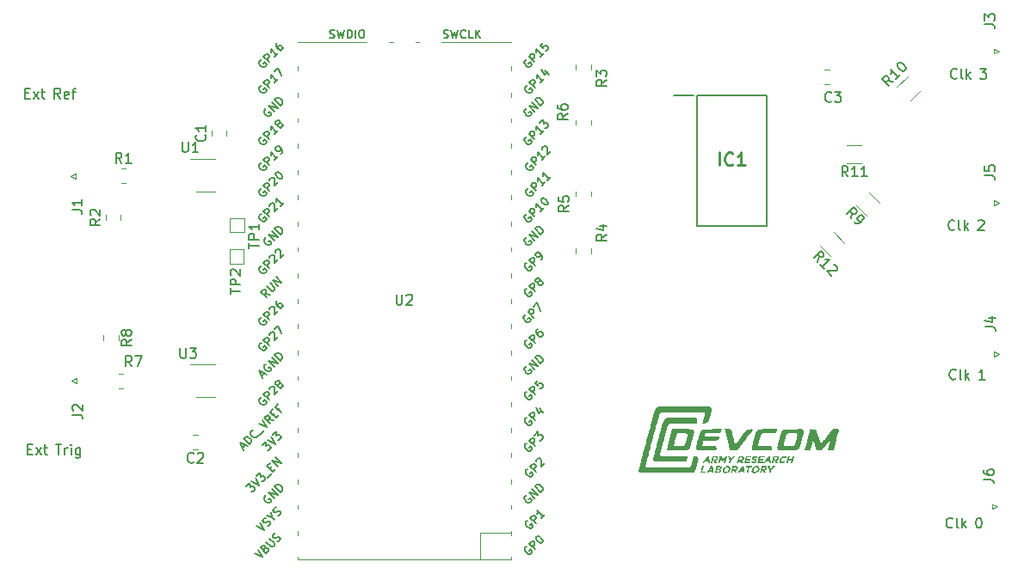
<source format=gbr>
%TF.GenerationSoftware,KiCad,Pcbnew,(7.0.0)*%
%TF.CreationDate,2023-02-27T11:52:56-05:00*%
%TF.ProjectId,PrawnBlaster_Connectorized,50726177-6e42-46c6-9173-7465725f436f,rev?*%
%TF.SameCoordinates,Original*%
%TF.FileFunction,Legend,Top*%
%TF.FilePolarity,Positive*%
%FSLAX46Y46*%
G04 Gerber Fmt 4.6, Leading zero omitted, Abs format (unit mm)*
G04 Created by KiCad (PCBNEW (7.0.0)) date 2023-02-27 11:52:56*
%MOMM*%
%LPD*%
G01*
G04 APERTURE LIST*
%ADD10C,0.150000*%
%ADD11C,0.254000*%
%ADD12C,0.120000*%
%ADD13C,0.200000*%
G04 APERTURE END LIST*
D10*
X83510952Y-67648571D02*
X83844285Y-67648571D01*
X83987142Y-68172380D02*
X83510952Y-68172380D01*
X83510952Y-68172380D02*
X83510952Y-67172380D01*
X83510952Y-67172380D02*
X83987142Y-67172380D01*
X84320476Y-68172380D02*
X84844285Y-67505714D01*
X84320476Y-67505714D02*
X84844285Y-68172380D01*
X85082381Y-67505714D02*
X85463333Y-67505714D01*
X85225238Y-67172380D02*
X85225238Y-68029523D01*
X85225238Y-68029523D02*
X85272857Y-68124761D01*
X85272857Y-68124761D02*
X85368095Y-68172380D01*
X85368095Y-68172380D02*
X85463333Y-68172380D01*
X86968095Y-68172380D02*
X86634762Y-67696190D01*
X86396667Y-68172380D02*
X86396667Y-67172380D01*
X86396667Y-67172380D02*
X86777619Y-67172380D01*
X86777619Y-67172380D02*
X86872857Y-67220000D01*
X86872857Y-67220000D02*
X86920476Y-67267619D01*
X86920476Y-67267619D02*
X86968095Y-67362857D01*
X86968095Y-67362857D02*
X86968095Y-67505714D01*
X86968095Y-67505714D02*
X86920476Y-67600952D01*
X86920476Y-67600952D02*
X86872857Y-67648571D01*
X86872857Y-67648571D02*
X86777619Y-67696190D01*
X86777619Y-67696190D02*
X86396667Y-67696190D01*
X87777619Y-68124761D02*
X87682381Y-68172380D01*
X87682381Y-68172380D02*
X87491905Y-68172380D01*
X87491905Y-68172380D02*
X87396667Y-68124761D01*
X87396667Y-68124761D02*
X87349048Y-68029523D01*
X87349048Y-68029523D02*
X87349048Y-67648571D01*
X87349048Y-67648571D02*
X87396667Y-67553333D01*
X87396667Y-67553333D02*
X87491905Y-67505714D01*
X87491905Y-67505714D02*
X87682381Y-67505714D01*
X87682381Y-67505714D02*
X87777619Y-67553333D01*
X87777619Y-67553333D02*
X87825238Y-67648571D01*
X87825238Y-67648571D02*
X87825238Y-67743809D01*
X87825238Y-67743809D02*
X87349048Y-67839047D01*
X88110953Y-67505714D02*
X88491905Y-67505714D01*
X88253810Y-68172380D02*
X88253810Y-67315238D01*
X88253810Y-67315238D02*
X88301429Y-67220000D01*
X88301429Y-67220000D02*
X88396667Y-67172380D01*
X88396667Y-67172380D02*
X88491905Y-67172380D01*
X175186666Y-66137142D02*
X175139047Y-66184761D01*
X175139047Y-66184761D02*
X174996190Y-66232380D01*
X174996190Y-66232380D02*
X174900952Y-66232380D01*
X174900952Y-66232380D02*
X174758095Y-66184761D01*
X174758095Y-66184761D02*
X174662857Y-66089523D01*
X174662857Y-66089523D02*
X174615238Y-65994285D01*
X174615238Y-65994285D02*
X174567619Y-65803809D01*
X174567619Y-65803809D02*
X174567619Y-65660952D01*
X174567619Y-65660952D02*
X174615238Y-65470476D01*
X174615238Y-65470476D02*
X174662857Y-65375238D01*
X174662857Y-65375238D02*
X174758095Y-65280000D01*
X174758095Y-65280000D02*
X174900952Y-65232380D01*
X174900952Y-65232380D02*
X174996190Y-65232380D01*
X174996190Y-65232380D02*
X175139047Y-65280000D01*
X175139047Y-65280000D02*
X175186666Y-65327619D01*
X175758095Y-66232380D02*
X175662857Y-66184761D01*
X175662857Y-66184761D02*
X175615238Y-66089523D01*
X175615238Y-66089523D02*
X175615238Y-65232380D01*
X176139048Y-66232380D02*
X176139048Y-65232380D01*
X176234286Y-65851428D02*
X176520000Y-66232380D01*
X176520000Y-65565714D02*
X176139048Y-65946666D01*
X177453334Y-65232380D02*
X178072381Y-65232380D01*
X178072381Y-65232380D02*
X177739048Y-65613333D01*
X177739048Y-65613333D02*
X177881905Y-65613333D01*
X177881905Y-65613333D02*
X177977143Y-65660952D01*
X177977143Y-65660952D02*
X178024762Y-65708571D01*
X178024762Y-65708571D02*
X178072381Y-65803809D01*
X178072381Y-65803809D02*
X178072381Y-66041904D01*
X178072381Y-66041904D02*
X178024762Y-66137142D01*
X178024762Y-66137142D02*
X177977143Y-66184761D01*
X177977143Y-66184761D02*
X177881905Y-66232380D01*
X177881905Y-66232380D02*
X177596191Y-66232380D01*
X177596191Y-66232380D02*
X177500953Y-66184761D01*
X177500953Y-66184761D02*
X177453334Y-66137142D01*
X174756666Y-110387142D02*
X174709047Y-110434761D01*
X174709047Y-110434761D02*
X174566190Y-110482380D01*
X174566190Y-110482380D02*
X174470952Y-110482380D01*
X174470952Y-110482380D02*
X174328095Y-110434761D01*
X174328095Y-110434761D02*
X174232857Y-110339523D01*
X174232857Y-110339523D02*
X174185238Y-110244285D01*
X174185238Y-110244285D02*
X174137619Y-110053809D01*
X174137619Y-110053809D02*
X174137619Y-109910952D01*
X174137619Y-109910952D02*
X174185238Y-109720476D01*
X174185238Y-109720476D02*
X174232857Y-109625238D01*
X174232857Y-109625238D02*
X174328095Y-109530000D01*
X174328095Y-109530000D02*
X174470952Y-109482380D01*
X174470952Y-109482380D02*
X174566190Y-109482380D01*
X174566190Y-109482380D02*
X174709047Y-109530000D01*
X174709047Y-109530000D02*
X174756666Y-109577619D01*
X175328095Y-110482380D02*
X175232857Y-110434761D01*
X175232857Y-110434761D02*
X175185238Y-110339523D01*
X175185238Y-110339523D02*
X175185238Y-109482380D01*
X175709048Y-110482380D02*
X175709048Y-109482380D01*
X175804286Y-110101428D02*
X176090000Y-110482380D01*
X176090000Y-109815714D02*
X175709048Y-110196666D01*
X177309048Y-109482380D02*
X177404286Y-109482380D01*
X177404286Y-109482380D02*
X177499524Y-109530000D01*
X177499524Y-109530000D02*
X177547143Y-109577619D01*
X177547143Y-109577619D02*
X177594762Y-109672857D01*
X177594762Y-109672857D02*
X177642381Y-109863333D01*
X177642381Y-109863333D02*
X177642381Y-110101428D01*
X177642381Y-110101428D02*
X177594762Y-110291904D01*
X177594762Y-110291904D02*
X177547143Y-110387142D01*
X177547143Y-110387142D02*
X177499524Y-110434761D01*
X177499524Y-110434761D02*
X177404286Y-110482380D01*
X177404286Y-110482380D02*
X177309048Y-110482380D01*
X177309048Y-110482380D02*
X177213810Y-110434761D01*
X177213810Y-110434761D02*
X177166191Y-110387142D01*
X177166191Y-110387142D02*
X177118572Y-110291904D01*
X177118572Y-110291904D02*
X177070953Y-110101428D01*
X177070953Y-110101428D02*
X177070953Y-109863333D01*
X177070953Y-109863333D02*
X177118572Y-109672857D01*
X177118572Y-109672857D02*
X177166191Y-109577619D01*
X177166191Y-109577619D02*
X177213810Y-109530000D01*
X177213810Y-109530000D02*
X177309048Y-109482380D01*
X83758035Y-102736571D02*
X84091368Y-102736571D01*
X84234225Y-103260380D02*
X83758035Y-103260380D01*
X83758035Y-103260380D02*
X83758035Y-102260380D01*
X83758035Y-102260380D02*
X84234225Y-102260380D01*
X84567559Y-103260380D02*
X85091368Y-102593714D01*
X84567559Y-102593714D02*
X85091368Y-103260380D01*
X85329464Y-102593714D02*
X85710416Y-102593714D01*
X85472321Y-102260380D02*
X85472321Y-103117523D01*
X85472321Y-103117523D02*
X85519940Y-103212761D01*
X85519940Y-103212761D02*
X85615178Y-103260380D01*
X85615178Y-103260380D02*
X85710416Y-103260380D01*
X86500893Y-102260380D02*
X87072321Y-102260380D01*
X86786607Y-103260380D02*
X86786607Y-102260380D01*
X87405655Y-103260380D02*
X87405655Y-102593714D01*
X87405655Y-102784190D02*
X87453274Y-102688952D01*
X87453274Y-102688952D02*
X87500893Y-102641333D01*
X87500893Y-102641333D02*
X87596131Y-102593714D01*
X87596131Y-102593714D02*
X87691369Y-102593714D01*
X88024703Y-103260380D02*
X88024703Y-102593714D01*
X88024703Y-102260380D02*
X87977084Y-102308000D01*
X87977084Y-102308000D02*
X88024703Y-102355619D01*
X88024703Y-102355619D02*
X88072322Y-102308000D01*
X88072322Y-102308000D02*
X88024703Y-102260380D01*
X88024703Y-102260380D02*
X88024703Y-102355619D01*
X88929464Y-102593714D02*
X88929464Y-103403238D01*
X88929464Y-103403238D02*
X88881845Y-103498476D01*
X88881845Y-103498476D02*
X88834226Y-103546095D01*
X88834226Y-103546095D02*
X88738988Y-103593714D01*
X88738988Y-103593714D02*
X88596131Y-103593714D01*
X88596131Y-103593714D02*
X88500893Y-103546095D01*
X88929464Y-103212761D02*
X88834226Y-103260380D01*
X88834226Y-103260380D02*
X88643750Y-103260380D01*
X88643750Y-103260380D02*
X88548512Y-103212761D01*
X88548512Y-103212761D02*
X88500893Y-103165142D01*
X88500893Y-103165142D02*
X88453274Y-103069904D01*
X88453274Y-103069904D02*
X88453274Y-102784190D01*
X88453274Y-102784190D02*
X88500893Y-102688952D01*
X88500893Y-102688952D02*
X88548512Y-102641333D01*
X88548512Y-102641333D02*
X88643750Y-102593714D01*
X88643750Y-102593714D02*
X88834226Y-102593714D01*
X88834226Y-102593714D02*
X88929464Y-102641333D01*
X175076666Y-95757142D02*
X175029047Y-95804761D01*
X175029047Y-95804761D02*
X174886190Y-95852380D01*
X174886190Y-95852380D02*
X174790952Y-95852380D01*
X174790952Y-95852380D02*
X174648095Y-95804761D01*
X174648095Y-95804761D02*
X174552857Y-95709523D01*
X174552857Y-95709523D02*
X174505238Y-95614285D01*
X174505238Y-95614285D02*
X174457619Y-95423809D01*
X174457619Y-95423809D02*
X174457619Y-95280952D01*
X174457619Y-95280952D02*
X174505238Y-95090476D01*
X174505238Y-95090476D02*
X174552857Y-94995238D01*
X174552857Y-94995238D02*
X174648095Y-94900000D01*
X174648095Y-94900000D02*
X174790952Y-94852380D01*
X174790952Y-94852380D02*
X174886190Y-94852380D01*
X174886190Y-94852380D02*
X175029047Y-94900000D01*
X175029047Y-94900000D02*
X175076666Y-94947619D01*
X175648095Y-95852380D02*
X175552857Y-95804761D01*
X175552857Y-95804761D02*
X175505238Y-95709523D01*
X175505238Y-95709523D02*
X175505238Y-94852380D01*
X176029048Y-95852380D02*
X176029048Y-94852380D01*
X176124286Y-95471428D02*
X176410000Y-95852380D01*
X176410000Y-95185714D02*
X176029048Y-95566666D01*
X177962381Y-95852380D02*
X177390953Y-95852380D01*
X177676667Y-95852380D02*
X177676667Y-94852380D01*
X177676667Y-94852380D02*
X177581429Y-94995238D01*
X177581429Y-94995238D02*
X177486191Y-95090476D01*
X177486191Y-95090476D02*
X177390953Y-95138095D01*
X174966666Y-81057142D02*
X174919047Y-81104761D01*
X174919047Y-81104761D02*
X174776190Y-81152380D01*
X174776190Y-81152380D02*
X174680952Y-81152380D01*
X174680952Y-81152380D02*
X174538095Y-81104761D01*
X174538095Y-81104761D02*
X174442857Y-81009523D01*
X174442857Y-81009523D02*
X174395238Y-80914285D01*
X174395238Y-80914285D02*
X174347619Y-80723809D01*
X174347619Y-80723809D02*
X174347619Y-80580952D01*
X174347619Y-80580952D02*
X174395238Y-80390476D01*
X174395238Y-80390476D02*
X174442857Y-80295238D01*
X174442857Y-80295238D02*
X174538095Y-80200000D01*
X174538095Y-80200000D02*
X174680952Y-80152380D01*
X174680952Y-80152380D02*
X174776190Y-80152380D01*
X174776190Y-80152380D02*
X174919047Y-80200000D01*
X174919047Y-80200000D02*
X174966666Y-80247619D01*
X175538095Y-81152380D02*
X175442857Y-81104761D01*
X175442857Y-81104761D02*
X175395238Y-81009523D01*
X175395238Y-81009523D02*
X175395238Y-80152380D01*
X175919048Y-81152380D02*
X175919048Y-80152380D01*
X176014286Y-80771428D02*
X176300000Y-81152380D01*
X176300000Y-80485714D02*
X175919048Y-80866666D01*
X177280953Y-80247619D02*
X177328572Y-80200000D01*
X177328572Y-80200000D02*
X177423810Y-80152380D01*
X177423810Y-80152380D02*
X177661905Y-80152380D01*
X177661905Y-80152380D02*
X177757143Y-80200000D01*
X177757143Y-80200000D02*
X177804762Y-80247619D01*
X177804762Y-80247619D02*
X177852381Y-80342857D01*
X177852381Y-80342857D02*
X177852381Y-80438095D01*
X177852381Y-80438095D02*
X177804762Y-80580952D01*
X177804762Y-80580952D02*
X177233334Y-81152380D01*
X177233334Y-81152380D02*
X177852381Y-81152380D01*
%TO.C,J6*%
X177804880Y-105708333D02*
X178519166Y-105708333D01*
X178519166Y-105708333D02*
X178662023Y-105755952D01*
X178662023Y-105755952D02*
X178757261Y-105851190D01*
X178757261Y-105851190D02*
X178804880Y-105994047D01*
X178804880Y-105994047D02*
X178804880Y-106089285D01*
X177804880Y-104803571D02*
X177804880Y-104994047D01*
X177804880Y-104994047D02*
X177852500Y-105089285D01*
X177852500Y-105089285D02*
X177900119Y-105136904D01*
X177900119Y-105136904D02*
X178042976Y-105232142D01*
X178042976Y-105232142D02*
X178233452Y-105279761D01*
X178233452Y-105279761D02*
X178614404Y-105279761D01*
X178614404Y-105279761D02*
X178709642Y-105232142D01*
X178709642Y-105232142D02*
X178757261Y-105184523D01*
X178757261Y-105184523D02*
X178804880Y-105089285D01*
X178804880Y-105089285D02*
X178804880Y-104898809D01*
X178804880Y-104898809D02*
X178757261Y-104803571D01*
X178757261Y-104803571D02*
X178709642Y-104755952D01*
X178709642Y-104755952D02*
X178614404Y-104708333D01*
X178614404Y-104708333D02*
X178376309Y-104708333D01*
X178376309Y-104708333D02*
X178281071Y-104755952D01*
X178281071Y-104755952D02*
X178233452Y-104803571D01*
X178233452Y-104803571D02*
X178185833Y-104898809D01*
X178185833Y-104898809D02*
X178185833Y-105089285D01*
X178185833Y-105089285D02*
X178233452Y-105184523D01*
X178233452Y-105184523D02*
X178281071Y-105232142D01*
X178281071Y-105232142D02*
X178376309Y-105279761D01*
%TO.C,R8*%
X93981130Y-91919666D02*
X93504940Y-92252999D01*
X93981130Y-92491094D02*
X92981130Y-92491094D01*
X92981130Y-92491094D02*
X92981130Y-92110142D01*
X92981130Y-92110142D02*
X93028750Y-92014904D01*
X93028750Y-92014904D02*
X93076369Y-91967285D01*
X93076369Y-91967285D02*
X93171607Y-91919666D01*
X93171607Y-91919666D02*
X93314464Y-91919666D01*
X93314464Y-91919666D02*
X93409702Y-91967285D01*
X93409702Y-91967285D02*
X93457321Y-92014904D01*
X93457321Y-92014904D02*
X93504940Y-92110142D01*
X93504940Y-92110142D02*
X93504940Y-92491094D01*
X93409702Y-91348237D02*
X93362083Y-91443475D01*
X93362083Y-91443475D02*
X93314464Y-91491094D01*
X93314464Y-91491094D02*
X93219226Y-91538713D01*
X93219226Y-91538713D02*
X93171607Y-91538713D01*
X93171607Y-91538713D02*
X93076369Y-91491094D01*
X93076369Y-91491094D02*
X93028750Y-91443475D01*
X93028750Y-91443475D02*
X92981130Y-91348237D01*
X92981130Y-91348237D02*
X92981130Y-91157761D01*
X92981130Y-91157761D02*
X93028750Y-91062523D01*
X93028750Y-91062523D02*
X93076369Y-91014904D01*
X93076369Y-91014904D02*
X93171607Y-90967285D01*
X93171607Y-90967285D02*
X93219226Y-90967285D01*
X93219226Y-90967285D02*
X93314464Y-91014904D01*
X93314464Y-91014904D02*
X93362083Y-91062523D01*
X93362083Y-91062523D02*
X93409702Y-91157761D01*
X93409702Y-91157761D02*
X93409702Y-91348237D01*
X93409702Y-91348237D02*
X93457321Y-91443475D01*
X93457321Y-91443475D02*
X93504940Y-91491094D01*
X93504940Y-91491094D02*
X93600178Y-91538713D01*
X93600178Y-91538713D02*
X93790654Y-91538713D01*
X93790654Y-91538713D02*
X93885892Y-91491094D01*
X93885892Y-91491094D02*
X93933511Y-91443475D01*
X93933511Y-91443475D02*
X93981130Y-91348237D01*
X93981130Y-91348237D02*
X93981130Y-91157761D01*
X93981130Y-91157761D02*
X93933511Y-91062523D01*
X93933511Y-91062523D02*
X93885892Y-91014904D01*
X93885892Y-91014904D02*
X93790654Y-90967285D01*
X93790654Y-90967285D02*
X93600178Y-90967285D01*
X93600178Y-90967285D02*
X93504940Y-91014904D01*
X93504940Y-91014904D02*
X93457321Y-91062523D01*
X93457321Y-91062523D02*
X93409702Y-91157761D01*
%TO.C,C3*%
X162833333Y-68417142D02*
X162785714Y-68464761D01*
X162785714Y-68464761D02*
X162642857Y-68512380D01*
X162642857Y-68512380D02*
X162547619Y-68512380D01*
X162547619Y-68512380D02*
X162404762Y-68464761D01*
X162404762Y-68464761D02*
X162309524Y-68369523D01*
X162309524Y-68369523D02*
X162261905Y-68274285D01*
X162261905Y-68274285D02*
X162214286Y-68083809D01*
X162214286Y-68083809D02*
X162214286Y-67940952D01*
X162214286Y-67940952D02*
X162261905Y-67750476D01*
X162261905Y-67750476D02*
X162309524Y-67655238D01*
X162309524Y-67655238D02*
X162404762Y-67560000D01*
X162404762Y-67560000D02*
X162547619Y-67512380D01*
X162547619Y-67512380D02*
X162642857Y-67512380D01*
X162642857Y-67512380D02*
X162785714Y-67560000D01*
X162785714Y-67560000D02*
X162833333Y-67607619D01*
X163166667Y-67512380D02*
X163785714Y-67512380D01*
X163785714Y-67512380D02*
X163452381Y-67893333D01*
X163452381Y-67893333D02*
X163595238Y-67893333D01*
X163595238Y-67893333D02*
X163690476Y-67940952D01*
X163690476Y-67940952D02*
X163738095Y-67988571D01*
X163738095Y-67988571D02*
X163785714Y-68083809D01*
X163785714Y-68083809D02*
X163785714Y-68321904D01*
X163785714Y-68321904D02*
X163738095Y-68417142D01*
X163738095Y-68417142D02*
X163690476Y-68464761D01*
X163690476Y-68464761D02*
X163595238Y-68512380D01*
X163595238Y-68512380D02*
X163309524Y-68512380D01*
X163309524Y-68512380D02*
X163214286Y-68464761D01*
X163214286Y-68464761D02*
X163166667Y-68417142D01*
%TO.C,U3*%
X98768095Y-92742380D02*
X98768095Y-93551904D01*
X98768095Y-93551904D02*
X98815714Y-93647142D01*
X98815714Y-93647142D02*
X98863333Y-93694761D01*
X98863333Y-93694761D02*
X98958571Y-93742380D01*
X98958571Y-93742380D02*
X99149047Y-93742380D01*
X99149047Y-93742380D02*
X99244285Y-93694761D01*
X99244285Y-93694761D02*
X99291904Y-93647142D01*
X99291904Y-93647142D02*
X99339523Y-93551904D01*
X99339523Y-93551904D02*
X99339523Y-92742380D01*
X99720476Y-92742380D02*
X100339523Y-92742380D01*
X100339523Y-92742380D02*
X100006190Y-93123333D01*
X100006190Y-93123333D02*
X100149047Y-93123333D01*
X100149047Y-93123333D02*
X100244285Y-93170952D01*
X100244285Y-93170952D02*
X100291904Y-93218571D01*
X100291904Y-93218571D02*
X100339523Y-93313809D01*
X100339523Y-93313809D02*
X100339523Y-93551904D01*
X100339523Y-93551904D02*
X100291904Y-93647142D01*
X100291904Y-93647142D02*
X100244285Y-93694761D01*
X100244285Y-93694761D02*
X100149047Y-93742380D01*
X100149047Y-93742380D02*
X99863333Y-93742380D01*
X99863333Y-93742380D02*
X99768095Y-93694761D01*
X99768095Y-93694761D02*
X99720476Y-93647142D01*
%TO.C,U2*%
X120033095Y-87482380D02*
X120033095Y-88291904D01*
X120033095Y-88291904D02*
X120080714Y-88387142D01*
X120080714Y-88387142D02*
X120128333Y-88434761D01*
X120128333Y-88434761D02*
X120223571Y-88482380D01*
X120223571Y-88482380D02*
X120414047Y-88482380D01*
X120414047Y-88482380D02*
X120509285Y-88434761D01*
X120509285Y-88434761D02*
X120556904Y-88387142D01*
X120556904Y-88387142D02*
X120604523Y-88291904D01*
X120604523Y-88291904D02*
X120604523Y-87482380D01*
X121033095Y-87577619D02*
X121080714Y-87530000D01*
X121080714Y-87530000D02*
X121175952Y-87482380D01*
X121175952Y-87482380D02*
X121414047Y-87482380D01*
X121414047Y-87482380D02*
X121509285Y-87530000D01*
X121509285Y-87530000D02*
X121556904Y-87577619D01*
X121556904Y-87577619D02*
X121604523Y-87672857D01*
X121604523Y-87672857D02*
X121604523Y-87768095D01*
X121604523Y-87768095D02*
X121556904Y-87910952D01*
X121556904Y-87910952D02*
X120985476Y-88482380D01*
X120985476Y-88482380D02*
X121604523Y-88482380D01*
X106736638Y-71947509D02*
X106655826Y-71974446D01*
X106655826Y-71974446D02*
X106575014Y-72055258D01*
X106575014Y-72055258D02*
X106521139Y-72163008D01*
X106521139Y-72163008D02*
X106521139Y-72270758D01*
X106521139Y-72270758D02*
X106548077Y-72351570D01*
X106548077Y-72351570D02*
X106628889Y-72486257D01*
X106628889Y-72486257D02*
X106709701Y-72567069D01*
X106709701Y-72567069D02*
X106844388Y-72647881D01*
X106844388Y-72647881D02*
X106925200Y-72674819D01*
X106925200Y-72674819D02*
X107032950Y-72674819D01*
X107032950Y-72674819D02*
X107140699Y-72620944D01*
X107140699Y-72620944D02*
X107194574Y-72567069D01*
X107194574Y-72567069D02*
X107248449Y-72459319D01*
X107248449Y-72459319D02*
X107248449Y-72405445D01*
X107248449Y-72405445D02*
X107059887Y-72216883D01*
X107059887Y-72216883D02*
X106952138Y-72324632D01*
X107544760Y-72216883D02*
X106979075Y-71651197D01*
X106979075Y-71651197D02*
X107194574Y-71435698D01*
X107194574Y-71435698D02*
X107275386Y-71408761D01*
X107275386Y-71408761D02*
X107329261Y-71408761D01*
X107329261Y-71408761D02*
X107410073Y-71435698D01*
X107410073Y-71435698D02*
X107490886Y-71516510D01*
X107490886Y-71516510D02*
X107517823Y-71597323D01*
X107517823Y-71597323D02*
X107517823Y-71651197D01*
X107517823Y-71651197D02*
X107490886Y-71732010D01*
X107490886Y-71732010D02*
X107275386Y-71947509D01*
X108406757Y-71354886D02*
X108083508Y-71678135D01*
X108245133Y-71516510D02*
X107679447Y-70950825D01*
X107679447Y-70950825D02*
X107706385Y-71085512D01*
X107706385Y-71085512D02*
X107706385Y-71193261D01*
X107706385Y-71193261D02*
X107679447Y-71274074D01*
X108406757Y-70708388D02*
X108325945Y-70735326D01*
X108325945Y-70735326D02*
X108272070Y-70735326D01*
X108272070Y-70735326D02*
X108191258Y-70708388D01*
X108191258Y-70708388D02*
X108164321Y-70681451D01*
X108164321Y-70681451D02*
X108137383Y-70600638D01*
X108137383Y-70600638D02*
X108137383Y-70546764D01*
X108137383Y-70546764D02*
X108164321Y-70465951D01*
X108164321Y-70465951D02*
X108272070Y-70358202D01*
X108272070Y-70358202D02*
X108352883Y-70331264D01*
X108352883Y-70331264D02*
X108406757Y-70331264D01*
X108406757Y-70331264D02*
X108487570Y-70358202D01*
X108487570Y-70358202D02*
X108514507Y-70385139D01*
X108514507Y-70385139D02*
X108541444Y-70465951D01*
X108541444Y-70465951D02*
X108541444Y-70519826D01*
X108541444Y-70519826D02*
X108514507Y-70600638D01*
X108514507Y-70600638D02*
X108406757Y-70708388D01*
X108406757Y-70708388D02*
X108379820Y-70789200D01*
X108379820Y-70789200D02*
X108379820Y-70843075D01*
X108379820Y-70843075D02*
X108406757Y-70923887D01*
X108406757Y-70923887D02*
X108514507Y-71031637D01*
X108514507Y-71031637D02*
X108595319Y-71058574D01*
X108595319Y-71058574D02*
X108649194Y-71058574D01*
X108649194Y-71058574D02*
X108730006Y-71031637D01*
X108730006Y-71031637D02*
X108837756Y-70923887D01*
X108837756Y-70923887D02*
X108864693Y-70843075D01*
X108864693Y-70843075D02*
X108864693Y-70789200D01*
X108864693Y-70789200D02*
X108837756Y-70708388D01*
X108837756Y-70708388D02*
X108730006Y-70600638D01*
X108730006Y-70600638D02*
X108649194Y-70573701D01*
X108649194Y-70573701D02*
X108595319Y-70573701D01*
X108595319Y-70573701D02*
X108514507Y-70600638D01*
X132860013Y-112318134D02*
X132779201Y-112345072D01*
X132779201Y-112345072D02*
X132698388Y-112425884D01*
X132698388Y-112425884D02*
X132644514Y-112533633D01*
X132644514Y-112533633D02*
X132644514Y-112641383D01*
X132644514Y-112641383D02*
X132671451Y-112722195D01*
X132671451Y-112722195D02*
X132752263Y-112856882D01*
X132752263Y-112856882D02*
X132833075Y-112937695D01*
X132833075Y-112937695D02*
X132967762Y-113018507D01*
X132967762Y-113018507D02*
X133048575Y-113045444D01*
X133048575Y-113045444D02*
X133156324Y-113045444D01*
X133156324Y-113045444D02*
X133264074Y-112991569D01*
X133264074Y-112991569D02*
X133317949Y-112937695D01*
X133317949Y-112937695D02*
X133371823Y-112829945D01*
X133371823Y-112829945D02*
X133371823Y-112776070D01*
X133371823Y-112776070D02*
X133183262Y-112587508D01*
X133183262Y-112587508D02*
X133075512Y-112695258D01*
X133668135Y-112587508D02*
X133102449Y-112021823D01*
X133102449Y-112021823D02*
X133317949Y-111806324D01*
X133317949Y-111806324D02*
X133398761Y-111779386D01*
X133398761Y-111779386D02*
X133452636Y-111779386D01*
X133452636Y-111779386D02*
X133533448Y-111806324D01*
X133533448Y-111806324D02*
X133614260Y-111887136D01*
X133614260Y-111887136D02*
X133641197Y-111967948D01*
X133641197Y-111967948D02*
X133641197Y-112021823D01*
X133641197Y-112021823D02*
X133614260Y-112102635D01*
X133614260Y-112102635D02*
X133398761Y-112318134D01*
X133775884Y-111348388D02*
X133829759Y-111294513D01*
X133829759Y-111294513D02*
X133910571Y-111267576D01*
X133910571Y-111267576D02*
X133964446Y-111267576D01*
X133964446Y-111267576D02*
X134045258Y-111294513D01*
X134045258Y-111294513D02*
X134179945Y-111375325D01*
X134179945Y-111375325D02*
X134314632Y-111510012D01*
X134314632Y-111510012D02*
X134395445Y-111644699D01*
X134395445Y-111644699D02*
X134422382Y-111725511D01*
X134422382Y-111725511D02*
X134422382Y-111779386D01*
X134422382Y-111779386D02*
X134395445Y-111860198D01*
X134395445Y-111860198D02*
X134341570Y-111914073D01*
X134341570Y-111914073D02*
X134260758Y-111941011D01*
X134260758Y-111941011D02*
X134206883Y-111941011D01*
X134206883Y-111941011D02*
X134126071Y-111914073D01*
X134126071Y-111914073D02*
X133991384Y-111833261D01*
X133991384Y-111833261D02*
X133856697Y-111698574D01*
X133856697Y-111698574D02*
X133775884Y-111563887D01*
X133775884Y-111563887D02*
X133748947Y-111483075D01*
X133748947Y-111483075D02*
X133748947Y-111429200D01*
X133748947Y-111429200D02*
X133775884Y-111348388D01*
X132833076Y-69165072D02*
X132752263Y-69192009D01*
X132752263Y-69192009D02*
X132671451Y-69272821D01*
X132671451Y-69272821D02*
X132617576Y-69380571D01*
X132617576Y-69380571D02*
X132617576Y-69488320D01*
X132617576Y-69488320D02*
X132644514Y-69569133D01*
X132644514Y-69569133D02*
X132725326Y-69703820D01*
X132725326Y-69703820D02*
X132806138Y-69784632D01*
X132806138Y-69784632D02*
X132940825Y-69865444D01*
X132940825Y-69865444D02*
X133021637Y-69892381D01*
X133021637Y-69892381D02*
X133129387Y-69892381D01*
X133129387Y-69892381D02*
X133237137Y-69838507D01*
X133237137Y-69838507D02*
X133291011Y-69784632D01*
X133291011Y-69784632D02*
X133344886Y-69676882D01*
X133344886Y-69676882D02*
X133344886Y-69623007D01*
X133344886Y-69623007D02*
X133156324Y-69434446D01*
X133156324Y-69434446D02*
X133048575Y-69542195D01*
X133641198Y-69434446D02*
X133075512Y-68868760D01*
X133075512Y-68868760D02*
X133964446Y-69111197D01*
X133964446Y-69111197D02*
X133398761Y-68545511D01*
X134233820Y-68841823D02*
X133668135Y-68276137D01*
X133668135Y-68276137D02*
X133802822Y-68141450D01*
X133802822Y-68141450D02*
X133910571Y-68087576D01*
X133910571Y-68087576D02*
X134018321Y-68087576D01*
X134018321Y-68087576D02*
X134099133Y-68114513D01*
X134099133Y-68114513D02*
X134233820Y-68195325D01*
X134233820Y-68195325D02*
X134314632Y-68276137D01*
X134314632Y-68276137D02*
X134395445Y-68410824D01*
X134395445Y-68410824D02*
X134422382Y-68491637D01*
X134422382Y-68491637D02*
X134422382Y-68599386D01*
X134422382Y-68599386D02*
X134368507Y-68707136D01*
X134368507Y-68707136D02*
X134233820Y-68841823D01*
X132833076Y-94565072D02*
X132752263Y-94592009D01*
X132752263Y-94592009D02*
X132671451Y-94672821D01*
X132671451Y-94672821D02*
X132617576Y-94780571D01*
X132617576Y-94780571D02*
X132617576Y-94888320D01*
X132617576Y-94888320D02*
X132644514Y-94969133D01*
X132644514Y-94969133D02*
X132725326Y-95103820D01*
X132725326Y-95103820D02*
X132806138Y-95184632D01*
X132806138Y-95184632D02*
X132940825Y-95265444D01*
X132940825Y-95265444D02*
X133021637Y-95292381D01*
X133021637Y-95292381D02*
X133129387Y-95292381D01*
X133129387Y-95292381D02*
X133237137Y-95238507D01*
X133237137Y-95238507D02*
X133291011Y-95184632D01*
X133291011Y-95184632D02*
X133344886Y-95076882D01*
X133344886Y-95076882D02*
X133344886Y-95023007D01*
X133344886Y-95023007D02*
X133156324Y-94834446D01*
X133156324Y-94834446D02*
X133048575Y-94942195D01*
X133641198Y-94834446D02*
X133075512Y-94268760D01*
X133075512Y-94268760D02*
X133964446Y-94511197D01*
X133964446Y-94511197D02*
X133398761Y-93945511D01*
X134233820Y-94241823D02*
X133668135Y-93676137D01*
X133668135Y-93676137D02*
X133802822Y-93541450D01*
X133802822Y-93541450D02*
X133910571Y-93487576D01*
X133910571Y-93487576D02*
X134018321Y-93487576D01*
X134018321Y-93487576D02*
X134099133Y-93514513D01*
X134099133Y-93514513D02*
X134233820Y-93595325D01*
X134233820Y-93595325D02*
X134314632Y-93676137D01*
X134314632Y-93676137D02*
X134395445Y-93810824D01*
X134395445Y-93810824D02*
X134422382Y-93891637D01*
X134422382Y-93891637D02*
X134422382Y-93999386D01*
X134422382Y-93999386D02*
X134368507Y-94107136D01*
X134368507Y-94107136D02*
X134233820Y-94241823D01*
X113499761Y-62170809D02*
X113614047Y-62208904D01*
X113614047Y-62208904D02*
X113804523Y-62208904D01*
X113804523Y-62208904D02*
X113880714Y-62170809D01*
X113880714Y-62170809D02*
X113918809Y-62132714D01*
X113918809Y-62132714D02*
X113956904Y-62056523D01*
X113956904Y-62056523D02*
X113956904Y-61980333D01*
X113956904Y-61980333D02*
X113918809Y-61904142D01*
X113918809Y-61904142D02*
X113880714Y-61866047D01*
X113880714Y-61866047D02*
X113804523Y-61827952D01*
X113804523Y-61827952D02*
X113652142Y-61789857D01*
X113652142Y-61789857D02*
X113575952Y-61751761D01*
X113575952Y-61751761D02*
X113537857Y-61713666D01*
X113537857Y-61713666D02*
X113499761Y-61637476D01*
X113499761Y-61637476D02*
X113499761Y-61561285D01*
X113499761Y-61561285D02*
X113537857Y-61485095D01*
X113537857Y-61485095D02*
X113575952Y-61447000D01*
X113575952Y-61447000D02*
X113652142Y-61408904D01*
X113652142Y-61408904D02*
X113842619Y-61408904D01*
X113842619Y-61408904D02*
X113956904Y-61447000D01*
X114223571Y-61408904D02*
X114414047Y-62208904D01*
X114414047Y-62208904D02*
X114566428Y-61637476D01*
X114566428Y-61637476D02*
X114718809Y-62208904D01*
X114718809Y-62208904D02*
X114909286Y-61408904D01*
X115214048Y-62208904D02*
X115214048Y-61408904D01*
X115214048Y-61408904D02*
X115404524Y-61408904D01*
X115404524Y-61408904D02*
X115518810Y-61447000D01*
X115518810Y-61447000D02*
X115595000Y-61523190D01*
X115595000Y-61523190D02*
X115633095Y-61599380D01*
X115633095Y-61599380D02*
X115671191Y-61751761D01*
X115671191Y-61751761D02*
X115671191Y-61866047D01*
X115671191Y-61866047D02*
X115633095Y-62018428D01*
X115633095Y-62018428D02*
X115595000Y-62094619D01*
X115595000Y-62094619D02*
X115518810Y-62170809D01*
X115518810Y-62170809D02*
X115404524Y-62208904D01*
X115404524Y-62208904D02*
X115214048Y-62208904D01*
X116014048Y-62208904D02*
X116014048Y-61408904D01*
X116547381Y-61408904D02*
X116699762Y-61408904D01*
X116699762Y-61408904D02*
X116775952Y-61447000D01*
X116775952Y-61447000D02*
X116852143Y-61523190D01*
X116852143Y-61523190D02*
X116890238Y-61675571D01*
X116890238Y-61675571D02*
X116890238Y-61942238D01*
X116890238Y-61942238D02*
X116852143Y-62094619D01*
X116852143Y-62094619D02*
X116775952Y-62170809D01*
X116775952Y-62170809D02*
X116699762Y-62208904D01*
X116699762Y-62208904D02*
X116547381Y-62208904D01*
X116547381Y-62208904D02*
X116471190Y-62170809D01*
X116471190Y-62170809D02*
X116395000Y-62094619D01*
X116395000Y-62094619D02*
X116356904Y-61942238D01*
X116356904Y-61942238D02*
X116356904Y-61675571D01*
X116356904Y-61675571D02*
X116395000Y-61523190D01*
X116395000Y-61523190D02*
X116471190Y-61447000D01*
X116471190Y-61447000D02*
X116547381Y-61408904D01*
X107585292Y-87470351D02*
X107127356Y-87389539D01*
X107262043Y-87793600D02*
X106696358Y-87227914D01*
X106696358Y-87227914D02*
X106911857Y-87012415D01*
X106911857Y-87012415D02*
X106992669Y-86985478D01*
X106992669Y-86985478D02*
X107046544Y-86985478D01*
X107046544Y-86985478D02*
X107127356Y-87012415D01*
X107127356Y-87012415D02*
X107208168Y-87093227D01*
X107208168Y-87093227D02*
X107235106Y-87174040D01*
X107235106Y-87174040D02*
X107235106Y-87227914D01*
X107235106Y-87227914D02*
X107208168Y-87308727D01*
X107208168Y-87308727D02*
X106992669Y-87524226D01*
X107262043Y-86662229D02*
X107719979Y-87120165D01*
X107719979Y-87120165D02*
X107800791Y-87147102D01*
X107800791Y-87147102D02*
X107854666Y-87147102D01*
X107854666Y-87147102D02*
X107935478Y-87120165D01*
X107935478Y-87120165D02*
X108043228Y-87012415D01*
X108043228Y-87012415D02*
X108070165Y-86931603D01*
X108070165Y-86931603D02*
X108070165Y-86877728D01*
X108070165Y-86877728D02*
X108043228Y-86796916D01*
X108043228Y-86796916D02*
X107585292Y-86338980D01*
X108420351Y-86635292D02*
X107854666Y-86069606D01*
X107854666Y-86069606D02*
X108743600Y-86312043D01*
X108743600Y-86312043D02*
X108177915Y-85746358D01*
X132844638Y-64327509D02*
X132763826Y-64354446D01*
X132763826Y-64354446D02*
X132683014Y-64435258D01*
X132683014Y-64435258D02*
X132629139Y-64543008D01*
X132629139Y-64543008D02*
X132629139Y-64650758D01*
X132629139Y-64650758D02*
X132656077Y-64731570D01*
X132656077Y-64731570D02*
X132736889Y-64866257D01*
X132736889Y-64866257D02*
X132817701Y-64947069D01*
X132817701Y-64947069D02*
X132952388Y-65027881D01*
X132952388Y-65027881D02*
X133033200Y-65054819D01*
X133033200Y-65054819D02*
X133140950Y-65054819D01*
X133140950Y-65054819D02*
X133248699Y-65000944D01*
X133248699Y-65000944D02*
X133302574Y-64947069D01*
X133302574Y-64947069D02*
X133356449Y-64839319D01*
X133356449Y-64839319D02*
X133356449Y-64785445D01*
X133356449Y-64785445D02*
X133167887Y-64596883D01*
X133167887Y-64596883D02*
X133060138Y-64704632D01*
X133652760Y-64596883D02*
X133087075Y-64031197D01*
X133087075Y-64031197D02*
X133302574Y-63815698D01*
X133302574Y-63815698D02*
X133383386Y-63788761D01*
X133383386Y-63788761D02*
X133437261Y-63788761D01*
X133437261Y-63788761D02*
X133518073Y-63815698D01*
X133518073Y-63815698D02*
X133598886Y-63896510D01*
X133598886Y-63896510D02*
X133625823Y-63977323D01*
X133625823Y-63977323D02*
X133625823Y-64031197D01*
X133625823Y-64031197D02*
X133598886Y-64112010D01*
X133598886Y-64112010D02*
X133383386Y-64327509D01*
X134514757Y-63734886D02*
X134191508Y-64058135D01*
X134353133Y-63896510D02*
X133787447Y-63330825D01*
X133787447Y-63330825D02*
X133814385Y-63465512D01*
X133814385Y-63465512D02*
X133814385Y-63573261D01*
X133814385Y-63573261D02*
X133787447Y-63654074D01*
X134460883Y-62657390D02*
X134191509Y-62926764D01*
X134191509Y-62926764D02*
X134433945Y-63223075D01*
X134433945Y-63223075D02*
X134433945Y-63169200D01*
X134433945Y-63169200D02*
X134460883Y-63088388D01*
X134460883Y-63088388D02*
X134595570Y-62953701D01*
X134595570Y-62953701D02*
X134676382Y-62926764D01*
X134676382Y-62926764D02*
X134730257Y-62926764D01*
X134730257Y-62926764D02*
X134811069Y-62953701D01*
X134811069Y-62953701D02*
X134945756Y-63088388D01*
X134945756Y-63088388D02*
X134972693Y-63169200D01*
X134972693Y-63169200D02*
X134972693Y-63223075D01*
X134972693Y-63223075D02*
X134945756Y-63303887D01*
X134945756Y-63303887D02*
X134811069Y-63438574D01*
X134811069Y-63438574D02*
X134730257Y-63465512D01*
X134730257Y-63465512D02*
X134676382Y-63465512D01*
X132860013Y-91998134D02*
X132779201Y-92025072D01*
X132779201Y-92025072D02*
X132698388Y-92105884D01*
X132698388Y-92105884D02*
X132644514Y-92213633D01*
X132644514Y-92213633D02*
X132644514Y-92321383D01*
X132644514Y-92321383D02*
X132671451Y-92402195D01*
X132671451Y-92402195D02*
X132752263Y-92536882D01*
X132752263Y-92536882D02*
X132833075Y-92617695D01*
X132833075Y-92617695D02*
X132967762Y-92698507D01*
X132967762Y-92698507D02*
X133048575Y-92725444D01*
X133048575Y-92725444D02*
X133156324Y-92725444D01*
X133156324Y-92725444D02*
X133264074Y-92671569D01*
X133264074Y-92671569D02*
X133317949Y-92617695D01*
X133317949Y-92617695D02*
X133371823Y-92509945D01*
X133371823Y-92509945D02*
X133371823Y-92456070D01*
X133371823Y-92456070D02*
X133183262Y-92267508D01*
X133183262Y-92267508D02*
X133075512Y-92375258D01*
X133668135Y-92267508D02*
X133102449Y-91701823D01*
X133102449Y-91701823D02*
X133317949Y-91486324D01*
X133317949Y-91486324D02*
X133398761Y-91459386D01*
X133398761Y-91459386D02*
X133452636Y-91459386D01*
X133452636Y-91459386D02*
X133533448Y-91486324D01*
X133533448Y-91486324D02*
X133614260Y-91567136D01*
X133614260Y-91567136D02*
X133641197Y-91647948D01*
X133641197Y-91647948D02*
X133641197Y-91701823D01*
X133641197Y-91701823D02*
X133614260Y-91782635D01*
X133614260Y-91782635D02*
X133398761Y-91998134D01*
X133910571Y-90893701D02*
X133802822Y-91001450D01*
X133802822Y-91001450D02*
X133775884Y-91082263D01*
X133775884Y-91082263D02*
X133775884Y-91136137D01*
X133775884Y-91136137D02*
X133802822Y-91270824D01*
X133802822Y-91270824D02*
X133883634Y-91405511D01*
X133883634Y-91405511D02*
X134099133Y-91621011D01*
X134099133Y-91621011D02*
X134179945Y-91647948D01*
X134179945Y-91647948D02*
X134233820Y-91647948D01*
X134233820Y-91647948D02*
X134314632Y-91621011D01*
X134314632Y-91621011D02*
X134422382Y-91513261D01*
X134422382Y-91513261D02*
X134449319Y-91432449D01*
X134449319Y-91432449D02*
X134449319Y-91378574D01*
X134449319Y-91378574D02*
X134422382Y-91297762D01*
X134422382Y-91297762D02*
X134287695Y-91163075D01*
X134287695Y-91163075D02*
X134206883Y-91136137D01*
X134206883Y-91136137D02*
X134153008Y-91136137D01*
X134153008Y-91136137D02*
X134072196Y-91163075D01*
X134072196Y-91163075D02*
X133964446Y-91270824D01*
X133964446Y-91270824D02*
X133937509Y-91351637D01*
X133937509Y-91351637D02*
X133937509Y-91405511D01*
X133937509Y-91405511D02*
X133964446Y-91486324D01*
X107233076Y-81865072D02*
X107152263Y-81892009D01*
X107152263Y-81892009D02*
X107071451Y-81972821D01*
X107071451Y-81972821D02*
X107017576Y-82080571D01*
X107017576Y-82080571D02*
X107017576Y-82188320D01*
X107017576Y-82188320D02*
X107044514Y-82269133D01*
X107044514Y-82269133D02*
X107125326Y-82403820D01*
X107125326Y-82403820D02*
X107206138Y-82484632D01*
X107206138Y-82484632D02*
X107340825Y-82565444D01*
X107340825Y-82565444D02*
X107421637Y-82592381D01*
X107421637Y-82592381D02*
X107529387Y-82592381D01*
X107529387Y-82592381D02*
X107637137Y-82538507D01*
X107637137Y-82538507D02*
X107691011Y-82484632D01*
X107691011Y-82484632D02*
X107744886Y-82376882D01*
X107744886Y-82376882D02*
X107744886Y-82323007D01*
X107744886Y-82323007D02*
X107556324Y-82134446D01*
X107556324Y-82134446D02*
X107448575Y-82242195D01*
X108041198Y-82134446D02*
X107475512Y-81568760D01*
X107475512Y-81568760D02*
X108364446Y-81811197D01*
X108364446Y-81811197D02*
X107798761Y-81245511D01*
X108633820Y-81541823D02*
X108068135Y-80976137D01*
X108068135Y-80976137D02*
X108202822Y-80841450D01*
X108202822Y-80841450D02*
X108310571Y-80787576D01*
X108310571Y-80787576D02*
X108418321Y-80787576D01*
X108418321Y-80787576D02*
X108499133Y-80814513D01*
X108499133Y-80814513D02*
X108633820Y-80895325D01*
X108633820Y-80895325D02*
X108714632Y-80976137D01*
X108714632Y-80976137D02*
X108795445Y-81110824D01*
X108795445Y-81110824D02*
X108822382Y-81191637D01*
X108822382Y-81191637D02*
X108822382Y-81299386D01*
X108822382Y-81299386D02*
X108768507Y-81407136D01*
X108768507Y-81407136D02*
X108633820Y-81541823D01*
X132860013Y-102158134D02*
X132779201Y-102185072D01*
X132779201Y-102185072D02*
X132698388Y-102265884D01*
X132698388Y-102265884D02*
X132644514Y-102373633D01*
X132644514Y-102373633D02*
X132644514Y-102481383D01*
X132644514Y-102481383D02*
X132671451Y-102562195D01*
X132671451Y-102562195D02*
X132752263Y-102696882D01*
X132752263Y-102696882D02*
X132833075Y-102777695D01*
X132833075Y-102777695D02*
X132967762Y-102858507D01*
X132967762Y-102858507D02*
X133048575Y-102885444D01*
X133048575Y-102885444D02*
X133156324Y-102885444D01*
X133156324Y-102885444D02*
X133264074Y-102831569D01*
X133264074Y-102831569D02*
X133317949Y-102777695D01*
X133317949Y-102777695D02*
X133371823Y-102669945D01*
X133371823Y-102669945D02*
X133371823Y-102616070D01*
X133371823Y-102616070D02*
X133183262Y-102427508D01*
X133183262Y-102427508D02*
X133075512Y-102535258D01*
X133668135Y-102427508D02*
X133102449Y-101861823D01*
X133102449Y-101861823D02*
X133317949Y-101646324D01*
X133317949Y-101646324D02*
X133398761Y-101619386D01*
X133398761Y-101619386D02*
X133452636Y-101619386D01*
X133452636Y-101619386D02*
X133533448Y-101646324D01*
X133533448Y-101646324D02*
X133614260Y-101727136D01*
X133614260Y-101727136D02*
X133641197Y-101807948D01*
X133641197Y-101807948D02*
X133641197Y-101861823D01*
X133641197Y-101861823D02*
X133614260Y-101942635D01*
X133614260Y-101942635D02*
X133398761Y-102158134D01*
X133614260Y-101350012D02*
X133964446Y-100999826D01*
X133964446Y-100999826D02*
X133991384Y-101403887D01*
X133991384Y-101403887D02*
X134072196Y-101323075D01*
X134072196Y-101323075D02*
X134153008Y-101296137D01*
X134153008Y-101296137D02*
X134206883Y-101296137D01*
X134206883Y-101296137D02*
X134287695Y-101323075D01*
X134287695Y-101323075D02*
X134422382Y-101457762D01*
X134422382Y-101457762D02*
X134449319Y-101538574D01*
X134449319Y-101538574D02*
X134449319Y-101592449D01*
X134449319Y-101592449D02*
X134422382Y-101673261D01*
X134422382Y-101673261D02*
X134260758Y-101834885D01*
X134260758Y-101834885D02*
X134179945Y-101861823D01*
X134179945Y-101861823D02*
X134126071Y-101861823D01*
X106836764Y-102357509D02*
X107186950Y-102007322D01*
X107186950Y-102007322D02*
X107213887Y-102411383D01*
X107213887Y-102411383D02*
X107294699Y-102330571D01*
X107294699Y-102330571D02*
X107375512Y-102303634D01*
X107375512Y-102303634D02*
X107429386Y-102303634D01*
X107429386Y-102303634D02*
X107510199Y-102330571D01*
X107510199Y-102330571D02*
X107644886Y-102465258D01*
X107644886Y-102465258D02*
X107671823Y-102546070D01*
X107671823Y-102546070D02*
X107671823Y-102599945D01*
X107671823Y-102599945D02*
X107644886Y-102680757D01*
X107644886Y-102680757D02*
X107483261Y-102842382D01*
X107483261Y-102842382D02*
X107402449Y-102869319D01*
X107402449Y-102869319D02*
X107348574Y-102869319D01*
X107348574Y-101845698D02*
X108102822Y-102222821D01*
X108102822Y-102222821D02*
X107725698Y-101468574D01*
X107860385Y-101333887D02*
X108210571Y-100983701D01*
X108210571Y-100983701D02*
X108237508Y-101387762D01*
X108237508Y-101387762D02*
X108318321Y-101306950D01*
X108318321Y-101306950D02*
X108399133Y-101280013D01*
X108399133Y-101280013D02*
X108453008Y-101280013D01*
X108453008Y-101280013D02*
X108533820Y-101306950D01*
X108533820Y-101306950D02*
X108668507Y-101441637D01*
X108668507Y-101441637D02*
X108695444Y-101522449D01*
X108695444Y-101522449D02*
X108695444Y-101576324D01*
X108695444Y-101576324D02*
X108668507Y-101657136D01*
X108668507Y-101657136D02*
X108506882Y-101818761D01*
X108506882Y-101818761D02*
X108426070Y-101845698D01*
X108426070Y-101845698D02*
X108372195Y-101845698D01*
X132990638Y-74487509D02*
X132909826Y-74514446D01*
X132909826Y-74514446D02*
X132829014Y-74595258D01*
X132829014Y-74595258D02*
X132775139Y-74703008D01*
X132775139Y-74703008D02*
X132775139Y-74810758D01*
X132775139Y-74810758D02*
X132802077Y-74891570D01*
X132802077Y-74891570D02*
X132882889Y-75026257D01*
X132882889Y-75026257D02*
X132963701Y-75107069D01*
X132963701Y-75107069D02*
X133098388Y-75187881D01*
X133098388Y-75187881D02*
X133179200Y-75214819D01*
X133179200Y-75214819D02*
X133286950Y-75214819D01*
X133286950Y-75214819D02*
X133394699Y-75160944D01*
X133394699Y-75160944D02*
X133448574Y-75107069D01*
X133448574Y-75107069D02*
X133502449Y-74999319D01*
X133502449Y-74999319D02*
X133502449Y-74945445D01*
X133502449Y-74945445D02*
X133313887Y-74756883D01*
X133313887Y-74756883D02*
X133206138Y-74864632D01*
X133798760Y-74756883D02*
X133233075Y-74191197D01*
X133233075Y-74191197D02*
X133448574Y-73975698D01*
X133448574Y-73975698D02*
X133529386Y-73948761D01*
X133529386Y-73948761D02*
X133583261Y-73948761D01*
X133583261Y-73948761D02*
X133664073Y-73975698D01*
X133664073Y-73975698D02*
X133744886Y-74056510D01*
X133744886Y-74056510D02*
X133771823Y-74137323D01*
X133771823Y-74137323D02*
X133771823Y-74191197D01*
X133771823Y-74191197D02*
X133744886Y-74272010D01*
X133744886Y-74272010D02*
X133529386Y-74487509D01*
X134660757Y-73894886D02*
X134337508Y-74218135D01*
X134499133Y-74056510D02*
X133933447Y-73490825D01*
X133933447Y-73490825D02*
X133960385Y-73625512D01*
X133960385Y-73625512D02*
X133960385Y-73733261D01*
X133960385Y-73733261D02*
X133933447Y-73814074D01*
X134364446Y-73167576D02*
X134364446Y-73113701D01*
X134364446Y-73113701D02*
X134391383Y-73032889D01*
X134391383Y-73032889D02*
X134526070Y-72898202D01*
X134526070Y-72898202D02*
X134606883Y-72871264D01*
X134606883Y-72871264D02*
X134660757Y-72871264D01*
X134660757Y-72871264D02*
X134741570Y-72898202D01*
X134741570Y-72898202D02*
X134795444Y-72952077D01*
X134795444Y-72952077D02*
X134849319Y-73059826D01*
X134849319Y-73059826D02*
X134849319Y-73706324D01*
X134849319Y-73706324D02*
X135199505Y-73356138D01*
X106736638Y-66867509D02*
X106655826Y-66894446D01*
X106655826Y-66894446D02*
X106575014Y-66975258D01*
X106575014Y-66975258D02*
X106521139Y-67083008D01*
X106521139Y-67083008D02*
X106521139Y-67190758D01*
X106521139Y-67190758D02*
X106548077Y-67271570D01*
X106548077Y-67271570D02*
X106628889Y-67406257D01*
X106628889Y-67406257D02*
X106709701Y-67487069D01*
X106709701Y-67487069D02*
X106844388Y-67567881D01*
X106844388Y-67567881D02*
X106925200Y-67594819D01*
X106925200Y-67594819D02*
X107032950Y-67594819D01*
X107032950Y-67594819D02*
X107140699Y-67540944D01*
X107140699Y-67540944D02*
X107194574Y-67487069D01*
X107194574Y-67487069D02*
X107248449Y-67379319D01*
X107248449Y-67379319D02*
X107248449Y-67325445D01*
X107248449Y-67325445D02*
X107059887Y-67136883D01*
X107059887Y-67136883D02*
X106952138Y-67244632D01*
X107544760Y-67136883D02*
X106979075Y-66571197D01*
X106979075Y-66571197D02*
X107194574Y-66355698D01*
X107194574Y-66355698D02*
X107275386Y-66328761D01*
X107275386Y-66328761D02*
X107329261Y-66328761D01*
X107329261Y-66328761D02*
X107410073Y-66355698D01*
X107410073Y-66355698D02*
X107490886Y-66436510D01*
X107490886Y-66436510D02*
X107517823Y-66517323D01*
X107517823Y-66517323D02*
X107517823Y-66571197D01*
X107517823Y-66571197D02*
X107490886Y-66652010D01*
X107490886Y-66652010D02*
X107275386Y-66867509D01*
X108406757Y-66274886D02*
X108083508Y-66598135D01*
X108245133Y-66436510D02*
X107679447Y-65870825D01*
X107679447Y-65870825D02*
X107706385Y-66005512D01*
X107706385Y-66005512D02*
X107706385Y-66113261D01*
X107706385Y-66113261D02*
X107679447Y-66194074D01*
X108029634Y-65520638D02*
X108406757Y-65143515D01*
X108406757Y-65143515D02*
X108730006Y-65951637D01*
X132860013Y-99618134D02*
X132779201Y-99645072D01*
X132779201Y-99645072D02*
X132698388Y-99725884D01*
X132698388Y-99725884D02*
X132644514Y-99833633D01*
X132644514Y-99833633D02*
X132644514Y-99941383D01*
X132644514Y-99941383D02*
X132671451Y-100022195D01*
X132671451Y-100022195D02*
X132752263Y-100156882D01*
X132752263Y-100156882D02*
X132833075Y-100237695D01*
X132833075Y-100237695D02*
X132967762Y-100318507D01*
X132967762Y-100318507D02*
X133048575Y-100345444D01*
X133048575Y-100345444D02*
X133156324Y-100345444D01*
X133156324Y-100345444D02*
X133264074Y-100291569D01*
X133264074Y-100291569D02*
X133317949Y-100237695D01*
X133317949Y-100237695D02*
X133371823Y-100129945D01*
X133371823Y-100129945D02*
X133371823Y-100076070D01*
X133371823Y-100076070D02*
X133183262Y-99887508D01*
X133183262Y-99887508D02*
X133075512Y-99995258D01*
X133668135Y-99887508D02*
X133102449Y-99321823D01*
X133102449Y-99321823D02*
X133317949Y-99106324D01*
X133317949Y-99106324D02*
X133398761Y-99079386D01*
X133398761Y-99079386D02*
X133452636Y-99079386D01*
X133452636Y-99079386D02*
X133533448Y-99106324D01*
X133533448Y-99106324D02*
X133614260Y-99187136D01*
X133614260Y-99187136D02*
X133641197Y-99267948D01*
X133641197Y-99267948D02*
X133641197Y-99321823D01*
X133641197Y-99321823D02*
X133614260Y-99402635D01*
X133614260Y-99402635D02*
X133398761Y-99618134D01*
X134099133Y-98702263D02*
X134476257Y-99079386D01*
X133748947Y-98621450D02*
X134018321Y-99160198D01*
X134018321Y-99160198D02*
X134368507Y-98810012D01*
X106736638Y-84647509D02*
X106655826Y-84674446D01*
X106655826Y-84674446D02*
X106575014Y-84755258D01*
X106575014Y-84755258D02*
X106521139Y-84863008D01*
X106521139Y-84863008D02*
X106521139Y-84970758D01*
X106521139Y-84970758D02*
X106548077Y-85051570D01*
X106548077Y-85051570D02*
X106628889Y-85186257D01*
X106628889Y-85186257D02*
X106709701Y-85267069D01*
X106709701Y-85267069D02*
X106844388Y-85347881D01*
X106844388Y-85347881D02*
X106925200Y-85374819D01*
X106925200Y-85374819D02*
X107032950Y-85374819D01*
X107032950Y-85374819D02*
X107140699Y-85320944D01*
X107140699Y-85320944D02*
X107194574Y-85267069D01*
X107194574Y-85267069D02*
X107248449Y-85159319D01*
X107248449Y-85159319D02*
X107248449Y-85105445D01*
X107248449Y-85105445D02*
X107059887Y-84916883D01*
X107059887Y-84916883D02*
X106952138Y-85024632D01*
X107544760Y-84916883D02*
X106979075Y-84351197D01*
X106979075Y-84351197D02*
X107194574Y-84135698D01*
X107194574Y-84135698D02*
X107275386Y-84108761D01*
X107275386Y-84108761D02*
X107329261Y-84108761D01*
X107329261Y-84108761D02*
X107410073Y-84135698D01*
X107410073Y-84135698D02*
X107490886Y-84216510D01*
X107490886Y-84216510D02*
X107517823Y-84297323D01*
X107517823Y-84297323D02*
X107517823Y-84351197D01*
X107517823Y-84351197D02*
X107490886Y-84432010D01*
X107490886Y-84432010D02*
X107275386Y-84647509D01*
X107571698Y-83866324D02*
X107571698Y-83812449D01*
X107571698Y-83812449D02*
X107598635Y-83731637D01*
X107598635Y-83731637D02*
X107733322Y-83596950D01*
X107733322Y-83596950D02*
X107814134Y-83570013D01*
X107814134Y-83570013D02*
X107868009Y-83570013D01*
X107868009Y-83570013D02*
X107948821Y-83596950D01*
X107948821Y-83596950D02*
X108002696Y-83650825D01*
X108002696Y-83650825D02*
X108056571Y-83758574D01*
X108056571Y-83758574D02*
X108056571Y-84405072D01*
X108056571Y-84405072D02*
X108406757Y-84054886D01*
X108110446Y-83327576D02*
X108110446Y-83273701D01*
X108110446Y-83273701D02*
X108137383Y-83192889D01*
X108137383Y-83192889D02*
X108272070Y-83058202D01*
X108272070Y-83058202D02*
X108352883Y-83031264D01*
X108352883Y-83031264D02*
X108406757Y-83031264D01*
X108406757Y-83031264D02*
X108487570Y-83058202D01*
X108487570Y-83058202D02*
X108541444Y-83112077D01*
X108541444Y-83112077D02*
X108595319Y-83219826D01*
X108595319Y-83219826D02*
X108595319Y-83866324D01*
X108595319Y-83866324D02*
X108945505Y-83516138D01*
X105269048Y-106425224D02*
X105619234Y-106075038D01*
X105619234Y-106075038D02*
X105646172Y-106479099D01*
X105646172Y-106479099D02*
X105726984Y-106398287D01*
X105726984Y-106398287D02*
X105807796Y-106371350D01*
X105807796Y-106371350D02*
X105861671Y-106371350D01*
X105861671Y-106371350D02*
X105942483Y-106398287D01*
X105942483Y-106398287D02*
X106077170Y-106532974D01*
X106077170Y-106532974D02*
X106104107Y-106613786D01*
X106104107Y-106613786D02*
X106104107Y-106667661D01*
X106104107Y-106667661D02*
X106077170Y-106748473D01*
X106077170Y-106748473D02*
X105915546Y-106910098D01*
X105915546Y-106910098D02*
X105834733Y-106937035D01*
X105834733Y-106937035D02*
X105780859Y-106937035D01*
X105780859Y-105913414D02*
X106535106Y-106290537D01*
X106535106Y-106290537D02*
X106157982Y-105536290D01*
X106292669Y-105401603D02*
X106642855Y-105051417D01*
X106642855Y-105051417D02*
X106669793Y-105455478D01*
X106669793Y-105455478D02*
X106750605Y-105374666D01*
X106750605Y-105374666D02*
X106831417Y-105347728D01*
X106831417Y-105347728D02*
X106885292Y-105347728D01*
X106885292Y-105347728D02*
X106966104Y-105374666D01*
X106966104Y-105374666D02*
X107100791Y-105509353D01*
X107100791Y-105509353D02*
X107127729Y-105590165D01*
X107127729Y-105590165D02*
X107127729Y-105644040D01*
X107127729Y-105644040D02*
X107100791Y-105724852D01*
X107100791Y-105724852D02*
X106939167Y-105886476D01*
X106939167Y-105886476D02*
X106858355Y-105913414D01*
X106858355Y-105913414D02*
X106804480Y-105913414D01*
X107370165Y-105563227D02*
X107801164Y-105132229D01*
X107585665Y-104647356D02*
X107774226Y-104458794D01*
X108151350Y-104674293D02*
X107881976Y-104943667D01*
X107881976Y-104943667D02*
X107316291Y-104377982D01*
X107316291Y-104377982D02*
X107585665Y-104108608D01*
X108393787Y-104431856D02*
X107828102Y-103866171D01*
X107828102Y-103866171D02*
X108717036Y-104108607D01*
X108717036Y-104108607D02*
X108151350Y-103542922D01*
X106100046Y-112994226D02*
X106854294Y-113371350D01*
X106854294Y-113371350D02*
X106477170Y-112617102D01*
X107123667Y-112509353D02*
X107231417Y-112455478D01*
X107231417Y-112455478D02*
X107285292Y-112455478D01*
X107285292Y-112455478D02*
X107366104Y-112482416D01*
X107366104Y-112482416D02*
X107446916Y-112563228D01*
X107446916Y-112563228D02*
X107473854Y-112644040D01*
X107473854Y-112644040D02*
X107473854Y-112697915D01*
X107473854Y-112697915D02*
X107446916Y-112778727D01*
X107446916Y-112778727D02*
X107231417Y-112994226D01*
X107231417Y-112994226D02*
X106665732Y-112428541D01*
X106665732Y-112428541D02*
X106854293Y-112239979D01*
X106854293Y-112239979D02*
X106935106Y-112213042D01*
X106935106Y-112213042D02*
X106988980Y-112213042D01*
X106988980Y-112213042D02*
X107069793Y-112239979D01*
X107069793Y-112239979D02*
X107123667Y-112293854D01*
X107123667Y-112293854D02*
X107150605Y-112374666D01*
X107150605Y-112374666D02*
X107150605Y-112428541D01*
X107150605Y-112428541D02*
X107123667Y-112509353D01*
X107123667Y-112509353D02*
X106935106Y-112697915D01*
X107231417Y-111862855D02*
X107689353Y-112320791D01*
X107689353Y-112320791D02*
X107770165Y-112347729D01*
X107770165Y-112347729D02*
X107824040Y-112347729D01*
X107824040Y-112347729D02*
X107904852Y-112320791D01*
X107904852Y-112320791D02*
X108012602Y-112213042D01*
X108012602Y-112213042D02*
X108039539Y-112132229D01*
X108039539Y-112132229D02*
X108039539Y-112078355D01*
X108039539Y-112078355D02*
X108012602Y-111997542D01*
X108012602Y-111997542D02*
X107554666Y-111539607D01*
X108335850Y-111835918D02*
X108443600Y-111782043D01*
X108443600Y-111782043D02*
X108578287Y-111647356D01*
X108578287Y-111647356D02*
X108605224Y-111566544D01*
X108605224Y-111566544D02*
X108605224Y-111512669D01*
X108605224Y-111512669D02*
X108578287Y-111431857D01*
X108578287Y-111431857D02*
X108524412Y-111377982D01*
X108524412Y-111377982D02*
X108443600Y-111351045D01*
X108443600Y-111351045D02*
X108389725Y-111351045D01*
X108389725Y-111351045D02*
X108308913Y-111377982D01*
X108308913Y-111377982D02*
X108174226Y-111458794D01*
X108174226Y-111458794D02*
X108093414Y-111485732D01*
X108093414Y-111485732D02*
X108039539Y-111485732D01*
X108039539Y-111485732D02*
X107958727Y-111458794D01*
X107958727Y-111458794D02*
X107904852Y-111404920D01*
X107904852Y-111404920D02*
X107877914Y-111324107D01*
X107877914Y-111324107D02*
X107877914Y-111270233D01*
X107877914Y-111270233D02*
X107904852Y-111189420D01*
X107904852Y-111189420D02*
X108039539Y-111054733D01*
X108039539Y-111054733D02*
X108147288Y-111000859D01*
X132844638Y-79567509D02*
X132763826Y-79594446D01*
X132763826Y-79594446D02*
X132683014Y-79675258D01*
X132683014Y-79675258D02*
X132629139Y-79783008D01*
X132629139Y-79783008D02*
X132629139Y-79890758D01*
X132629139Y-79890758D02*
X132656077Y-79971570D01*
X132656077Y-79971570D02*
X132736889Y-80106257D01*
X132736889Y-80106257D02*
X132817701Y-80187069D01*
X132817701Y-80187069D02*
X132952388Y-80267881D01*
X132952388Y-80267881D02*
X133033200Y-80294819D01*
X133033200Y-80294819D02*
X133140950Y-80294819D01*
X133140950Y-80294819D02*
X133248699Y-80240944D01*
X133248699Y-80240944D02*
X133302574Y-80187069D01*
X133302574Y-80187069D02*
X133356449Y-80079319D01*
X133356449Y-80079319D02*
X133356449Y-80025445D01*
X133356449Y-80025445D02*
X133167887Y-79836883D01*
X133167887Y-79836883D02*
X133060138Y-79944632D01*
X133652760Y-79836883D02*
X133087075Y-79271197D01*
X133087075Y-79271197D02*
X133302574Y-79055698D01*
X133302574Y-79055698D02*
X133383386Y-79028761D01*
X133383386Y-79028761D02*
X133437261Y-79028761D01*
X133437261Y-79028761D02*
X133518073Y-79055698D01*
X133518073Y-79055698D02*
X133598886Y-79136510D01*
X133598886Y-79136510D02*
X133625823Y-79217323D01*
X133625823Y-79217323D02*
X133625823Y-79271197D01*
X133625823Y-79271197D02*
X133598886Y-79352010D01*
X133598886Y-79352010D02*
X133383386Y-79567509D01*
X134514757Y-78974886D02*
X134191508Y-79298135D01*
X134353133Y-79136510D02*
X133787447Y-78570825D01*
X133787447Y-78570825D02*
X133814385Y-78705512D01*
X133814385Y-78705512D02*
X133814385Y-78813261D01*
X133814385Y-78813261D02*
X133787447Y-78894074D01*
X134299258Y-78059014D02*
X134353133Y-78005139D01*
X134353133Y-78005139D02*
X134433945Y-77978202D01*
X134433945Y-77978202D02*
X134487820Y-77978202D01*
X134487820Y-77978202D02*
X134568632Y-78005139D01*
X134568632Y-78005139D02*
X134703319Y-78085951D01*
X134703319Y-78085951D02*
X134838006Y-78220638D01*
X134838006Y-78220638D02*
X134918818Y-78355326D01*
X134918818Y-78355326D02*
X134945756Y-78436138D01*
X134945756Y-78436138D02*
X134945756Y-78490013D01*
X134945756Y-78490013D02*
X134918818Y-78570825D01*
X134918818Y-78570825D02*
X134864944Y-78624700D01*
X134864944Y-78624700D02*
X134784131Y-78651637D01*
X134784131Y-78651637D02*
X134730257Y-78651637D01*
X134730257Y-78651637D02*
X134649444Y-78624700D01*
X134649444Y-78624700D02*
X134514757Y-78543887D01*
X134514757Y-78543887D02*
X134380070Y-78409200D01*
X134380070Y-78409200D02*
X134299258Y-78274513D01*
X134299258Y-78274513D02*
X134272321Y-78193701D01*
X134272321Y-78193701D02*
X134272321Y-78139826D01*
X134272321Y-78139826D02*
X134299258Y-78059014D01*
X106736638Y-92257509D02*
X106655826Y-92284446D01*
X106655826Y-92284446D02*
X106575014Y-92365258D01*
X106575014Y-92365258D02*
X106521139Y-92473008D01*
X106521139Y-92473008D02*
X106521139Y-92580758D01*
X106521139Y-92580758D02*
X106548077Y-92661570D01*
X106548077Y-92661570D02*
X106628889Y-92796257D01*
X106628889Y-92796257D02*
X106709701Y-92877069D01*
X106709701Y-92877069D02*
X106844388Y-92957881D01*
X106844388Y-92957881D02*
X106925200Y-92984819D01*
X106925200Y-92984819D02*
X107032950Y-92984819D01*
X107032950Y-92984819D02*
X107140699Y-92930944D01*
X107140699Y-92930944D02*
X107194574Y-92877069D01*
X107194574Y-92877069D02*
X107248449Y-92769319D01*
X107248449Y-92769319D02*
X107248449Y-92715445D01*
X107248449Y-92715445D02*
X107059887Y-92526883D01*
X107059887Y-92526883D02*
X106952138Y-92634632D01*
X107544760Y-92526883D02*
X106979075Y-91961197D01*
X106979075Y-91961197D02*
X107194574Y-91745698D01*
X107194574Y-91745698D02*
X107275386Y-91718761D01*
X107275386Y-91718761D02*
X107329261Y-91718761D01*
X107329261Y-91718761D02*
X107410073Y-91745698D01*
X107410073Y-91745698D02*
X107490886Y-91826510D01*
X107490886Y-91826510D02*
X107517823Y-91907323D01*
X107517823Y-91907323D02*
X107517823Y-91961197D01*
X107517823Y-91961197D02*
X107490886Y-92042010D01*
X107490886Y-92042010D02*
X107275386Y-92257509D01*
X107571698Y-91476324D02*
X107571698Y-91422449D01*
X107571698Y-91422449D02*
X107598635Y-91341637D01*
X107598635Y-91341637D02*
X107733322Y-91206950D01*
X107733322Y-91206950D02*
X107814134Y-91180013D01*
X107814134Y-91180013D02*
X107868009Y-91180013D01*
X107868009Y-91180013D02*
X107948821Y-91206950D01*
X107948821Y-91206950D02*
X108002696Y-91260825D01*
X108002696Y-91260825D02*
X108056571Y-91368574D01*
X108056571Y-91368574D02*
X108056571Y-92015072D01*
X108056571Y-92015072D02*
X108406757Y-91664886D01*
X108029634Y-90910638D02*
X108406757Y-90533515D01*
X108406757Y-90533515D02*
X108730006Y-91341637D01*
X106736638Y-89727509D02*
X106655826Y-89754446D01*
X106655826Y-89754446D02*
X106575014Y-89835258D01*
X106575014Y-89835258D02*
X106521139Y-89943008D01*
X106521139Y-89943008D02*
X106521139Y-90050758D01*
X106521139Y-90050758D02*
X106548077Y-90131570D01*
X106548077Y-90131570D02*
X106628889Y-90266257D01*
X106628889Y-90266257D02*
X106709701Y-90347069D01*
X106709701Y-90347069D02*
X106844388Y-90427881D01*
X106844388Y-90427881D02*
X106925200Y-90454819D01*
X106925200Y-90454819D02*
X107032950Y-90454819D01*
X107032950Y-90454819D02*
X107140699Y-90400944D01*
X107140699Y-90400944D02*
X107194574Y-90347069D01*
X107194574Y-90347069D02*
X107248449Y-90239319D01*
X107248449Y-90239319D02*
X107248449Y-90185445D01*
X107248449Y-90185445D02*
X107059887Y-89996883D01*
X107059887Y-89996883D02*
X106952138Y-90104632D01*
X107544760Y-89996883D02*
X106979075Y-89431197D01*
X106979075Y-89431197D02*
X107194574Y-89215698D01*
X107194574Y-89215698D02*
X107275386Y-89188761D01*
X107275386Y-89188761D02*
X107329261Y-89188761D01*
X107329261Y-89188761D02*
X107410073Y-89215698D01*
X107410073Y-89215698D02*
X107490886Y-89296510D01*
X107490886Y-89296510D02*
X107517823Y-89377323D01*
X107517823Y-89377323D02*
X107517823Y-89431197D01*
X107517823Y-89431197D02*
X107490886Y-89512010D01*
X107490886Y-89512010D02*
X107275386Y-89727509D01*
X107571698Y-88946324D02*
X107571698Y-88892449D01*
X107571698Y-88892449D02*
X107598635Y-88811637D01*
X107598635Y-88811637D02*
X107733322Y-88676950D01*
X107733322Y-88676950D02*
X107814134Y-88650013D01*
X107814134Y-88650013D02*
X107868009Y-88650013D01*
X107868009Y-88650013D02*
X107948821Y-88676950D01*
X107948821Y-88676950D02*
X108002696Y-88730825D01*
X108002696Y-88730825D02*
X108056571Y-88838574D01*
X108056571Y-88838574D02*
X108056571Y-89485072D01*
X108056571Y-89485072D02*
X108406757Y-89134886D01*
X108325945Y-88084327D02*
X108218196Y-88192077D01*
X108218196Y-88192077D02*
X108191258Y-88272889D01*
X108191258Y-88272889D02*
X108191258Y-88326764D01*
X108191258Y-88326764D02*
X108218196Y-88461451D01*
X108218196Y-88461451D02*
X108299008Y-88596138D01*
X108299008Y-88596138D02*
X108514507Y-88811637D01*
X108514507Y-88811637D02*
X108595319Y-88838574D01*
X108595319Y-88838574D02*
X108649194Y-88838574D01*
X108649194Y-88838574D02*
X108730006Y-88811637D01*
X108730006Y-88811637D02*
X108837756Y-88703887D01*
X108837756Y-88703887D02*
X108864693Y-88623075D01*
X108864693Y-88623075D02*
X108864693Y-88569200D01*
X108864693Y-88569200D02*
X108837756Y-88488388D01*
X108837756Y-88488388D02*
X108703069Y-88353701D01*
X108703069Y-88353701D02*
X108622257Y-88326764D01*
X108622257Y-88326764D02*
X108568382Y-88326764D01*
X108568382Y-88326764D02*
X108487570Y-88353701D01*
X108487570Y-88353701D02*
X108379820Y-88461451D01*
X108379820Y-88461451D02*
X108352883Y-88542263D01*
X108352883Y-88542263D02*
X108352883Y-88596138D01*
X108352883Y-88596138D02*
X108379820Y-88676950D01*
X104901704Y-102600690D02*
X105171078Y-102331316D01*
X105009454Y-102816189D02*
X104632330Y-102061942D01*
X104632330Y-102061942D02*
X105386578Y-102439066D01*
X105575139Y-102250504D02*
X105009454Y-101684819D01*
X105009454Y-101684819D02*
X105144141Y-101550132D01*
X105144141Y-101550132D02*
X105251890Y-101496257D01*
X105251890Y-101496257D02*
X105359640Y-101496257D01*
X105359640Y-101496257D02*
X105440452Y-101523194D01*
X105440452Y-101523194D02*
X105575139Y-101604006D01*
X105575139Y-101604006D02*
X105655951Y-101684819D01*
X105655951Y-101684819D02*
X105736764Y-101819506D01*
X105736764Y-101819506D02*
X105763701Y-101900318D01*
X105763701Y-101900318D02*
X105763701Y-102008067D01*
X105763701Y-102008067D02*
X105709826Y-102115817D01*
X105709826Y-102115817D02*
X105575139Y-102250504D01*
X106410199Y-101307695D02*
X106410199Y-101361570D01*
X106410199Y-101361570D02*
X106356324Y-101469319D01*
X106356324Y-101469319D02*
X106302449Y-101523194D01*
X106302449Y-101523194D02*
X106194699Y-101577069D01*
X106194699Y-101577069D02*
X106086950Y-101577069D01*
X106086950Y-101577069D02*
X106006138Y-101550132D01*
X106006138Y-101550132D02*
X105871451Y-101469319D01*
X105871451Y-101469319D02*
X105790638Y-101388507D01*
X105790638Y-101388507D02*
X105709826Y-101253820D01*
X105709826Y-101253820D02*
X105682889Y-101173008D01*
X105682889Y-101173008D02*
X105682889Y-101065258D01*
X105682889Y-101065258D02*
X105736764Y-100957509D01*
X105736764Y-100957509D02*
X105790638Y-100903634D01*
X105790638Y-100903634D02*
X105898388Y-100849759D01*
X105898388Y-100849759D02*
X105952263Y-100849759D01*
X106625698Y-101307695D02*
X107056696Y-100876696D01*
X106491011Y-100203261D02*
X107245258Y-100580385D01*
X107245258Y-100580385D02*
X106868135Y-99826138D01*
X107945630Y-99880013D02*
X107487695Y-99799201D01*
X107622382Y-100203262D02*
X107056696Y-99637576D01*
X107056696Y-99637576D02*
X107272195Y-99422077D01*
X107272195Y-99422077D02*
X107353008Y-99395139D01*
X107353008Y-99395139D02*
X107406882Y-99395139D01*
X107406882Y-99395139D02*
X107487695Y-99422077D01*
X107487695Y-99422077D02*
X107568507Y-99502889D01*
X107568507Y-99502889D02*
X107595444Y-99583701D01*
X107595444Y-99583701D02*
X107595444Y-99637576D01*
X107595444Y-99637576D02*
X107568507Y-99718388D01*
X107568507Y-99718388D02*
X107353008Y-99933888D01*
X107891756Y-99341265D02*
X108080317Y-99152703D01*
X108457441Y-99368202D02*
X108188067Y-99637576D01*
X108188067Y-99637576D02*
X107622382Y-99071891D01*
X107622382Y-99071891D02*
X107891756Y-98802517D01*
X108592128Y-98640892D02*
X108403567Y-98829454D01*
X108699878Y-99125765D02*
X108134193Y-98560080D01*
X108134193Y-98560080D02*
X108403567Y-98290706D01*
X132990638Y-77027509D02*
X132909826Y-77054446D01*
X132909826Y-77054446D02*
X132829014Y-77135258D01*
X132829014Y-77135258D02*
X132775139Y-77243008D01*
X132775139Y-77243008D02*
X132775139Y-77350758D01*
X132775139Y-77350758D02*
X132802077Y-77431570D01*
X132802077Y-77431570D02*
X132882889Y-77566257D01*
X132882889Y-77566257D02*
X132963701Y-77647069D01*
X132963701Y-77647069D02*
X133098388Y-77727881D01*
X133098388Y-77727881D02*
X133179200Y-77754819D01*
X133179200Y-77754819D02*
X133286950Y-77754819D01*
X133286950Y-77754819D02*
X133394699Y-77700944D01*
X133394699Y-77700944D02*
X133448574Y-77647069D01*
X133448574Y-77647069D02*
X133502449Y-77539319D01*
X133502449Y-77539319D02*
X133502449Y-77485445D01*
X133502449Y-77485445D02*
X133313887Y-77296883D01*
X133313887Y-77296883D02*
X133206138Y-77404632D01*
X133798760Y-77296883D02*
X133233075Y-76731197D01*
X133233075Y-76731197D02*
X133448574Y-76515698D01*
X133448574Y-76515698D02*
X133529386Y-76488761D01*
X133529386Y-76488761D02*
X133583261Y-76488761D01*
X133583261Y-76488761D02*
X133664073Y-76515698D01*
X133664073Y-76515698D02*
X133744886Y-76596510D01*
X133744886Y-76596510D02*
X133771823Y-76677323D01*
X133771823Y-76677323D02*
X133771823Y-76731197D01*
X133771823Y-76731197D02*
X133744886Y-76812010D01*
X133744886Y-76812010D02*
X133529386Y-77027509D01*
X134660757Y-76434886D02*
X134337508Y-76758135D01*
X134499133Y-76596510D02*
X133933447Y-76030825D01*
X133933447Y-76030825D02*
X133960385Y-76165512D01*
X133960385Y-76165512D02*
X133960385Y-76273261D01*
X133960385Y-76273261D02*
X133933447Y-76354074D01*
X135199505Y-75896138D02*
X134876257Y-76219387D01*
X135037881Y-76057762D02*
X134472196Y-75492077D01*
X134472196Y-75492077D02*
X134499133Y-75626764D01*
X134499133Y-75626764D02*
X134499133Y-75734513D01*
X134499133Y-75734513D02*
X134472196Y-75815326D01*
X106267390Y-110316883D02*
X107021637Y-110694006D01*
X107021637Y-110694006D02*
X106644513Y-109939759D01*
X107344886Y-110316883D02*
X107452635Y-110263008D01*
X107452635Y-110263008D02*
X107587322Y-110128321D01*
X107587322Y-110128321D02*
X107614260Y-110047509D01*
X107614260Y-110047509D02*
X107614260Y-109993634D01*
X107614260Y-109993634D02*
X107587322Y-109912822D01*
X107587322Y-109912822D02*
X107533447Y-109858947D01*
X107533447Y-109858947D02*
X107452635Y-109832010D01*
X107452635Y-109832010D02*
X107398760Y-109832010D01*
X107398760Y-109832010D02*
X107317948Y-109858947D01*
X107317948Y-109858947D02*
X107183261Y-109939759D01*
X107183261Y-109939759D02*
X107102449Y-109966697D01*
X107102449Y-109966697D02*
X107048574Y-109966697D01*
X107048574Y-109966697D02*
X106967762Y-109939759D01*
X106967762Y-109939759D02*
X106913887Y-109885884D01*
X106913887Y-109885884D02*
X106886950Y-109805072D01*
X106886950Y-109805072D02*
X106886950Y-109751197D01*
X106886950Y-109751197D02*
X106913887Y-109670385D01*
X106913887Y-109670385D02*
X107048574Y-109535698D01*
X107048574Y-109535698D02*
X107156324Y-109481823D01*
X107775884Y-109401011D02*
X108045258Y-109670385D01*
X107291011Y-109293261D02*
X107775884Y-109401011D01*
X107775884Y-109401011D02*
X107668135Y-108916138D01*
X108368507Y-109293262D02*
X108476256Y-109239387D01*
X108476256Y-109239387D02*
X108610943Y-109104700D01*
X108610943Y-109104700D02*
X108637881Y-109023888D01*
X108637881Y-109023888D02*
X108637881Y-108970013D01*
X108637881Y-108970013D02*
X108610943Y-108889201D01*
X108610943Y-108889201D02*
X108557069Y-108835326D01*
X108557069Y-108835326D02*
X108476256Y-108808388D01*
X108476256Y-108808388D02*
X108422382Y-108808388D01*
X108422382Y-108808388D02*
X108341569Y-108835326D01*
X108341569Y-108835326D02*
X108206882Y-108916138D01*
X108206882Y-108916138D02*
X108126070Y-108943075D01*
X108126070Y-108943075D02*
X108072195Y-108943075D01*
X108072195Y-108943075D02*
X107991383Y-108916138D01*
X107991383Y-108916138D02*
X107937508Y-108862263D01*
X107937508Y-108862263D02*
X107910571Y-108781451D01*
X107910571Y-108781451D02*
X107910571Y-108727576D01*
X107910571Y-108727576D02*
X107937508Y-108646764D01*
X107937508Y-108646764D02*
X108072195Y-108512077D01*
X108072195Y-108512077D02*
X108179945Y-108458202D01*
X132960013Y-104698134D02*
X132879201Y-104725072D01*
X132879201Y-104725072D02*
X132798388Y-104805884D01*
X132798388Y-104805884D02*
X132744514Y-104913633D01*
X132744514Y-104913633D02*
X132744514Y-105021383D01*
X132744514Y-105021383D02*
X132771451Y-105102195D01*
X132771451Y-105102195D02*
X132852263Y-105236882D01*
X132852263Y-105236882D02*
X132933075Y-105317695D01*
X132933075Y-105317695D02*
X133067762Y-105398507D01*
X133067762Y-105398507D02*
X133148575Y-105425444D01*
X133148575Y-105425444D02*
X133256324Y-105425444D01*
X133256324Y-105425444D02*
X133364074Y-105371569D01*
X133364074Y-105371569D02*
X133417949Y-105317695D01*
X133417949Y-105317695D02*
X133471823Y-105209945D01*
X133471823Y-105209945D02*
X133471823Y-105156070D01*
X133471823Y-105156070D02*
X133283262Y-104967508D01*
X133283262Y-104967508D02*
X133175512Y-105075258D01*
X133768135Y-104967508D02*
X133202449Y-104401823D01*
X133202449Y-104401823D02*
X133417949Y-104186324D01*
X133417949Y-104186324D02*
X133498761Y-104159386D01*
X133498761Y-104159386D02*
X133552636Y-104159386D01*
X133552636Y-104159386D02*
X133633448Y-104186324D01*
X133633448Y-104186324D02*
X133714260Y-104267136D01*
X133714260Y-104267136D02*
X133741197Y-104347948D01*
X133741197Y-104347948D02*
X133741197Y-104401823D01*
X133741197Y-104401823D02*
X133714260Y-104482635D01*
X133714260Y-104482635D02*
X133498761Y-104698134D01*
X133795072Y-103916950D02*
X133795072Y-103863075D01*
X133795072Y-103863075D02*
X133822010Y-103782263D01*
X133822010Y-103782263D02*
X133956697Y-103647576D01*
X133956697Y-103647576D02*
X134037509Y-103620638D01*
X134037509Y-103620638D02*
X134091384Y-103620638D01*
X134091384Y-103620638D02*
X134172196Y-103647576D01*
X134172196Y-103647576D02*
X134226071Y-103701450D01*
X134226071Y-103701450D02*
X134279945Y-103809200D01*
X134279945Y-103809200D02*
X134279945Y-104455698D01*
X134279945Y-104455698D02*
X134630132Y-104105511D01*
X106736638Y-79557509D02*
X106655826Y-79584446D01*
X106655826Y-79584446D02*
X106575014Y-79665258D01*
X106575014Y-79665258D02*
X106521139Y-79773008D01*
X106521139Y-79773008D02*
X106521139Y-79880758D01*
X106521139Y-79880758D02*
X106548077Y-79961570D01*
X106548077Y-79961570D02*
X106628889Y-80096257D01*
X106628889Y-80096257D02*
X106709701Y-80177069D01*
X106709701Y-80177069D02*
X106844388Y-80257881D01*
X106844388Y-80257881D02*
X106925200Y-80284819D01*
X106925200Y-80284819D02*
X107032950Y-80284819D01*
X107032950Y-80284819D02*
X107140699Y-80230944D01*
X107140699Y-80230944D02*
X107194574Y-80177069D01*
X107194574Y-80177069D02*
X107248449Y-80069319D01*
X107248449Y-80069319D02*
X107248449Y-80015445D01*
X107248449Y-80015445D02*
X107059887Y-79826883D01*
X107059887Y-79826883D02*
X106952138Y-79934632D01*
X107544760Y-79826883D02*
X106979075Y-79261197D01*
X106979075Y-79261197D02*
X107194574Y-79045698D01*
X107194574Y-79045698D02*
X107275386Y-79018761D01*
X107275386Y-79018761D02*
X107329261Y-79018761D01*
X107329261Y-79018761D02*
X107410073Y-79045698D01*
X107410073Y-79045698D02*
X107490886Y-79126510D01*
X107490886Y-79126510D02*
X107517823Y-79207323D01*
X107517823Y-79207323D02*
X107517823Y-79261197D01*
X107517823Y-79261197D02*
X107490886Y-79342010D01*
X107490886Y-79342010D02*
X107275386Y-79557509D01*
X107571698Y-78776324D02*
X107571698Y-78722449D01*
X107571698Y-78722449D02*
X107598635Y-78641637D01*
X107598635Y-78641637D02*
X107733322Y-78506950D01*
X107733322Y-78506950D02*
X107814134Y-78480013D01*
X107814134Y-78480013D02*
X107868009Y-78480013D01*
X107868009Y-78480013D02*
X107948821Y-78506950D01*
X107948821Y-78506950D02*
X108002696Y-78560825D01*
X108002696Y-78560825D02*
X108056571Y-78668574D01*
X108056571Y-78668574D02*
X108056571Y-79315072D01*
X108056571Y-79315072D02*
X108406757Y-78964886D01*
X108945505Y-78426138D02*
X108622257Y-78749387D01*
X108783881Y-78587762D02*
X108218196Y-78022077D01*
X108218196Y-78022077D02*
X108245133Y-78156764D01*
X108245133Y-78156764D02*
X108245133Y-78264513D01*
X108245133Y-78264513D02*
X108218196Y-78345326D01*
X132860013Y-86918134D02*
X132779201Y-86945072D01*
X132779201Y-86945072D02*
X132698388Y-87025884D01*
X132698388Y-87025884D02*
X132644514Y-87133633D01*
X132644514Y-87133633D02*
X132644514Y-87241383D01*
X132644514Y-87241383D02*
X132671451Y-87322195D01*
X132671451Y-87322195D02*
X132752263Y-87456882D01*
X132752263Y-87456882D02*
X132833075Y-87537695D01*
X132833075Y-87537695D02*
X132967762Y-87618507D01*
X132967762Y-87618507D02*
X133048575Y-87645444D01*
X133048575Y-87645444D02*
X133156324Y-87645444D01*
X133156324Y-87645444D02*
X133264074Y-87591569D01*
X133264074Y-87591569D02*
X133317949Y-87537695D01*
X133317949Y-87537695D02*
X133371823Y-87429945D01*
X133371823Y-87429945D02*
X133371823Y-87376070D01*
X133371823Y-87376070D02*
X133183262Y-87187508D01*
X133183262Y-87187508D02*
X133075512Y-87295258D01*
X133668135Y-87187508D02*
X133102449Y-86621823D01*
X133102449Y-86621823D02*
X133317949Y-86406324D01*
X133317949Y-86406324D02*
X133398761Y-86379386D01*
X133398761Y-86379386D02*
X133452636Y-86379386D01*
X133452636Y-86379386D02*
X133533448Y-86406324D01*
X133533448Y-86406324D02*
X133614260Y-86487136D01*
X133614260Y-86487136D02*
X133641197Y-86567948D01*
X133641197Y-86567948D02*
X133641197Y-86621823D01*
X133641197Y-86621823D02*
X133614260Y-86702635D01*
X133614260Y-86702635D02*
X133398761Y-86918134D01*
X133991384Y-86217762D02*
X133910571Y-86244699D01*
X133910571Y-86244699D02*
X133856697Y-86244699D01*
X133856697Y-86244699D02*
X133775884Y-86217762D01*
X133775884Y-86217762D02*
X133748947Y-86190824D01*
X133748947Y-86190824D02*
X133722010Y-86110012D01*
X133722010Y-86110012D02*
X133722010Y-86056137D01*
X133722010Y-86056137D02*
X133748947Y-85975325D01*
X133748947Y-85975325D02*
X133856697Y-85867576D01*
X133856697Y-85867576D02*
X133937509Y-85840638D01*
X133937509Y-85840638D02*
X133991384Y-85840638D01*
X133991384Y-85840638D02*
X134072196Y-85867576D01*
X134072196Y-85867576D02*
X134099133Y-85894513D01*
X134099133Y-85894513D02*
X134126071Y-85975325D01*
X134126071Y-85975325D02*
X134126071Y-86029200D01*
X134126071Y-86029200D02*
X134099133Y-86110012D01*
X134099133Y-86110012D02*
X133991384Y-86217762D01*
X133991384Y-86217762D02*
X133964446Y-86298574D01*
X133964446Y-86298574D02*
X133964446Y-86352449D01*
X133964446Y-86352449D02*
X133991384Y-86433261D01*
X133991384Y-86433261D02*
X134099133Y-86541011D01*
X134099133Y-86541011D02*
X134179945Y-86567948D01*
X134179945Y-86567948D02*
X134233820Y-86567948D01*
X134233820Y-86567948D02*
X134314632Y-86541011D01*
X134314632Y-86541011D02*
X134422382Y-86433261D01*
X134422382Y-86433261D02*
X134449319Y-86352449D01*
X134449319Y-86352449D02*
X134449319Y-86298574D01*
X134449319Y-86298574D02*
X134422382Y-86217762D01*
X134422382Y-86217762D02*
X134314632Y-86110012D01*
X134314632Y-86110012D02*
X134233820Y-86083075D01*
X134233820Y-86083075D02*
X134179945Y-86083075D01*
X134179945Y-86083075D02*
X134099133Y-86110012D01*
X132760013Y-89488134D02*
X132679201Y-89515072D01*
X132679201Y-89515072D02*
X132598388Y-89595884D01*
X132598388Y-89595884D02*
X132544514Y-89703633D01*
X132544514Y-89703633D02*
X132544514Y-89811383D01*
X132544514Y-89811383D02*
X132571451Y-89892195D01*
X132571451Y-89892195D02*
X132652263Y-90026882D01*
X132652263Y-90026882D02*
X132733075Y-90107695D01*
X132733075Y-90107695D02*
X132867762Y-90188507D01*
X132867762Y-90188507D02*
X132948575Y-90215444D01*
X132948575Y-90215444D02*
X133056324Y-90215444D01*
X133056324Y-90215444D02*
X133164074Y-90161569D01*
X133164074Y-90161569D02*
X133217949Y-90107695D01*
X133217949Y-90107695D02*
X133271823Y-89999945D01*
X133271823Y-89999945D02*
X133271823Y-89946070D01*
X133271823Y-89946070D02*
X133083262Y-89757508D01*
X133083262Y-89757508D02*
X132975512Y-89865258D01*
X133568135Y-89757508D02*
X133002449Y-89191823D01*
X133002449Y-89191823D02*
X133217949Y-88976324D01*
X133217949Y-88976324D02*
X133298761Y-88949386D01*
X133298761Y-88949386D02*
X133352636Y-88949386D01*
X133352636Y-88949386D02*
X133433448Y-88976324D01*
X133433448Y-88976324D02*
X133514260Y-89057136D01*
X133514260Y-89057136D02*
X133541197Y-89137948D01*
X133541197Y-89137948D02*
X133541197Y-89191823D01*
X133541197Y-89191823D02*
X133514260Y-89272635D01*
X133514260Y-89272635D02*
X133298761Y-89488134D01*
X133514260Y-88680012D02*
X133891384Y-88302889D01*
X133891384Y-88302889D02*
X134214632Y-89111011D01*
X107233076Y-69165072D02*
X107152263Y-69192009D01*
X107152263Y-69192009D02*
X107071451Y-69272821D01*
X107071451Y-69272821D02*
X107017576Y-69380571D01*
X107017576Y-69380571D02*
X107017576Y-69488320D01*
X107017576Y-69488320D02*
X107044514Y-69569133D01*
X107044514Y-69569133D02*
X107125326Y-69703820D01*
X107125326Y-69703820D02*
X107206138Y-69784632D01*
X107206138Y-69784632D02*
X107340825Y-69865444D01*
X107340825Y-69865444D02*
X107421637Y-69892381D01*
X107421637Y-69892381D02*
X107529387Y-69892381D01*
X107529387Y-69892381D02*
X107637137Y-69838507D01*
X107637137Y-69838507D02*
X107691011Y-69784632D01*
X107691011Y-69784632D02*
X107744886Y-69676882D01*
X107744886Y-69676882D02*
X107744886Y-69623007D01*
X107744886Y-69623007D02*
X107556324Y-69434446D01*
X107556324Y-69434446D02*
X107448575Y-69542195D01*
X108041198Y-69434446D02*
X107475512Y-68868760D01*
X107475512Y-68868760D02*
X108364446Y-69111197D01*
X108364446Y-69111197D02*
X107798761Y-68545511D01*
X108633820Y-68841823D02*
X108068135Y-68276137D01*
X108068135Y-68276137D02*
X108202822Y-68141450D01*
X108202822Y-68141450D02*
X108310571Y-68087576D01*
X108310571Y-68087576D02*
X108418321Y-68087576D01*
X108418321Y-68087576D02*
X108499133Y-68114513D01*
X108499133Y-68114513D02*
X108633820Y-68195325D01*
X108633820Y-68195325D02*
X108714632Y-68276137D01*
X108714632Y-68276137D02*
X108795445Y-68410824D01*
X108795445Y-68410824D02*
X108822382Y-68491637D01*
X108822382Y-68491637D02*
X108822382Y-68599386D01*
X108822382Y-68599386D02*
X108768507Y-68707136D01*
X108768507Y-68707136D02*
X108633820Y-68841823D01*
X132833076Y-107265072D02*
X132752263Y-107292009D01*
X132752263Y-107292009D02*
X132671451Y-107372821D01*
X132671451Y-107372821D02*
X132617576Y-107480571D01*
X132617576Y-107480571D02*
X132617576Y-107588320D01*
X132617576Y-107588320D02*
X132644514Y-107669133D01*
X132644514Y-107669133D02*
X132725326Y-107803820D01*
X132725326Y-107803820D02*
X132806138Y-107884632D01*
X132806138Y-107884632D02*
X132940825Y-107965444D01*
X132940825Y-107965444D02*
X133021637Y-107992381D01*
X133021637Y-107992381D02*
X133129387Y-107992381D01*
X133129387Y-107992381D02*
X133237137Y-107938507D01*
X133237137Y-107938507D02*
X133291011Y-107884632D01*
X133291011Y-107884632D02*
X133344886Y-107776882D01*
X133344886Y-107776882D02*
X133344886Y-107723007D01*
X133344886Y-107723007D02*
X133156324Y-107534446D01*
X133156324Y-107534446D02*
X133048575Y-107642195D01*
X133641198Y-107534446D02*
X133075512Y-106968760D01*
X133075512Y-106968760D02*
X133964446Y-107211197D01*
X133964446Y-107211197D02*
X133398761Y-106645511D01*
X134233820Y-106941823D02*
X133668135Y-106376137D01*
X133668135Y-106376137D02*
X133802822Y-106241450D01*
X133802822Y-106241450D02*
X133910571Y-106187576D01*
X133910571Y-106187576D02*
X134018321Y-106187576D01*
X134018321Y-106187576D02*
X134099133Y-106214513D01*
X134099133Y-106214513D02*
X134233820Y-106295325D01*
X134233820Y-106295325D02*
X134314632Y-106376137D01*
X134314632Y-106376137D02*
X134395445Y-106510824D01*
X134395445Y-106510824D02*
X134422382Y-106591637D01*
X134422382Y-106591637D02*
X134422382Y-106699386D01*
X134422382Y-106699386D02*
X134368507Y-106807136D01*
X134368507Y-106807136D02*
X134233820Y-106941823D01*
X132860013Y-97078134D02*
X132779201Y-97105072D01*
X132779201Y-97105072D02*
X132698388Y-97185884D01*
X132698388Y-97185884D02*
X132644514Y-97293633D01*
X132644514Y-97293633D02*
X132644514Y-97401383D01*
X132644514Y-97401383D02*
X132671451Y-97482195D01*
X132671451Y-97482195D02*
X132752263Y-97616882D01*
X132752263Y-97616882D02*
X132833075Y-97697695D01*
X132833075Y-97697695D02*
X132967762Y-97778507D01*
X132967762Y-97778507D02*
X133048575Y-97805444D01*
X133048575Y-97805444D02*
X133156324Y-97805444D01*
X133156324Y-97805444D02*
X133264074Y-97751569D01*
X133264074Y-97751569D02*
X133317949Y-97697695D01*
X133317949Y-97697695D02*
X133371823Y-97589945D01*
X133371823Y-97589945D02*
X133371823Y-97536070D01*
X133371823Y-97536070D02*
X133183262Y-97347508D01*
X133183262Y-97347508D02*
X133075512Y-97455258D01*
X133668135Y-97347508D02*
X133102449Y-96781823D01*
X133102449Y-96781823D02*
X133317949Y-96566324D01*
X133317949Y-96566324D02*
X133398761Y-96539386D01*
X133398761Y-96539386D02*
X133452636Y-96539386D01*
X133452636Y-96539386D02*
X133533448Y-96566324D01*
X133533448Y-96566324D02*
X133614260Y-96647136D01*
X133614260Y-96647136D02*
X133641197Y-96727948D01*
X133641197Y-96727948D02*
X133641197Y-96781823D01*
X133641197Y-96781823D02*
X133614260Y-96862635D01*
X133614260Y-96862635D02*
X133398761Y-97078134D01*
X133937509Y-95946763D02*
X133668135Y-96216137D01*
X133668135Y-96216137D02*
X133910571Y-96512449D01*
X133910571Y-96512449D02*
X133910571Y-96458574D01*
X133910571Y-96458574D02*
X133937509Y-96377762D01*
X133937509Y-96377762D02*
X134072196Y-96243075D01*
X134072196Y-96243075D02*
X134153008Y-96216137D01*
X134153008Y-96216137D02*
X134206883Y-96216137D01*
X134206883Y-96216137D02*
X134287695Y-96243075D01*
X134287695Y-96243075D02*
X134422382Y-96377762D01*
X134422382Y-96377762D02*
X134449319Y-96458574D01*
X134449319Y-96458574D02*
X134449319Y-96512449D01*
X134449319Y-96512449D02*
X134422382Y-96593261D01*
X134422382Y-96593261D02*
X134287695Y-96727948D01*
X134287695Y-96727948D02*
X134206883Y-96754885D01*
X134206883Y-96754885D02*
X134153008Y-96754885D01*
X132833076Y-81865072D02*
X132752263Y-81892009D01*
X132752263Y-81892009D02*
X132671451Y-81972821D01*
X132671451Y-81972821D02*
X132617576Y-82080571D01*
X132617576Y-82080571D02*
X132617576Y-82188320D01*
X132617576Y-82188320D02*
X132644514Y-82269133D01*
X132644514Y-82269133D02*
X132725326Y-82403820D01*
X132725326Y-82403820D02*
X132806138Y-82484632D01*
X132806138Y-82484632D02*
X132940825Y-82565444D01*
X132940825Y-82565444D02*
X133021637Y-82592381D01*
X133021637Y-82592381D02*
X133129387Y-82592381D01*
X133129387Y-82592381D02*
X133237137Y-82538507D01*
X133237137Y-82538507D02*
X133291011Y-82484632D01*
X133291011Y-82484632D02*
X133344886Y-82376882D01*
X133344886Y-82376882D02*
X133344886Y-82323007D01*
X133344886Y-82323007D02*
X133156324Y-82134446D01*
X133156324Y-82134446D02*
X133048575Y-82242195D01*
X133641198Y-82134446D02*
X133075512Y-81568760D01*
X133075512Y-81568760D02*
X133964446Y-81811197D01*
X133964446Y-81811197D02*
X133398761Y-81245511D01*
X134233820Y-81541823D02*
X133668135Y-80976137D01*
X133668135Y-80976137D02*
X133802822Y-80841450D01*
X133802822Y-80841450D02*
X133910571Y-80787576D01*
X133910571Y-80787576D02*
X134018321Y-80787576D01*
X134018321Y-80787576D02*
X134099133Y-80814513D01*
X134099133Y-80814513D02*
X134233820Y-80895325D01*
X134233820Y-80895325D02*
X134314632Y-80976137D01*
X134314632Y-80976137D02*
X134395445Y-81110824D01*
X134395445Y-81110824D02*
X134422382Y-81191637D01*
X134422382Y-81191637D02*
X134422382Y-81299386D01*
X134422382Y-81299386D02*
X134368507Y-81407136D01*
X134368507Y-81407136D02*
X134233820Y-81541823D01*
X106736638Y-74487509D02*
X106655826Y-74514446D01*
X106655826Y-74514446D02*
X106575014Y-74595258D01*
X106575014Y-74595258D02*
X106521139Y-74703008D01*
X106521139Y-74703008D02*
X106521139Y-74810758D01*
X106521139Y-74810758D02*
X106548077Y-74891570D01*
X106548077Y-74891570D02*
X106628889Y-75026257D01*
X106628889Y-75026257D02*
X106709701Y-75107069D01*
X106709701Y-75107069D02*
X106844388Y-75187881D01*
X106844388Y-75187881D02*
X106925200Y-75214819D01*
X106925200Y-75214819D02*
X107032950Y-75214819D01*
X107032950Y-75214819D02*
X107140699Y-75160944D01*
X107140699Y-75160944D02*
X107194574Y-75107069D01*
X107194574Y-75107069D02*
X107248449Y-74999319D01*
X107248449Y-74999319D02*
X107248449Y-74945445D01*
X107248449Y-74945445D02*
X107059887Y-74756883D01*
X107059887Y-74756883D02*
X106952138Y-74864632D01*
X107544760Y-74756883D02*
X106979075Y-74191197D01*
X106979075Y-74191197D02*
X107194574Y-73975698D01*
X107194574Y-73975698D02*
X107275386Y-73948761D01*
X107275386Y-73948761D02*
X107329261Y-73948761D01*
X107329261Y-73948761D02*
X107410073Y-73975698D01*
X107410073Y-73975698D02*
X107490886Y-74056510D01*
X107490886Y-74056510D02*
X107517823Y-74137323D01*
X107517823Y-74137323D02*
X107517823Y-74191197D01*
X107517823Y-74191197D02*
X107490886Y-74272010D01*
X107490886Y-74272010D02*
X107275386Y-74487509D01*
X108406757Y-73894886D02*
X108083508Y-74218135D01*
X108245133Y-74056510D02*
X107679447Y-73490825D01*
X107679447Y-73490825D02*
X107706385Y-73625512D01*
X107706385Y-73625512D02*
X107706385Y-73733261D01*
X107706385Y-73733261D02*
X107679447Y-73814074D01*
X108676131Y-73625512D02*
X108783881Y-73517762D01*
X108783881Y-73517762D02*
X108810818Y-73436950D01*
X108810818Y-73436950D02*
X108810818Y-73383075D01*
X108810818Y-73383075D02*
X108783881Y-73248388D01*
X108783881Y-73248388D02*
X108703069Y-73113701D01*
X108703069Y-73113701D02*
X108487570Y-72898202D01*
X108487570Y-72898202D02*
X108406757Y-72871264D01*
X108406757Y-72871264D02*
X108352883Y-72871264D01*
X108352883Y-72871264D02*
X108272070Y-72898202D01*
X108272070Y-72898202D02*
X108164321Y-73005951D01*
X108164321Y-73005951D02*
X108137383Y-73086764D01*
X108137383Y-73086764D02*
X108137383Y-73140638D01*
X108137383Y-73140638D02*
X108164321Y-73221451D01*
X108164321Y-73221451D02*
X108299008Y-73356138D01*
X108299008Y-73356138D02*
X108379820Y-73383075D01*
X108379820Y-73383075D02*
X108433695Y-73383075D01*
X108433695Y-73383075D02*
X108514507Y-73356138D01*
X108514507Y-73356138D02*
X108622257Y-73248388D01*
X108622257Y-73248388D02*
X108649194Y-73167576D01*
X108649194Y-73167576D02*
X108649194Y-73113701D01*
X108649194Y-73113701D02*
X108622257Y-73032889D01*
X106736638Y-77027509D02*
X106655826Y-77054446D01*
X106655826Y-77054446D02*
X106575014Y-77135258D01*
X106575014Y-77135258D02*
X106521139Y-77243008D01*
X106521139Y-77243008D02*
X106521139Y-77350758D01*
X106521139Y-77350758D02*
X106548077Y-77431570D01*
X106548077Y-77431570D02*
X106628889Y-77566257D01*
X106628889Y-77566257D02*
X106709701Y-77647069D01*
X106709701Y-77647069D02*
X106844388Y-77727881D01*
X106844388Y-77727881D02*
X106925200Y-77754819D01*
X106925200Y-77754819D02*
X107032950Y-77754819D01*
X107032950Y-77754819D02*
X107140699Y-77700944D01*
X107140699Y-77700944D02*
X107194574Y-77647069D01*
X107194574Y-77647069D02*
X107248449Y-77539319D01*
X107248449Y-77539319D02*
X107248449Y-77485445D01*
X107248449Y-77485445D02*
X107059887Y-77296883D01*
X107059887Y-77296883D02*
X106952138Y-77404632D01*
X107544760Y-77296883D02*
X106979075Y-76731197D01*
X106979075Y-76731197D02*
X107194574Y-76515698D01*
X107194574Y-76515698D02*
X107275386Y-76488761D01*
X107275386Y-76488761D02*
X107329261Y-76488761D01*
X107329261Y-76488761D02*
X107410073Y-76515698D01*
X107410073Y-76515698D02*
X107490886Y-76596510D01*
X107490886Y-76596510D02*
X107517823Y-76677323D01*
X107517823Y-76677323D02*
X107517823Y-76731197D01*
X107517823Y-76731197D02*
X107490886Y-76812010D01*
X107490886Y-76812010D02*
X107275386Y-77027509D01*
X107571698Y-76246324D02*
X107571698Y-76192449D01*
X107571698Y-76192449D02*
X107598635Y-76111637D01*
X107598635Y-76111637D02*
X107733322Y-75976950D01*
X107733322Y-75976950D02*
X107814134Y-75950013D01*
X107814134Y-75950013D02*
X107868009Y-75950013D01*
X107868009Y-75950013D02*
X107948821Y-75976950D01*
X107948821Y-75976950D02*
X108002696Y-76030825D01*
X108002696Y-76030825D02*
X108056571Y-76138574D01*
X108056571Y-76138574D02*
X108056571Y-76785072D01*
X108056571Y-76785072D02*
X108406757Y-76434886D01*
X108191258Y-75519014D02*
X108245133Y-75465139D01*
X108245133Y-75465139D02*
X108325945Y-75438202D01*
X108325945Y-75438202D02*
X108379820Y-75438202D01*
X108379820Y-75438202D02*
X108460632Y-75465139D01*
X108460632Y-75465139D02*
X108595319Y-75545951D01*
X108595319Y-75545951D02*
X108730006Y-75680638D01*
X108730006Y-75680638D02*
X108810818Y-75815326D01*
X108810818Y-75815326D02*
X108837756Y-75896138D01*
X108837756Y-75896138D02*
X108837756Y-75950013D01*
X108837756Y-75950013D02*
X108810818Y-76030825D01*
X108810818Y-76030825D02*
X108756944Y-76084700D01*
X108756944Y-76084700D02*
X108676131Y-76111637D01*
X108676131Y-76111637D02*
X108622257Y-76111637D01*
X108622257Y-76111637D02*
X108541444Y-76084700D01*
X108541444Y-76084700D02*
X108406757Y-76003887D01*
X108406757Y-76003887D02*
X108272070Y-75869200D01*
X108272070Y-75869200D02*
X108191258Y-75734513D01*
X108191258Y-75734513D02*
X108164321Y-75653701D01*
X108164321Y-75653701D02*
X108164321Y-75599826D01*
X108164321Y-75599826D02*
X108191258Y-75519014D01*
X106736638Y-64327509D02*
X106655826Y-64354446D01*
X106655826Y-64354446D02*
X106575014Y-64435258D01*
X106575014Y-64435258D02*
X106521139Y-64543008D01*
X106521139Y-64543008D02*
X106521139Y-64650758D01*
X106521139Y-64650758D02*
X106548077Y-64731570D01*
X106548077Y-64731570D02*
X106628889Y-64866257D01*
X106628889Y-64866257D02*
X106709701Y-64947069D01*
X106709701Y-64947069D02*
X106844388Y-65027881D01*
X106844388Y-65027881D02*
X106925200Y-65054819D01*
X106925200Y-65054819D02*
X107032950Y-65054819D01*
X107032950Y-65054819D02*
X107140699Y-65000944D01*
X107140699Y-65000944D02*
X107194574Y-64947069D01*
X107194574Y-64947069D02*
X107248449Y-64839319D01*
X107248449Y-64839319D02*
X107248449Y-64785445D01*
X107248449Y-64785445D02*
X107059887Y-64596883D01*
X107059887Y-64596883D02*
X106952138Y-64704632D01*
X107544760Y-64596883D02*
X106979075Y-64031197D01*
X106979075Y-64031197D02*
X107194574Y-63815698D01*
X107194574Y-63815698D02*
X107275386Y-63788761D01*
X107275386Y-63788761D02*
X107329261Y-63788761D01*
X107329261Y-63788761D02*
X107410073Y-63815698D01*
X107410073Y-63815698D02*
X107490886Y-63896510D01*
X107490886Y-63896510D02*
X107517823Y-63977323D01*
X107517823Y-63977323D02*
X107517823Y-64031197D01*
X107517823Y-64031197D02*
X107490886Y-64112010D01*
X107490886Y-64112010D02*
X107275386Y-64327509D01*
X108406757Y-63734886D02*
X108083508Y-64058135D01*
X108245133Y-63896510D02*
X107679447Y-63330825D01*
X107679447Y-63330825D02*
X107706385Y-63465512D01*
X107706385Y-63465512D02*
X107706385Y-63573261D01*
X107706385Y-63573261D02*
X107679447Y-63654074D01*
X108325945Y-62684327D02*
X108218196Y-62792077D01*
X108218196Y-62792077D02*
X108191258Y-62872889D01*
X108191258Y-62872889D02*
X108191258Y-62926764D01*
X108191258Y-62926764D02*
X108218196Y-63061451D01*
X108218196Y-63061451D02*
X108299008Y-63196138D01*
X108299008Y-63196138D02*
X108514507Y-63411637D01*
X108514507Y-63411637D02*
X108595319Y-63438574D01*
X108595319Y-63438574D02*
X108649194Y-63438574D01*
X108649194Y-63438574D02*
X108730006Y-63411637D01*
X108730006Y-63411637D02*
X108837756Y-63303887D01*
X108837756Y-63303887D02*
X108864693Y-63223075D01*
X108864693Y-63223075D02*
X108864693Y-63169200D01*
X108864693Y-63169200D02*
X108837756Y-63088388D01*
X108837756Y-63088388D02*
X108703069Y-62953701D01*
X108703069Y-62953701D02*
X108622257Y-62926764D01*
X108622257Y-62926764D02*
X108568382Y-62926764D01*
X108568382Y-62926764D02*
X108487570Y-62953701D01*
X108487570Y-62953701D02*
X108379820Y-63061451D01*
X108379820Y-63061451D02*
X108352883Y-63142263D01*
X108352883Y-63142263D02*
X108352883Y-63196138D01*
X108352883Y-63196138D02*
X108379820Y-63276950D01*
X132890638Y-66867509D02*
X132809826Y-66894446D01*
X132809826Y-66894446D02*
X132729014Y-66975258D01*
X132729014Y-66975258D02*
X132675139Y-67083008D01*
X132675139Y-67083008D02*
X132675139Y-67190758D01*
X132675139Y-67190758D02*
X132702077Y-67271570D01*
X132702077Y-67271570D02*
X132782889Y-67406257D01*
X132782889Y-67406257D02*
X132863701Y-67487069D01*
X132863701Y-67487069D02*
X132998388Y-67567881D01*
X132998388Y-67567881D02*
X133079200Y-67594819D01*
X133079200Y-67594819D02*
X133186950Y-67594819D01*
X133186950Y-67594819D02*
X133294699Y-67540944D01*
X133294699Y-67540944D02*
X133348574Y-67487069D01*
X133348574Y-67487069D02*
X133402449Y-67379319D01*
X133402449Y-67379319D02*
X133402449Y-67325445D01*
X133402449Y-67325445D02*
X133213887Y-67136883D01*
X133213887Y-67136883D02*
X133106138Y-67244632D01*
X133698760Y-67136883D02*
X133133075Y-66571197D01*
X133133075Y-66571197D02*
X133348574Y-66355698D01*
X133348574Y-66355698D02*
X133429386Y-66328761D01*
X133429386Y-66328761D02*
X133483261Y-66328761D01*
X133483261Y-66328761D02*
X133564073Y-66355698D01*
X133564073Y-66355698D02*
X133644886Y-66436510D01*
X133644886Y-66436510D02*
X133671823Y-66517323D01*
X133671823Y-66517323D02*
X133671823Y-66571197D01*
X133671823Y-66571197D02*
X133644886Y-66652010D01*
X133644886Y-66652010D02*
X133429386Y-66867509D01*
X134560757Y-66274886D02*
X134237508Y-66598135D01*
X134399133Y-66436510D02*
X133833447Y-65870825D01*
X133833447Y-65870825D02*
X133860385Y-66005512D01*
X133860385Y-66005512D02*
X133860385Y-66113261D01*
X133860385Y-66113261D02*
X133833447Y-66194074D01*
X134668507Y-65412889D02*
X135045631Y-65790013D01*
X134318321Y-65332077D02*
X134587695Y-65870825D01*
X134587695Y-65870825D02*
X134937881Y-65520638D01*
X124685475Y-62170809D02*
X124799761Y-62208904D01*
X124799761Y-62208904D02*
X124990237Y-62208904D01*
X124990237Y-62208904D02*
X125066428Y-62170809D01*
X125066428Y-62170809D02*
X125104523Y-62132714D01*
X125104523Y-62132714D02*
X125142618Y-62056523D01*
X125142618Y-62056523D02*
X125142618Y-61980333D01*
X125142618Y-61980333D02*
X125104523Y-61904142D01*
X125104523Y-61904142D02*
X125066428Y-61866047D01*
X125066428Y-61866047D02*
X124990237Y-61827952D01*
X124990237Y-61827952D02*
X124837856Y-61789857D01*
X124837856Y-61789857D02*
X124761666Y-61751761D01*
X124761666Y-61751761D02*
X124723571Y-61713666D01*
X124723571Y-61713666D02*
X124685475Y-61637476D01*
X124685475Y-61637476D02*
X124685475Y-61561285D01*
X124685475Y-61561285D02*
X124723571Y-61485095D01*
X124723571Y-61485095D02*
X124761666Y-61447000D01*
X124761666Y-61447000D02*
X124837856Y-61408904D01*
X124837856Y-61408904D02*
X125028333Y-61408904D01*
X125028333Y-61408904D02*
X125142618Y-61447000D01*
X125409285Y-61408904D02*
X125599761Y-62208904D01*
X125599761Y-62208904D02*
X125752142Y-61637476D01*
X125752142Y-61637476D02*
X125904523Y-62208904D01*
X125904523Y-62208904D02*
X126095000Y-61408904D01*
X126856905Y-62132714D02*
X126818809Y-62170809D01*
X126818809Y-62170809D02*
X126704524Y-62208904D01*
X126704524Y-62208904D02*
X126628333Y-62208904D01*
X126628333Y-62208904D02*
X126514047Y-62170809D01*
X126514047Y-62170809D02*
X126437857Y-62094619D01*
X126437857Y-62094619D02*
X126399762Y-62018428D01*
X126399762Y-62018428D02*
X126361666Y-61866047D01*
X126361666Y-61866047D02*
X126361666Y-61751761D01*
X126361666Y-61751761D02*
X126399762Y-61599380D01*
X126399762Y-61599380D02*
X126437857Y-61523190D01*
X126437857Y-61523190D02*
X126514047Y-61447000D01*
X126514047Y-61447000D02*
X126628333Y-61408904D01*
X126628333Y-61408904D02*
X126704524Y-61408904D01*
X126704524Y-61408904D02*
X126818809Y-61447000D01*
X126818809Y-61447000D02*
X126856905Y-61485095D01*
X127580714Y-62208904D02*
X127199762Y-62208904D01*
X127199762Y-62208904D02*
X127199762Y-61408904D01*
X127847381Y-62208904D02*
X127847381Y-61408904D01*
X128304524Y-62208904D02*
X127961666Y-61751761D01*
X128304524Y-61408904D02*
X127847381Y-61866047D01*
X106736638Y-97601509D02*
X106655826Y-97628446D01*
X106655826Y-97628446D02*
X106575014Y-97709258D01*
X106575014Y-97709258D02*
X106521139Y-97817008D01*
X106521139Y-97817008D02*
X106521139Y-97924758D01*
X106521139Y-97924758D02*
X106548077Y-98005570D01*
X106548077Y-98005570D02*
X106628889Y-98140257D01*
X106628889Y-98140257D02*
X106709701Y-98221069D01*
X106709701Y-98221069D02*
X106844388Y-98301881D01*
X106844388Y-98301881D02*
X106925200Y-98328819D01*
X106925200Y-98328819D02*
X107032950Y-98328819D01*
X107032950Y-98328819D02*
X107140699Y-98274944D01*
X107140699Y-98274944D02*
X107194574Y-98221069D01*
X107194574Y-98221069D02*
X107248449Y-98113319D01*
X107248449Y-98113319D02*
X107248449Y-98059445D01*
X107248449Y-98059445D02*
X107059887Y-97870883D01*
X107059887Y-97870883D02*
X106952138Y-97978632D01*
X107544760Y-97870883D02*
X106979075Y-97305197D01*
X106979075Y-97305197D02*
X107194574Y-97089698D01*
X107194574Y-97089698D02*
X107275386Y-97062761D01*
X107275386Y-97062761D02*
X107329261Y-97062761D01*
X107329261Y-97062761D02*
X107410073Y-97089698D01*
X107410073Y-97089698D02*
X107490886Y-97170510D01*
X107490886Y-97170510D02*
X107517823Y-97251323D01*
X107517823Y-97251323D02*
X107517823Y-97305197D01*
X107517823Y-97305197D02*
X107490886Y-97386010D01*
X107490886Y-97386010D02*
X107275386Y-97601509D01*
X107571698Y-96820324D02*
X107571698Y-96766449D01*
X107571698Y-96766449D02*
X107598635Y-96685637D01*
X107598635Y-96685637D02*
X107733322Y-96550950D01*
X107733322Y-96550950D02*
X107814134Y-96524013D01*
X107814134Y-96524013D02*
X107868009Y-96524013D01*
X107868009Y-96524013D02*
X107948821Y-96550950D01*
X107948821Y-96550950D02*
X108002696Y-96604825D01*
X108002696Y-96604825D02*
X108056571Y-96712574D01*
X108056571Y-96712574D02*
X108056571Y-97359072D01*
X108056571Y-97359072D02*
X108406757Y-97008886D01*
X108406757Y-96362388D02*
X108325945Y-96389326D01*
X108325945Y-96389326D02*
X108272070Y-96389326D01*
X108272070Y-96389326D02*
X108191258Y-96362388D01*
X108191258Y-96362388D02*
X108164321Y-96335451D01*
X108164321Y-96335451D02*
X108137383Y-96254638D01*
X108137383Y-96254638D02*
X108137383Y-96200764D01*
X108137383Y-96200764D02*
X108164321Y-96119951D01*
X108164321Y-96119951D02*
X108272070Y-96012202D01*
X108272070Y-96012202D02*
X108352883Y-95985264D01*
X108352883Y-95985264D02*
X108406757Y-95985264D01*
X108406757Y-95985264D02*
X108487570Y-96012202D01*
X108487570Y-96012202D02*
X108514507Y-96039139D01*
X108514507Y-96039139D02*
X108541444Y-96119951D01*
X108541444Y-96119951D02*
X108541444Y-96173826D01*
X108541444Y-96173826D02*
X108514507Y-96254638D01*
X108514507Y-96254638D02*
X108406757Y-96362388D01*
X108406757Y-96362388D02*
X108379820Y-96443200D01*
X108379820Y-96443200D02*
X108379820Y-96497075D01*
X108379820Y-96497075D02*
X108406757Y-96577887D01*
X108406757Y-96577887D02*
X108514507Y-96685637D01*
X108514507Y-96685637D02*
X108595319Y-96712574D01*
X108595319Y-96712574D02*
X108649194Y-96712574D01*
X108649194Y-96712574D02*
X108730006Y-96685637D01*
X108730006Y-96685637D02*
X108837756Y-96577887D01*
X108837756Y-96577887D02*
X108864693Y-96497075D01*
X108864693Y-96497075D02*
X108864693Y-96443200D01*
X108864693Y-96443200D02*
X108837756Y-96362388D01*
X108837756Y-96362388D02*
X108730006Y-96254638D01*
X108730006Y-96254638D02*
X108649194Y-96227701D01*
X108649194Y-96227701D02*
X108595319Y-96227701D01*
X108595319Y-96227701D02*
X108514507Y-96254638D01*
X106790514Y-95507880D02*
X107059888Y-95238506D01*
X106898263Y-95723380D02*
X106521140Y-94969132D01*
X106521140Y-94969132D02*
X107275387Y-95346256D01*
X107221512Y-94322635D02*
X107140700Y-94349572D01*
X107140700Y-94349572D02*
X107059888Y-94430385D01*
X107059888Y-94430385D02*
X107006013Y-94538134D01*
X107006013Y-94538134D02*
X107006013Y-94645884D01*
X107006013Y-94645884D02*
X107032950Y-94726696D01*
X107032950Y-94726696D02*
X107113762Y-94861383D01*
X107113762Y-94861383D02*
X107194575Y-94942195D01*
X107194575Y-94942195D02*
X107329262Y-95023007D01*
X107329262Y-95023007D02*
X107410074Y-95049945D01*
X107410074Y-95049945D02*
X107517823Y-95049945D01*
X107517823Y-95049945D02*
X107625573Y-94996070D01*
X107625573Y-94996070D02*
X107679448Y-94942195D01*
X107679448Y-94942195D02*
X107733323Y-94834446D01*
X107733323Y-94834446D02*
X107733323Y-94780571D01*
X107733323Y-94780571D02*
X107544761Y-94592009D01*
X107544761Y-94592009D02*
X107437011Y-94699759D01*
X108029634Y-94592009D02*
X107463949Y-94026324D01*
X107463949Y-94026324D02*
X108352883Y-94268760D01*
X108352883Y-94268760D02*
X107787197Y-93703075D01*
X108622257Y-93999386D02*
X108056571Y-93433701D01*
X108056571Y-93433701D02*
X108191258Y-93299014D01*
X108191258Y-93299014D02*
X108299008Y-93245139D01*
X108299008Y-93245139D02*
X108406758Y-93245139D01*
X108406758Y-93245139D02*
X108487570Y-93272077D01*
X108487570Y-93272077D02*
X108622257Y-93352889D01*
X108622257Y-93352889D02*
X108703069Y-93433701D01*
X108703069Y-93433701D02*
X108783881Y-93568388D01*
X108783881Y-93568388D02*
X108810819Y-93649200D01*
X108810819Y-93649200D02*
X108810819Y-93756950D01*
X108810819Y-93756950D02*
X108756944Y-93864699D01*
X108756944Y-93864699D02*
X108622257Y-93999386D01*
X132860013Y-84378134D02*
X132779201Y-84405072D01*
X132779201Y-84405072D02*
X132698388Y-84485884D01*
X132698388Y-84485884D02*
X132644514Y-84593633D01*
X132644514Y-84593633D02*
X132644514Y-84701383D01*
X132644514Y-84701383D02*
X132671451Y-84782195D01*
X132671451Y-84782195D02*
X132752263Y-84916882D01*
X132752263Y-84916882D02*
X132833075Y-84997695D01*
X132833075Y-84997695D02*
X132967762Y-85078507D01*
X132967762Y-85078507D02*
X133048575Y-85105444D01*
X133048575Y-85105444D02*
X133156324Y-85105444D01*
X133156324Y-85105444D02*
X133264074Y-85051569D01*
X133264074Y-85051569D02*
X133317949Y-84997695D01*
X133317949Y-84997695D02*
X133371823Y-84889945D01*
X133371823Y-84889945D02*
X133371823Y-84836070D01*
X133371823Y-84836070D02*
X133183262Y-84647508D01*
X133183262Y-84647508D02*
X133075512Y-84755258D01*
X133668135Y-84647508D02*
X133102449Y-84081823D01*
X133102449Y-84081823D02*
X133317949Y-83866324D01*
X133317949Y-83866324D02*
X133398761Y-83839386D01*
X133398761Y-83839386D02*
X133452636Y-83839386D01*
X133452636Y-83839386D02*
X133533448Y-83866324D01*
X133533448Y-83866324D02*
X133614260Y-83947136D01*
X133614260Y-83947136D02*
X133641197Y-84027948D01*
X133641197Y-84027948D02*
X133641197Y-84081823D01*
X133641197Y-84081823D02*
X133614260Y-84162635D01*
X133614260Y-84162635D02*
X133398761Y-84378134D01*
X134260758Y-84054885D02*
X134368507Y-83947136D01*
X134368507Y-83947136D02*
X134395445Y-83866324D01*
X134395445Y-83866324D02*
X134395445Y-83812449D01*
X134395445Y-83812449D02*
X134368507Y-83677762D01*
X134368507Y-83677762D02*
X134287695Y-83543075D01*
X134287695Y-83543075D02*
X134072196Y-83327576D01*
X134072196Y-83327576D02*
X133991384Y-83300638D01*
X133991384Y-83300638D02*
X133937509Y-83300638D01*
X133937509Y-83300638D02*
X133856697Y-83327576D01*
X133856697Y-83327576D02*
X133748947Y-83435325D01*
X133748947Y-83435325D02*
X133722010Y-83516137D01*
X133722010Y-83516137D02*
X133722010Y-83570012D01*
X133722010Y-83570012D02*
X133748947Y-83650824D01*
X133748947Y-83650824D02*
X133883634Y-83785511D01*
X133883634Y-83785511D02*
X133964446Y-83812449D01*
X133964446Y-83812449D02*
X134018321Y-83812449D01*
X134018321Y-83812449D02*
X134099133Y-83785511D01*
X134099133Y-83785511D02*
X134206883Y-83677762D01*
X134206883Y-83677762D02*
X134233820Y-83596950D01*
X134233820Y-83596950D02*
X134233820Y-83543075D01*
X134233820Y-83543075D02*
X134206883Y-83462263D01*
X132960013Y-109788134D02*
X132879201Y-109815072D01*
X132879201Y-109815072D02*
X132798388Y-109895884D01*
X132798388Y-109895884D02*
X132744514Y-110003633D01*
X132744514Y-110003633D02*
X132744514Y-110111383D01*
X132744514Y-110111383D02*
X132771451Y-110192195D01*
X132771451Y-110192195D02*
X132852263Y-110326882D01*
X132852263Y-110326882D02*
X132933075Y-110407695D01*
X132933075Y-110407695D02*
X133067762Y-110488507D01*
X133067762Y-110488507D02*
X133148575Y-110515444D01*
X133148575Y-110515444D02*
X133256324Y-110515444D01*
X133256324Y-110515444D02*
X133364074Y-110461569D01*
X133364074Y-110461569D02*
X133417949Y-110407695D01*
X133417949Y-110407695D02*
X133471823Y-110299945D01*
X133471823Y-110299945D02*
X133471823Y-110246070D01*
X133471823Y-110246070D02*
X133283262Y-110057508D01*
X133283262Y-110057508D02*
X133175512Y-110165258D01*
X133768135Y-110057508D02*
X133202449Y-109491823D01*
X133202449Y-109491823D02*
X133417949Y-109276324D01*
X133417949Y-109276324D02*
X133498761Y-109249386D01*
X133498761Y-109249386D02*
X133552636Y-109249386D01*
X133552636Y-109249386D02*
X133633448Y-109276324D01*
X133633448Y-109276324D02*
X133714260Y-109357136D01*
X133714260Y-109357136D02*
X133741197Y-109437948D01*
X133741197Y-109437948D02*
X133741197Y-109491823D01*
X133741197Y-109491823D02*
X133714260Y-109572635D01*
X133714260Y-109572635D02*
X133498761Y-109788134D01*
X134630132Y-109195511D02*
X134306883Y-109518760D01*
X134468507Y-109357136D02*
X133902822Y-108791450D01*
X133902822Y-108791450D02*
X133929759Y-108926137D01*
X133929759Y-108926137D02*
X133929759Y-109033887D01*
X133929759Y-109033887D02*
X133902822Y-109114699D01*
X132844638Y-71947509D02*
X132763826Y-71974446D01*
X132763826Y-71974446D02*
X132683014Y-72055258D01*
X132683014Y-72055258D02*
X132629139Y-72163008D01*
X132629139Y-72163008D02*
X132629139Y-72270758D01*
X132629139Y-72270758D02*
X132656077Y-72351570D01*
X132656077Y-72351570D02*
X132736889Y-72486257D01*
X132736889Y-72486257D02*
X132817701Y-72567069D01*
X132817701Y-72567069D02*
X132952388Y-72647881D01*
X132952388Y-72647881D02*
X133033200Y-72674819D01*
X133033200Y-72674819D02*
X133140950Y-72674819D01*
X133140950Y-72674819D02*
X133248699Y-72620944D01*
X133248699Y-72620944D02*
X133302574Y-72567069D01*
X133302574Y-72567069D02*
X133356449Y-72459319D01*
X133356449Y-72459319D02*
X133356449Y-72405445D01*
X133356449Y-72405445D02*
X133167887Y-72216883D01*
X133167887Y-72216883D02*
X133060138Y-72324632D01*
X133652760Y-72216883D02*
X133087075Y-71651197D01*
X133087075Y-71651197D02*
X133302574Y-71435698D01*
X133302574Y-71435698D02*
X133383386Y-71408761D01*
X133383386Y-71408761D02*
X133437261Y-71408761D01*
X133437261Y-71408761D02*
X133518073Y-71435698D01*
X133518073Y-71435698D02*
X133598886Y-71516510D01*
X133598886Y-71516510D02*
X133625823Y-71597323D01*
X133625823Y-71597323D02*
X133625823Y-71651197D01*
X133625823Y-71651197D02*
X133598886Y-71732010D01*
X133598886Y-71732010D02*
X133383386Y-71947509D01*
X134514757Y-71354886D02*
X134191508Y-71678135D01*
X134353133Y-71516510D02*
X133787447Y-70950825D01*
X133787447Y-70950825D02*
X133814385Y-71085512D01*
X133814385Y-71085512D02*
X133814385Y-71193261D01*
X133814385Y-71193261D02*
X133787447Y-71274074D01*
X134137634Y-70600638D02*
X134487820Y-70250452D01*
X134487820Y-70250452D02*
X134514757Y-70654513D01*
X134514757Y-70654513D02*
X134595570Y-70573701D01*
X134595570Y-70573701D02*
X134676382Y-70546764D01*
X134676382Y-70546764D02*
X134730257Y-70546764D01*
X134730257Y-70546764D02*
X134811069Y-70573701D01*
X134811069Y-70573701D02*
X134945756Y-70708388D01*
X134945756Y-70708388D02*
X134972693Y-70789200D01*
X134972693Y-70789200D02*
X134972693Y-70843075D01*
X134972693Y-70843075D02*
X134945756Y-70923887D01*
X134945756Y-70923887D02*
X134784131Y-71085512D01*
X134784131Y-71085512D02*
X134703319Y-71112449D01*
X134703319Y-71112449D02*
X134649444Y-71112449D01*
X107233076Y-107265072D02*
X107152263Y-107292009D01*
X107152263Y-107292009D02*
X107071451Y-107372821D01*
X107071451Y-107372821D02*
X107017576Y-107480571D01*
X107017576Y-107480571D02*
X107017576Y-107588320D01*
X107017576Y-107588320D02*
X107044514Y-107669133D01*
X107044514Y-107669133D02*
X107125326Y-107803820D01*
X107125326Y-107803820D02*
X107206138Y-107884632D01*
X107206138Y-107884632D02*
X107340825Y-107965444D01*
X107340825Y-107965444D02*
X107421637Y-107992381D01*
X107421637Y-107992381D02*
X107529387Y-107992381D01*
X107529387Y-107992381D02*
X107637137Y-107938507D01*
X107637137Y-107938507D02*
X107691011Y-107884632D01*
X107691011Y-107884632D02*
X107744886Y-107776882D01*
X107744886Y-107776882D02*
X107744886Y-107723007D01*
X107744886Y-107723007D02*
X107556324Y-107534446D01*
X107556324Y-107534446D02*
X107448575Y-107642195D01*
X108041198Y-107534446D02*
X107475512Y-106968760D01*
X107475512Y-106968760D02*
X108364446Y-107211197D01*
X108364446Y-107211197D02*
X107798761Y-106645511D01*
X108633820Y-106941823D02*
X108068135Y-106376137D01*
X108068135Y-106376137D02*
X108202822Y-106241450D01*
X108202822Y-106241450D02*
X108310571Y-106187576D01*
X108310571Y-106187576D02*
X108418321Y-106187576D01*
X108418321Y-106187576D02*
X108499133Y-106214513D01*
X108499133Y-106214513D02*
X108633820Y-106295325D01*
X108633820Y-106295325D02*
X108714632Y-106376137D01*
X108714632Y-106376137D02*
X108795445Y-106510824D01*
X108795445Y-106510824D02*
X108822382Y-106591637D01*
X108822382Y-106591637D02*
X108822382Y-106699386D01*
X108822382Y-106699386D02*
X108768507Y-106807136D01*
X108768507Y-106807136D02*
X108633820Y-106941823D01*
%TO.C,R10*%
X168939989Y-66534630D02*
X168367570Y-66433614D01*
X168535928Y-66938691D02*
X167828822Y-66231584D01*
X167828822Y-66231584D02*
X168098196Y-65962210D01*
X168098196Y-65962210D02*
X168199211Y-65928538D01*
X168199211Y-65928538D02*
X168266554Y-65928538D01*
X168266554Y-65928538D02*
X168367570Y-65962210D01*
X168367570Y-65962210D02*
X168468585Y-66063225D01*
X168468585Y-66063225D02*
X168502257Y-66164240D01*
X168502257Y-66164240D02*
X168502257Y-66231584D01*
X168502257Y-66231584D02*
X168468585Y-66332599D01*
X168468585Y-66332599D02*
X168199211Y-66601973D01*
X169613424Y-65861195D02*
X169209363Y-66265256D01*
X169411394Y-66063225D02*
X168704287Y-65356118D01*
X168704287Y-65356118D02*
X168737959Y-65524477D01*
X168737959Y-65524477D02*
X168737959Y-65659164D01*
X168737959Y-65659164D02*
X168704287Y-65760179D01*
X169344050Y-64716355D02*
X169411394Y-64649012D01*
X169411394Y-64649012D02*
X169512409Y-64615340D01*
X169512409Y-64615340D02*
X169579753Y-64615340D01*
X169579753Y-64615340D02*
X169680768Y-64649012D01*
X169680768Y-64649012D02*
X169849127Y-64750027D01*
X169849127Y-64750027D02*
X170017485Y-64918386D01*
X170017485Y-64918386D02*
X170118501Y-65086744D01*
X170118501Y-65086744D02*
X170152172Y-65187760D01*
X170152172Y-65187760D02*
X170152172Y-65255103D01*
X170152172Y-65255103D02*
X170118501Y-65356118D01*
X170118501Y-65356118D02*
X170051157Y-65423462D01*
X170051157Y-65423462D02*
X169950142Y-65457134D01*
X169950142Y-65457134D02*
X169882798Y-65457134D01*
X169882798Y-65457134D02*
X169781783Y-65423462D01*
X169781783Y-65423462D02*
X169613424Y-65322447D01*
X169613424Y-65322447D02*
X169445066Y-65154088D01*
X169445066Y-65154088D02*
X169344050Y-64985729D01*
X169344050Y-64985729D02*
X169310379Y-64884714D01*
X169310379Y-64884714D02*
X169310379Y-64817370D01*
X169310379Y-64817370D02*
X169344050Y-64716355D01*
%TO.C,U1*%
X98968095Y-72452380D02*
X98968095Y-73261904D01*
X98968095Y-73261904D02*
X99015714Y-73357142D01*
X99015714Y-73357142D02*
X99063333Y-73404761D01*
X99063333Y-73404761D02*
X99158571Y-73452380D01*
X99158571Y-73452380D02*
X99349047Y-73452380D01*
X99349047Y-73452380D02*
X99444285Y-73404761D01*
X99444285Y-73404761D02*
X99491904Y-73357142D01*
X99491904Y-73357142D02*
X99539523Y-73261904D01*
X99539523Y-73261904D02*
X99539523Y-72452380D01*
X100539523Y-73452380D02*
X99968095Y-73452380D01*
X100253809Y-73452380D02*
X100253809Y-72452380D01*
X100253809Y-72452380D02*
X100158571Y-72595238D01*
X100158571Y-72595238D02*
X100063333Y-72690476D01*
X100063333Y-72690476D02*
X99968095Y-72738095D01*
%TO.C,J2*%
X88150580Y-99336333D02*
X88864866Y-99336333D01*
X88864866Y-99336333D02*
X89007723Y-99383952D01*
X89007723Y-99383952D02*
X89102961Y-99479190D01*
X89102961Y-99479190D02*
X89150580Y-99622047D01*
X89150580Y-99622047D02*
X89150580Y-99717285D01*
X88245819Y-98907761D02*
X88198200Y-98860142D01*
X88198200Y-98860142D02*
X88150580Y-98764904D01*
X88150580Y-98764904D02*
X88150580Y-98526809D01*
X88150580Y-98526809D02*
X88198200Y-98431571D01*
X88198200Y-98431571D02*
X88245819Y-98383952D01*
X88245819Y-98383952D02*
X88341057Y-98336333D01*
X88341057Y-98336333D02*
X88436295Y-98336333D01*
X88436295Y-98336333D02*
X88579152Y-98383952D01*
X88579152Y-98383952D02*
X89150580Y-98955380D01*
X89150580Y-98955380D02*
X89150580Y-98336333D01*
%TO.C,R7*%
X93997083Y-94550380D02*
X93663750Y-94074190D01*
X93425655Y-94550380D02*
X93425655Y-93550380D01*
X93425655Y-93550380D02*
X93806607Y-93550380D01*
X93806607Y-93550380D02*
X93901845Y-93598000D01*
X93901845Y-93598000D02*
X93949464Y-93645619D01*
X93949464Y-93645619D02*
X93997083Y-93740857D01*
X93997083Y-93740857D02*
X93997083Y-93883714D01*
X93997083Y-93883714D02*
X93949464Y-93978952D01*
X93949464Y-93978952D02*
X93901845Y-94026571D01*
X93901845Y-94026571D02*
X93806607Y-94074190D01*
X93806607Y-94074190D02*
X93425655Y-94074190D01*
X94330417Y-93550380D02*
X94997083Y-93550380D01*
X94997083Y-93550380D02*
X94568512Y-94550380D01*
%TO.C,R3*%
X140727380Y-66331666D02*
X140251190Y-66664999D01*
X140727380Y-66903094D02*
X139727380Y-66903094D01*
X139727380Y-66903094D02*
X139727380Y-66522142D01*
X139727380Y-66522142D02*
X139775000Y-66426904D01*
X139775000Y-66426904D02*
X139822619Y-66379285D01*
X139822619Y-66379285D02*
X139917857Y-66331666D01*
X139917857Y-66331666D02*
X140060714Y-66331666D01*
X140060714Y-66331666D02*
X140155952Y-66379285D01*
X140155952Y-66379285D02*
X140203571Y-66426904D01*
X140203571Y-66426904D02*
X140251190Y-66522142D01*
X140251190Y-66522142D02*
X140251190Y-66903094D01*
X139727380Y-65998332D02*
X139727380Y-65379285D01*
X139727380Y-65379285D02*
X140108333Y-65712618D01*
X140108333Y-65712618D02*
X140108333Y-65569761D01*
X140108333Y-65569761D02*
X140155952Y-65474523D01*
X140155952Y-65474523D02*
X140203571Y-65426904D01*
X140203571Y-65426904D02*
X140298809Y-65379285D01*
X140298809Y-65379285D02*
X140536904Y-65379285D01*
X140536904Y-65379285D02*
X140632142Y-65426904D01*
X140632142Y-65426904D02*
X140679761Y-65474523D01*
X140679761Y-65474523D02*
X140727380Y-65569761D01*
X140727380Y-65569761D02*
X140727380Y-65855475D01*
X140727380Y-65855475D02*
X140679761Y-65950713D01*
X140679761Y-65950713D02*
X140632142Y-65998332D01*
%TO.C,R5*%
X136987380Y-78721666D02*
X136511190Y-79054999D01*
X136987380Y-79293094D02*
X135987380Y-79293094D01*
X135987380Y-79293094D02*
X135987380Y-78912142D01*
X135987380Y-78912142D02*
X136035000Y-78816904D01*
X136035000Y-78816904D02*
X136082619Y-78769285D01*
X136082619Y-78769285D02*
X136177857Y-78721666D01*
X136177857Y-78721666D02*
X136320714Y-78721666D01*
X136320714Y-78721666D02*
X136415952Y-78769285D01*
X136415952Y-78769285D02*
X136463571Y-78816904D01*
X136463571Y-78816904D02*
X136511190Y-78912142D01*
X136511190Y-78912142D02*
X136511190Y-79293094D01*
X135987380Y-77816904D02*
X135987380Y-78293094D01*
X135987380Y-78293094D02*
X136463571Y-78340713D01*
X136463571Y-78340713D02*
X136415952Y-78293094D01*
X136415952Y-78293094D02*
X136368333Y-78197856D01*
X136368333Y-78197856D02*
X136368333Y-77959761D01*
X136368333Y-77959761D02*
X136415952Y-77864523D01*
X136415952Y-77864523D02*
X136463571Y-77816904D01*
X136463571Y-77816904D02*
X136558809Y-77769285D01*
X136558809Y-77769285D02*
X136796904Y-77769285D01*
X136796904Y-77769285D02*
X136892142Y-77816904D01*
X136892142Y-77816904D02*
X136939761Y-77864523D01*
X136939761Y-77864523D02*
X136987380Y-77959761D01*
X136987380Y-77959761D02*
X136987380Y-78197856D01*
X136987380Y-78197856D02*
X136939761Y-78293094D01*
X136939761Y-78293094D02*
X136892142Y-78340713D01*
%TO.C,J5*%
X177924880Y-75758333D02*
X178639166Y-75758333D01*
X178639166Y-75758333D02*
X178782023Y-75805952D01*
X178782023Y-75805952D02*
X178877261Y-75901190D01*
X178877261Y-75901190D02*
X178924880Y-76044047D01*
X178924880Y-76044047D02*
X178924880Y-76139285D01*
X177924880Y-74805952D02*
X177924880Y-75282142D01*
X177924880Y-75282142D02*
X178401071Y-75329761D01*
X178401071Y-75329761D02*
X178353452Y-75282142D01*
X178353452Y-75282142D02*
X178305833Y-75186904D01*
X178305833Y-75186904D02*
X178305833Y-74948809D01*
X178305833Y-74948809D02*
X178353452Y-74853571D01*
X178353452Y-74853571D02*
X178401071Y-74805952D01*
X178401071Y-74805952D02*
X178496309Y-74758333D01*
X178496309Y-74758333D02*
X178734404Y-74758333D01*
X178734404Y-74758333D02*
X178829642Y-74805952D01*
X178829642Y-74805952D02*
X178877261Y-74853571D01*
X178877261Y-74853571D02*
X178924880Y-74948809D01*
X178924880Y-74948809D02*
X178924880Y-75186904D01*
X178924880Y-75186904D02*
X178877261Y-75282142D01*
X178877261Y-75282142D02*
X178829642Y-75329761D01*
%TO.C,R11*%
X164457142Y-75847380D02*
X164123809Y-75371190D01*
X163885714Y-75847380D02*
X163885714Y-74847380D01*
X163885714Y-74847380D02*
X164266666Y-74847380D01*
X164266666Y-74847380D02*
X164361904Y-74895000D01*
X164361904Y-74895000D02*
X164409523Y-74942619D01*
X164409523Y-74942619D02*
X164457142Y-75037857D01*
X164457142Y-75037857D02*
X164457142Y-75180714D01*
X164457142Y-75180714D02*
X164409523Y-75275952D01*
X164409523Y-75275952D02*
X164361904Y-75323571D01*
X164361904Y-75323571D02*
X164266666Y-75371190D01*
X164266666Y-75371190D02*
X163885714Y-75371190D01*
X165409523Y-75847380D02*
X164838095Y-75847380D01*
X165123809Y-75847380D02*
X165123809Y-74847380D01*
X165123809Y-74847380D02*
X165028571Y-74990238D01*
X165028571Y-74990238D02*
X164933333Y-75085476D01*
X164933333Y-75085476D02*
X164838095Y-75133095D01*
X166361904Y-75847380D02*
X165790476Y-75847380D01*
X166076190Y-75847380D02*
X166076190Y-74847380D01*
X166076190Y-74847380D02*
X165980952Y-74990238D01*
X165980952Y-74990238D02*
X165885714Y-75085476D01*
X165885714Y-75085476D02*
X165790476Y-75133095D01*
%TO.C,J3*%
X177924880Y-60838333D02*
X178639166Y-60838333D01*
X178639166Y-60838333D02*
X178782023Y-60885952D01*
X178782023Y-60885952D02*
X178877261Y-60981190D01*
X178877261Y-60981190D02*
X178924880Y-61124047D01*
X178924880Y-61124047D02*
X178924880Y-61219285D01*
X177924880Y-60457380D02*
X177924880Y-59838333D01*
X177924880Y-59838333D02*
X178305833Y-60171666D01*
X178305833Y-60171666D02*
X178305833Y-60028809D01*
X178305833Y-60028809D02*
X178353452Y-59933571D01*
X178353452Y-59933571D02*
X178401071Y-59885952D01*
X178401071Y-59885952D02*
X178496309Y-59838333D01*
X178496309Y-59838333D02*
X178734404Y-59838333D01*
X178734404Y-59838333D02*
X178829642Y-59885952D01*
X178829642Y-59885952D02*
X178877261Y-59933571D01*
X178877261Y-59933571D02*
X178924880Y-60028809D01*
X178924880Y-60028809D02*
X178924880Y-60314523D01*
X178924880Y-60314523D02*
X178877261Y-60409761D01*
X178877261Y-60409761D02*
X178829642Y-60457380D01*
%TO.C,C2*%
X100093333Y-103967142D02*
X100045714Y-104014761D01*
X100045714Y-104014761D02*
X99902857Y-104062380D01*
X99902857Y-104062380D02*
X99807619Y-104062380D01*
X99807619Y-104062380D02*
X99664762Y-104014761D01*
X99664762Y-104014761D02*
X99569524Y-103919523D01*
X99569524Y-103919523D02*
X99521905Y-103824285D01*
X99521905Y-103824285D02*
X99474286Y-103633809D01*
X99474286Y-103633809D02*
X99474286Y-103490952D01*
X99474286Y-103490952D02*
X99521905Y-103300476D01*
X99521905Y-103300476D02*
X99569524Y-103205238D01*
X99569524Y-103205238D02*
X99664762Y-103110000D01*
X99664762Y-103110000D02*
X99807619Y-103062380D01*
X99807619Y-103062380D02*
X99902857Y-103062380D01*
X99902857Y-103062380D02*
X100045714Y-103110000D01*
X100045714Y-103110000D02*
X100093333Y-103157619D01*
X100474286Y-103157619D02*
X100521905Y-103110000D01*
X100521905Y-103110000D02*
X100617143Y-103062380D01*
X100617143Y-103062380D02*
X100855238Y-103062380D01*
X100855238Y-103062380D02*
X100950476Y-103110000D01*
X100950476Y-103110000D02*
X100998095Y-103157619D01*
X100998095Y-103157619D02*
X101045714Y-103252857D01*
X101045714Y-103252857D02*
X101045714Y-103348095D01*
X101045714Y-103348095D02*
X100998095Y-103490952D01*
X100998095Y-103490952D02*
X100426667Y-104062380D01*
X100426667Y-104062380D02*
X101045714Y-104062380D01*
%TO.C,J1*%
X88119880Y-79138333D02*
X88834166Y-79138333D01*
X88834166Y-79138333D02*
X88977023Y-79185952D01*
X88977023Y-79185952D02*
X89072261Y-79281190D01*
X89072261Y-79281190D02*
X89119880Y-79424047D01*
X89119880Y-79424047D02*
X89119880Y-79519285D01*
X89119880Y-78138333D02*
X89119880Y-78709761D01*
X89119880Y-78424047D02*
X88119880Y-78424047D01*
X88119880Y-78424047D02*
X88262738Y-78519285D01*
X88262738Y-78519285D02*
X88357976Y-78614523D01*
X88357976Y-78614523D02*
X88405595Y-78709761D01*
%TO.C,R4*%
X140727380Y-81571666D02*
X140251190Y-81904999D01*
X140727380Y-82143094D02*
X139727380Y-82143094D01*
X139727380Y-82143094D02*
X139727380Y-81762142D01*
X139727380Y-81762142D02*
X139775000Y-81666904D01*
X139775000Y-81666904D02*
X139822619Y-81619285D01*
X139822619Y-81619285D02*
X139917857Y-81571666D01*
X139917857Y-81571666D02*
X140060714Y-81571666D01*
X140060714Y-81571666D02*
X140155952Y-81619285D01*
X140155952Y-81619285D02*
X140203571Y-81666904D01*
X140203571Y-81666904D02*
X140251190Y-81762142D01*
X140251190Y-81762142D02*
X140251190Y-82143094D01*
X140060714Y-80714523D02*
X140727380Y-80714523D01*
X139679761Y-80952618D02*
X140394047Y-81190713D01*
X140394047Y-81190713D02*
X140394047Y-80571666D01*
%TO.C,TP1*%
X105517380Y-82961904D02*
X105517380Y-82390476D01*
X106517380Y-82676190D02*
X105517380Y-82676190D01*
X106517380Y-82057142D02*
X105517380Y-82057142D01*
X105517380Y-82057142D02*
X105517380Y-81676190D01*
X105517380Y-81676190D02*
X105565000Y-81580952D01*
X105565000Y-81580952D02*
X105612619Y-81533333D01*
X105612619Y-81533333D02*
X105707857Y-81485714D01*
X105707857Y-81485714D02*
X105850714Y-81485714D01*
X105850714Y-81485714D02*
X105945952Y-81533333D01*
X105945952Y-81533333D02*
X105993571Y-81580952D01*
X105993571Y-81580952D02*
X106041190Y-81676190D01*
X106041190Y-81676190D02*
X106041190Y-82057142D01*
X106517380Y-80533333D02*
X106517380Y-81104761D01*
X106517380Y-80819047D02*
X105517380Y-80819047D01*
X105517380Y-80819047D02*
X105660238Y-80914285D01*
X105660238Y-80914285D02*
X105755476Y-81009523D01*
X105755476Y-81009523D02*
X105803095Y-81104761D01*
%TO.C,R6*%
X136877380Y-69681666D02*
X136401190Y-70014999D01*
X136877380Y-70253094D02*
X135877380Y-70253094D01*
X135877380Y-70253094D02*
X135877380Y-69872142D01*
X135877380Y-69872142D02*
X135925000Y-69776904D01*
X135925000Y-69776904D02*
X135972619Y-69729285D01*
X135972619Y-69729285D02*
X136067857Y-69681666D01*
X136067857Y-69681666D02*
X136210714Y-69681666D01*
X136210714Y-69681666D02*
X136305952Y-69729285D01*
X136305952Y-69729285D02*
X136353571Y-69776904D01*
X136353571Y-69776904D02*
X136401190Y-69872142D01*
X136401190Y-69872142D02*
X136401190Y-70253094D01*
X135877380Y-68824523D02*
X135877380Y-69014999D01*
X135877380Y-69014999D02*
X135925000Y-69110237D01*
X135925000Y-69110237D02*
X135972619Y-69157856D01*
X135972619Y-69157856D02*
X136115476Y-69253094D01*
X136115476Y-69253094D02*
X136305952Y-69300713D01*
X136305952Y-69300713D02*
X136686904Y-69300713D01*
X136686904Y-69300713D02*
X136782142Y-69253094D01*
X136782142Y-69253094D02*
X136829761Y-69205475D01*
X136829761Y-69205475D02*
X136877380Y-69110237D01*
X136877380Y-69110237D02*
X136877380Y-68919761D01*
X136877380Y-68919761D02*
X136829761Y-68824523D01*
X136829761Y-68824523D02*
X136782142Y-68776904D01*
X136782142Y-68776904D02*
X136686904Y-68729285D01*
X136686904Y-68729285D02*
X136448809Y-68729285D01*
X136448809Y-68729285D02*
X136353571Y-68776904D01*
X136353571Y-68776904D02*
X136305952Y-68824523D01*
X136305952Y-68824523D02*
X136258333Y-68919761D01*
X136258333Y-68919761D02*
X136258333Y-69110237D01*
X136258333Y-69110237D02*
X136305952Y-69205475D01*
X136305952Y-69205475D02*
X136353571Y-69253094D01*
X136353571Y-69253094D02*
X136448809Y-69300713D01*
%TO.C,R12*%
X161495617Y-84260610D02*
X161596633Y-83688191D01*
X161091556Y-83856549D02*
X161798663Y-83149443D01*
X161798663Y-83149443D02*
X162068037Y-83418817D01*
X162068037Y-83418817D02*
X162101709Y-83519832D01*
X162101709Y-83519832D02*
X162101709Y-83587175D01*
X162101709Y-83587175D02*
X162068037Y-83688191D01*
X162068037Y-83688191D02*
X161967022Y-83789206D01*
X161967022Y-83789206D02*
X161866007Y-83822878D01*
X161866007Y-83822878D02*
X161798663Y-83822878D01*
X161798663Y-83822878D02*
X161697648Y-83789206D01*
X161697648Y-83789206D02*
X161428274Y-83519832D01*
X162169052Y-84934045D02*
X161764991Y-84529984D01*
X161967022Y-84732015D02*
X162674129Y-84024908D01*
X162674129Y-84024908D02*
X162505770Y-84058580D01*
X162505770Y-84058580D02*
X162371083Y-84058580D01*
X162371083Y-84058580D02*
X162270068Y-84024908D01*
X163078190Y-84563656D02*
X163145533Y-84563656D01*
X163145533Y-84563656D02*
X163246548Y-84597328D01*
X163246548Y-84597328D02*
X163414907Y-84765687D01*
X163414907Y-84765687D02*
X163448579Y-84866702D01*
X163448579Y-84866702D02*
X163448579Y-84934045D01*
X163448579Y-84934045D02*
X163414907Y-85035061D01*
X163414907Y-85035061D02*
X163347564Y-85102404D01*
X163347564Y-85102404D02*
X163212877Y-85169748D01*
X163212877Y-85169748D02*
X162404755Y-85169748D01*
X162404755Y-85169748D02*
X162842487Y-85607480D01*
%TO.C,TP2*%
X103687380Y-87431904D02*
X103687380Y-86860476D01*
X104687380Y-87146190D02*
X103687380Y-87146190D01*
X104687380Y-86527142D02*
X103687380Y-86527142D01*
X103687380Y-86527142D02*
X103687380Y-86146190D01*
X103687380Y-86146190D02*
X103735000Y-86050952D01*
X103735000Y-86050952D02*
X103782619Y-86003333D01*
X103782619Y-86003333D02*
X103877857Y-85955714D01*
X103877857Y-85955714D02*
X104020714Y-85955714D01*
X104020714Y-85955714D02*
X104115952Y-86003333D01*
X104115952Y-86003333D02*
X104163571Y-86050952D01*
X104163571Y-86050952D02*
X104211190Y-86146190D01*
X104211190Y-86146190D02*
X104211190Y-86527142D01*
X103782619Y-85574761D02*
X103735000Y-85527142D01*
X103735000Y-85527142D02*
X103687380Y-85431904D01*
X103687380Y-85431904D02*
X103687380Y-85193809D01*
X103687380Y-85193809D02*
X103735000Y-85098571D01*
X103735000Y-85098571D02*
X103782619Y-85050952D01*
X103782619Y-85050952D02*
X103877857Y-85003333D01*
X103877857Y-85003333D02*
X103973095Y-85003333D01*
X103973095Y-85003333D02*
X104115952Y-85050952D01*
X104115952Y-85050952D02*
X104687380Y-85622380D01*
X104687380Y-85622380D02*
X104687380Y-85003333D01*
%TO.C,R9*%
X164735437Y-79993860D02*
X164836452Y-79421440D01*
X164331376Y-79589799D02*
X165038483Y-78882692D01*
X165038483Y-78882692D02*
X165307857Y-79152066D01*
X165307857Y-79152066D02*
X165341529Y-79253082D01*
X165341529Y-79253082D02*
X165341529Y-79320425D01*
X165341529Y-79320425D02*
X165307857Y-79421440D01*
X165307857Y-79421440D02*
X165206842Y-79522456D01*
X165206842Y-79522456D02*
X165105826Y-79556127D01*
X165105826Y-79556127D02*
X165038483Y-79556127D01*
X165038483Y-79556127D02*
X164937468Y-79522456D01*
X164937468Y-79522456D02*
X164668094Y-79253082D01*
X165072155Y-80330578D02*
X165206842Y-80465265D01*
X165206842Y-80465265D02*
X165307857Y-80498937D01*
X165307857Y-80498937D02*
X165375200Y-80498937D01*
X165375200Y-80498937D02*
X165543559Y-80465265D01*
X165543559Y-80465265D02*
X165711918Y-80364250D01*
X165711918Y-80364250D02*
X165981292Y-80094876D01*
X165981292Y-80094876D02*
X166014964Y-79993860D01*
X166014964Y-79993860D02*
X166014964Y-79926517D01*
X166014964Y-79926517D02*
X165981292Y-79825502D01*
X165981292Y-79825502D02*
X165846605Y-79690815D01*
X165846605Y-79690815D02*
X165745590Y-79657143D01*
X165745590Y-79657143D02*
X165678246Y-79657143D01*
X165678246Y-79657143D02*
X165577231Y-79690815D01*
X165577231Y-79690815D02*
X165408872Y-79859173D01*
X165408872Y-79859173D02*
X165375200Y-79960189D01*
X165375200Y-79960189D02*
X165375200Y-80027532D01*
X165375200Y-80027532D02*
X165408872Y-80128547D01*
X165408872Y-80128547D02*
X165543559Y-80263234D01*
X165543559Y-80263234D02*
X165644574Y-80296906D01*
X165644574Y-80296906D02*
X165711918Y-80296906D01*
X165711918Y-80296906D02*
X165812933Y-80263234D01*
%TO.C,J4*%
X177974880Y-90678333D02*
X178689166Y-90678333D01*
X178689166Y-90678333D02*
X178832023Y-90725952D01*
X178832023Y-90725952D02*
X178927261Y-90821190D01*
X178927261Y-90821190D02*
X178974880Y-90964047D01*
X178974880Y-90964047D02*
X178974880Y-91059285D01*
X178308214Y-89773571D02*
X178974880Y-89773571D01*
X177927261Y-90011666D02*
X178641547Y-90249761D01*
X178641547Y-90249761D02*
X178641547Y-89630714D01*
%TO.C,R1*%
X93013333Y-74522380D02*
X92680000Y-74046190D01*
X92441905Y-74522380D02*
X92441905Y-73522380D01*
X92441905Y-73522380D02*
X92822857Y-73522380D01*
X92822857Y-73522380D02*
X92918095Y-73570000D01*
X92918095Y-73570000D02*
X92965714Y-73617619D01*
X92965714Y-73617619D02*
X93013333Y-73712857D01*
X93013333Y-73712857D02*
X93013333Y-73855714D01*
X93013333Y-73855714D02*
X92965714Y-73950952D01*
X92965714Y-73950952D02*
X92918095Y-73998571D01*
X92918095Y-73998571D02*
X92822857Y-74046190D01*
X92822857Y-74046190D02*
X92441905Y-74046190D01*
X93965714Y-74522380D02*
X93394286Y-74522380D01*
X93680000Y-74522380D02*
X93680000Y-73522380D01*
X93680000Y-73522380D02*
X93584762Y-73665238D01*
X93584762Y-73665238D02*
X93489524Y-73760476D01*
X93489524Y-73760476D02*
X93394286Y-73808095D01*
%TO.C,R2*%
X90897380Y-80041666D02*
X90421190Y-80374999D01*
X90897380Y-80613094D02*
X89897380Y-80613094D01*
X89897380Y-80613094D02*
X89897380Y-80232142D01*
X89897380Y-80232142D02*
X89945000Y-80136904D01*
X89945000Y-80136904D02*
X89992619Y-80089285D01*
X89992619Y-80089285D02*
X90087857Y-80041666D01*
X90087857Y-80041666D02*
X90230714Y-80041666D01*
X90230714Y-80041666D02*
X90325952Y-80089285D01*
X90325952Y-80089285D02*
X90373571Y-80136904D01*
X90373571Y-80136904D02*
X90421190Y-80232142D01*
X90421190Y-80232142D02*
X90421190Y-80613094D01*
X89992619Y-79660713D02*
X89945000Y-79613094D01*
X89945000Y-79613094D02*
X89897380Y-79517856D01*
X89897380Y-79517856D02*
X89897380Y-79279761D01*
X89897380Y-79279761D02*
X89945000Y-79184523D01*
X89945000Y-79184523D02*
X89992619Y-79136904D01*
X89992619Y-79136904D02*
X90087857Y-79089285D01*
X90087857Y-79089285D02*
X90183095Y-79089285D01*
X90183095Y-79089285D02*
X90325952Y-79136904D01*
X90325952Y-79136904D02*
X90897380Y-79708332D01*
X90897380Y-79708332D02*
X90897380Y-79089285D01*
%TO.C,C1*%
X101202142Y-71761666D02*
X101249761Y-71809285D01*
X101249761Y-71809285D02*
X101297380Y-71952142D01*
X101297380Y-71952142D02*
X101297380Y-72047380D01*
X101297380Y-72047380D02*
X101249761Y-72190237D01*
X101249761Y-72190237D02*
X101154523Y-72285475D01*
X101154523Y-72285475D02*
X101059285Y-72333094D01*
X101059285Y-72333094D02*
X100868809Y-72380713D01*
X100868809Y-72380713D02*
X100725952Y-72380713D01*
X100725952Y-72380713D02*
X100535476Y-72333094D01*
X100535476Y-72333094D02*
X100440238Y-72285475D01*
X100440238Y-72285475D02*
X100345000Y-72190237D01*
X100345000Y-72190237D02*
X100297380Y-72047380D01*
X100297380Y-72047380D02*
X100297380Y-71952142D01*
X100297380Y-71952142D02*
X100345000Y-71809285D01*
X100345000Y-71809285D02*
X100392619Y-71761666D01*
X101297380Y-70809285D02*
X101297380Y-71380713D01*
X101297380Y-71094999D02*
X100297380Y-71094999D01*
X100297380Y-71094999D02*
X100440238Y-71190237D01*
X100440238Y-71190237D02*
X100535476Y-71285475D01*
X100535476Y-71285475D02*
X100583095Y-71380713D01*
D11*
%TO.C,IC1*%
X151795237Y-74761573D02*
X151795237Y-73491573D01*
X153125714Y-74640621D02*
X153065238Y-74701097D01*
X153065238Y-74701097D02*
X152883809Y-74761573D01*
X152883809Y-74761573D02*
X152762857Y-74761573D01*
X152762857Y-74761573D02*
X152581428Y-74701097D01*
X152581428Y-74701097D02*
X152460476Y-74580145D01*
X152460476Y-74580145D02*
X152399999Y-74459192D01*
X152399999Y-74459192D02*
X152339523Y-74217288D01*
X152339523Y-74217288D02*
X152339523Y-74035859D01*
X152339523Y-74035859D02*
X152399999Y-73793954D01*
X152399999Y-73793954D02*
X152460476Y-73673002D01*
X152460476Y-73673002D02*
X152581428Y-73552050D01*
X152581428Y-73552050D02*
X152762857Y-73491573D01*
X152762857Y-73491573D02*
X152883809Y-73491573D01*
X152883809Y-73491573D02*
X153065238Y-73552050D01*
X153065238Y-73552050D02*
X153125714Y-73612526D01*
X154335238Y-74761573D02*
X153609523Y-74761573D01*
X153972380Y-74761573D02*
X153972380Y-73491573D01*
X153972380Y-73491573D02*
X153851428Y-73673002D01*
X153851428Y-73673002D02*
X153730476Y-73793954D01*
X153730476Y-73793954D02*
X153609523Y-73854430D01*
D12*
%TO.C,J6*%
X178687500Y-108125000D02*
X178687500Y-108625000D01*
X179187500Y-108375000D02*
X178687500Y-108125000D01*
X178687500Y-108625000D02*
X179187500Y-108375000D01*
%TO.C,R8*%
X91228750Y-91525936D02*
X91228750Y-91980064D01*
X92698750Y-91525936D02*
X92698750Y-91980064D01*
%TO.C,C3*%
X162691252Y-66790000D02*
X162168748Y-66790000D01*
X162691252Y-65320000D02*
X162168748Y-65320000D01*
%TO.C,U3*%
X102180000Y-94395000D02*
X99730000Y-94395000D01*
X100380000Y-97615000D02*
X102180000Y-97615000D01*
%TO.C,U2*%
X110295000Y-93415000D02*
X110295000Y-93015000D01*
X131295000Y-98515000D02*
X131295000Y-98115000D01*
X110295000Y-78115000D02*
X110295000Y-77715000D01*
X110295000Y-90815000D02*
X110295000Y-90415000D01*
X131295000Y-83215000D02*
X131295000Y-82815000D01*
X131295000Y-90815000D02*
X131295000Y-90415000D01*
X131295000Y-80715000D02*
X131295000Y-80315000D01*
X110295000Y-95915000D02*
X110295000Y-95515000D01*
X110295000Y-73015000D02*
X110295000Y-72615000D01*
X131295000Y-110948000D02*
X128288000Y-110948000D01*
X110295000Y-108615000D02*
X110295000Y-108215000D01*
X110295000Y-101015000D02*
X110295000Y-100615000D01*
X110295000Y-111215000D02*
X110295000Y-110815000D01*
X131295000Y-93415000D02*
X131295000Y-93015000D01*
X110295000Y-70515000D02*
X110295000Y-70115000D01*
X131295000Y-108615000D02*
X131295000Y-108215000D01*
X110295000Y-98515000D02*
X110295000Y-98115000D01*
X131295000Y-113615000D02*
X110295000Y-113615000D01*
X131295000Y-65415000D02*
X131295000Y-65015000D01*
X110295000Y-62615000D02*
X117095000Y-62615000D01*
X110295000Y-83215000D02*
X110295000Y-82815000D01*
X131295000Y-101015000D02*
X131295000Y-100615000D01*
X131295000Y-103515000D02*
X131295000Y-103115000D01*
X131295000Y-111215000D02*
X131295000Y-110815000D01*
X110295000Y-68015000D02*
X110295000Y-67615000D01*
X110295000Y-75615000D02*
X110295000Y-75215000D01*
X131295000Y-95915000D02*
X131295000Y-95515000D01*
X131295000Y-70515000D02*
X131295000Y-70115000D01*
X110295000Y-106115000D02*
X110295000Y-105715000D01*
X131295000Y-73015000D02*
X131295000Y-72615000D01*
X110295000Y-85815000D02*
X110295000Y-85415000D01*
X131295000Y-88315000D02*
X131295000Y-87915000D01*
X124495000Y-62615000D02*
X131295000Y-62615000D01*
X110295000Y-88315000D02*
X110295000Y-87915000D01*
X110295000Y-113615000D02*
X110295000Y-113315000D01*
X119695000Y-62615000D02*
X119295000Y-62615000D01*
X110295000Y-80715000D02*
X110295000Y-80315000D01*
X131295000Y-78115000D02*
X131295000Y-77715000D01*
X110295000Y-65415000D02*
X110295000Y-65015000D01*
X131295000Y-75615000D02*
X131295000Y-75215000D01*
X122295000Y-62615000D02*
X121895000Y-62615000D01*
X128288000Y-110948000D02*
X128288000Y-113615000D01*
X131295000Y-68015000D02*
X131295000Y-67615000D01*
X131295000Y-106115000D02*
X131295000Y-105715000D01*
X131295000Y-85815000D02*
X131295000Y-85415000D01*
X131295000Y-113615000D02*
X131295000Y-113315000D01*
X110295000Y-103515000D02*
X110295000Y-103115000D01*
%TO.C,R10*%
X171607579Y-67314355D02*
X170579355Y-68342579D01*
X170320645Y-66027421D02*
X169292421Y-67055645D01*
%TO.C,U1*%
X102170000Y-74115000D02*
X99720000Y-74115000D01*
X100370000Y-77335000D02*
X102170000Y-77335000D01*
%TO.C,J2*%
X88533200Y-95753000D02*
X88033200Y-96003000D01*
X88033200Y-96003000D02*
X88533200Y-96253000D01*
X88533200Y-96253000D02*
X88533200Y-95753000D01*
%TO.C,R7*%
X92726686Y-95268000D02*
X93180814Y-95268000D01*
X92726686Y-96738000D02*
X93180814Y-96738000D01*
%TO.C,R3*%
X137695000Y-64827936D02*
X137695000Y-65282064D01*
X139165000Y-64827936D02*
X139165000Y-65282064D01*
%TO.C,R5*%
X139165000Y-77782064D02*
X139165000Y-77327936D01*
X137695000Y-77782064D02*
X137695000Y-77327936D01*
%TO.C,J5*%
X179307500Y-78425000D02*
X178807500Y-78175000D01*
X178807500Y-78175000D02*
X178807500Y-78675000D01*
X178807500Y-78675000D02*
X179307500Y-78425000D01*
%TO.C,R11*%
X165827064Y-72750000D02*
X164372936Y-72750000D01*
X165827064Y-74570000D02*
X164372936Y-74570000D01*
%TO.C,J3*%
X179307500Y-63505000D02*
X178807500Y-63255000D01*
X178807500Y-63255000D02*
X178807500Y-63755000D01*
X178807500Y-63755000D02*
X179307500Y-63505000D01*
%TO.C,C2*%
X100521252Y-102750000D02*
X99998748Y-102750000D01*
X100521252Y-101280000D02*
X99998748Y-101280000D01*
%TO.C,J1*%
X88002500Y-75805000D02*
X88502500Y-76055000D01*
X88502500Y-76055000D02*
X88502500Y-75555000D01*
X88502500Y-75555000D02*
X88002500Y-75805000D01*
%TO.C,R4*%
X137695000Y-82957936D02*
X137695000Y-83412064D01*
X139165000Y-82957936D02*
X139165000Y-83412064D01*
%TO.C,TP1*%
X105070000Y-81330000D02*
X103670000Y-81330000D01*
X103670000Y-81330000D02*
X103670000Y-79930000D01*
X103670000Y-79930000D02*
X105070000Y-79930000D01*
X105070000Y-79930000D02*
X105070000Y-81330000D01*
%TO.C,R6*%
X139165000Y-70782064D02*
X139165000Y-70327936D01*
X137695000Y-70782064D02*
X137695000Y-70327936D01*
%TO.C,R12*%
X162780645Y-83682579D02*
X161752421Y-82654355D01*
X164067579Y-82395645D02*
X163039355Y-81367421D01*
%TO.C,G\u002A\u002A\u002A*%
G36*
X149056682Y-99636844D02*
G01*
X149179156Y-99637849D01*
X149281444Y-99639556D01*
X149365514Y-99642082D01*
X149433333Y-99645540D01*
X149486868Y-99650046D01*
X149528088Y-99655715D01*
X149558958Y-99662661D01*
X149581448Y-99671000D01*
X149597523Y-99680846D01*
X149609152Y-99692313D01*
X149618302Y-99705518D01*
X149626940Y-99720574D01*
X149632006Y-99729383D01*
X149652378Y-99784821D01*
X149656610Y-99857377D01*
X149644579Y-99950647D01*
X149621028Y-100050554D01*
X149584254Y-100186512D01*
X148250206Y-100194509D01*
X148011374Y-100195980D01*
X147802449Y-100197376D01*
X147621348Y-100198753D01*
X147465990Y-100200162D01*
X147334292Y-100201659D01*
X147224171Y-100203296D01*
X147133545Y-100205127D01*
X147060332Y-100207206D01*
X147002450Y-100209587D01*
X146957815Y-100212323D01*
X146924345Y-100215467D01*
X146899958Y-100219074D01*
X146882572Y-100223198D01*
X146870104Y-100227890D01*
X146865587Y-100230178D01*
X146794307Y-100286666D01*
X146742324Y-100364875D01*
X146735078Y-100381795D01*
X146725359Y-100411569D01*
X146708566Y-100468858D01*
X146685410Y-100550964D01*
X146656603Y-100655186D01*
X146622854Y-100778826D01*
X146584876Y-100919184D01*
X146543379Y-101073562D01*
X146499074Y-101239258D01*
X146452672Y-101413576D01*
X146404883Y-101593813D01*
X146356420Y-101777273D01*
X146307993Y-101961255D01*
X146260313Y-102143060D01*
X146214090Y-102319988D01*
X146170037Y-102489340D01*
X146128863Y-102648418D01*
X146091280Y-102794520D01*
X146057999Y-102924950D01*
X146029731Y-103037006D01*
X146007186Y-103127989D01*
X145991076Y-103195201D01*
X145982112Y-103235941D01*
X145980453Y-103246859D01*
X145986327Y-103296613D01*
X146009351Y-103333337D01*
X146029665Y-103352092D01*
X146078877Y-103393501D01*
X147397235Y-103393501D01*
X147642185Y-103393592D01*
X147856860Y-103393882D01*
X148042972Y-103394396D01*
X148202236Y-103395161D01*
X148336363Y-103396203D01*
X148447069Y-103397547D01*
X148536066Y-103399221D01*
X148605067Y-103401249D01*
X148655788Y-103403657D01*
X148689939Y-103406473D01*
X148709236Y-103409721D01*
X148715392Y-103413428D01*
X148715393Y-103413495D01*
X148710472Y-103444157D01*
X148697811Y-103496099D01*
X148680055Y-103560345D01*
X148659849Y-103627916D01*
X148639837Y-103689837D01*
X148622666Y-103737130D01*
X148614870Y-103754666D01*
X148559477Y-103829243D01*
X148479771Y-103892332D01*
X148427683Y-103920041D01*
X148414591Y-103925683D01*
X148400460Y-103930633D01*
X148383225Y-103934936D01*
X148360822Y-103938638D01*
X148331185Y-103941784D01*
X148292248Y-103944419D01*
X148241949Y-103946588D01*
X148178220Y-103948337D01*
X148098997Y-103949711D01*
X148002216Y-103950755D01*
X147885811Y-103951514D01*
X147747717Y-103952034D01*
X147585870Y-103952360D01*
X147398204Y-103952536D01*
X147182654Y-103952609D01*
X146940151Y-103952623D01*
X146694505Y-103952597D01*
X146478797Y-103952494D01*
X146290971Y-103952272D01*
X146128976Y-103951890D01*
X145990759Y-103951305D01*
X145874265Y-103950478D01*
X145777442Y-103949367D01*
X145698237Y-103947930D01*
X145634596Y-103946126D01*
X145584466Y-103943915D01*
X145545795Y-103941253D01*
X145516528Y-103938102D01*
X145494613Y-103934418D01*
X145477997Y-103930162D01*
X145464626Y-103925290D01*
X145459035Y-103922848D01*
X145385902Y-103874537D01*
X145337914Y-103806967D01*
X145314401Y-103719113D01*
X145312540Y-103698452D01*
X145312538Y-103681446D01*
X145314676Y-103658257D01*
X145319374Y-103627228D01*
X145327052Y-103586697D01*
X145338127Y-103535005D01*
X145353021Y-103470492D01*
X145372153Y-103391500D01*
X145395941Y-103296368D01*
X145424805Y-103183436D01*
X145459166Y-103051046D01*
X145499441Y-102897537D01*
X145546051Y-102721250D01*
X145599415Y-102520524D01*
X145659952Y-102293702D01*
X145728083Y-102039122D01*
X145794437Y-101791610D01*
X145857785Y-101555939D01*
X145919269Y-101328129D01*
X145978339Y-101110176D01*
X146034443Y-100904075D01*
X146087029Y-100711821D01*
X146135547Y-100535409D01*
X146179445Y-100376834D01*
X146218170Y-100238092D01*
X146251173Y-100121178D01*
X146277901Y-100028086D01*
X146297803Y-99960813D01*
X146310327Y-99921353D01*
X146313884Y-99912202D01*
X146364485Y-99838333D01*
X146435334Y-99766265D01*
X146515744Y-99705932D01*
X146564269Y-99679437D01*
X146644244Y-99642683D01*
X148072671Y-99638350D01*
X148325584Y-99637561D01*
X148548474Y-99636901D01*
X148743308Y-99636485D01*
X148912056Y-99636428D01*
X149056682Y-99636844D01*
G37*
G36*
X154992689Y-104809410D02*
G01*
X155164248Y-104809410D01*
X155185916Y-104868678D01*
X155230225Y-104913435D01*
X155257531Y-104927295D01*
X155304230Y-104941328D01*
X155347993Y-104941453D01*
X155400681Y-104929249D01*
X155457675Y-104900950D01*
X155516087Y-104853108D01*
X155565447Y-104795875D01*
X155594761Y-104741031D01*
X155606769Y-104664330D01*
X155591476Y-104598871D01*
X155551936Y-104549108D01*
X155491203Y-104519499D01*
X155438522Y-104513149D01*
X155356096Y-104524652D01*
X155285001Y-104561674D01*
X155238555Y-104603692D01*
X155190220Y-104671003D01*
X155165567Y-104741547D01*
X155164248Y-104809410D01*
X154992689Y-104809410D01*
X154998005Y-104748378D01*
X155027345Y-104663672D01*
X155076126Y-104582731D01*
X155141810Y-104509533D01*
X155221858Y-104448054D01*
X155313731Y-104402271D01*
X155414892Y-104376161D01*
X155442847Y-104373050D01*
X155539476Y-104373349D01*
X155616830Y-104393360D01*
X155682573Y-104435547D01*
X155705793Y-104457582D01*
X155736451Y-104492923D01*
X155753878Y-104527022D01*
X155762785Y-104572224D01*
X155766433Y-104616433D01*
X155767645Y-104685295D01*
X155759211Y-104738205D01*
X155738675Y-104790383D01*
X155738193Y-104791382D01*
X155676931Y-104886058D01*
X155595027Y-104965928D01*
X155498826Y-105027347D01*
X155394670Y-105066667D01*
X155288901Y-105080243D01*
X155241536Y-105076852D01*
X155149840Y-105053914D01*
X155079907Y-105012698D01*
X155052021Y-104985317D01*
X155007805Y-104913177D01*
X154990646Y-104832872D01*
X154992689Y-104809410D01*
G37*
G36*
X157505543Y-100798319D02*
G01*
X157475773Y-100907580D01*
X157445181Y-100990310D01*
X157410716Y-101051890D01*
X157369333Y-101097702D01*
X157317982Y-101133126D01*
X157314978Y-101134788D01*
X157299012Y-101141897D01*
X157277382Y-101147800D01*
X157246921Y-101152667D01*
X157204464Y-101156664D01*
X157146845Y-101159961D01*
X157070898Y-101162724D01*
X156973459Y-101165122D01*
X156851361Y-101167323D01*
X156701439Y-101169495D01*
X156647814Y-101170202D01*
X156030729Y-101178199D01*
X155972010Y-101223012D01*
X155930318Y-101260636D01*
X155897461Y-101300216D01*
X155890883Y-101311158D01*
X155881130Y-101337344D01*
X155864520Y-101390176D01*
X155842294Y-101465351D01*
X155815695Y-101558568D01*
X155785964Y-101665524D01*
X155754344Y-101781917D01*
X155746105Y-101812675D01*
X155711129Y-101944007D01*
X155683795Y-102048152D01*
X155663395Y-102128803D01*
X155649217Y-102189652D01*
X155640553Y-102234392D01*
X155636692Y-102266717D01*
X155636924Y-102290319D01*
X155640540Y-102308891D01*
X155646828Y-102326127D01*
X155647214Y-102327052D01*
X155671159Y-102368967D01*
X155699137Y-102398181D01*
X155702985Y-102400526D01*
X155729882Y-102405890D01*
X155788577Y-102410266D01*
X155878890Y-102413650D01*
X156000645Y-102416037D01*
X156153661Y-102417423D01*
X156312942Y-102417809D01*
X156468845Y-102417993D01*
X156595922Y-102418627D01*
X156697336Y-102419834D01*
X156776250Y-102421735D01*
X156835825Y-102424453D01*
X156879224Y-102428110D01*
X156909610Y-102432830D01*
X156930145Y-102438733D01*
X156937323Y-102441967D01*
X156980847Y-102472107D01*
X157006700Y-102511387D01*
X157015803Y-102564801D01*
X157009074Y-102637340D01*
X156989576Y-102725712D01*
X156961907Y-102833678D01*
X155216325Y-102833678D01*
X155145023Y-102797689D01*
X155075617Y-102746173D01*
X155026647Y-102675656D01*
X155003183Y-102594178D01*
X155001875Y-102570744D01*
X155005951Y-102542746D01*
X155017613Y-102487755D01*
X155035852Y-102409592D01*
X155059656Y-102312076D01*
X155088012Y-102199028D01*
X155119912Y-102074268D01*
X155154342Y-101941615D01*
X155190292Y-101804891D01*
X155226750Y-101667915D01*
X155262706Y-101534507D01*
X155297147Y-101408487D01*
X155329063Y-101293676D01*
X155357443Y-101193893D01*
X155381275Y-101112959D01*
X155399548Y-101054693D01*
X155411250Y-101022916D01*
X155412048Y-101021289D01*
X155457435Y-100956151D01*
X155522886Y-100890107D01*
X155598039Y-100832134D01*
X155672534Y-100791210D01*
X155681813Y-100787541D01*
X155702062Y-100780331D01*
X155722931Y-100774247D01*
X155747185Y-100769194D01*
X155777588Y-100765076D01*
X155816904Y-100761797D01*
X155867898Y-100759263D01*
X155933334Y-100757377D01*
X156015976Y-100756044D01*
X156118587Y-100755169D01*
X156243933Y-100754656D01*
X156394778Y-100754410D01*
X156573885Y-100754336D01*
X156643430Y-100754333D01*
X157516289Y-100754333D01*
X157505543Y-100798319D01*
G37*
G36*
X158267991Y-103391716D02*
G01*
X158350541Y-103415543D01*
X158405405Y-103451130D01*
X158448526Y-103489741D01*
X158385265Y-103544342D01*
X158322003Y-103598943D01*
X158277451Y-103567218D01*
X158203909Y-103531740D01*
X158126652Y-103527862D01*
X158051468Y-103552088D01*
X157977943Y-103603660D01*
X157921694Y-103674987D01*
X157889147Y-103757203D01*
X157885066Y-103781753D01*
X157883584Y-103832380D01*
X157896810Y-103870267D01*
X157920402Y-103902078D01*
X157953359Y-103935123D01*
X157987730Y-103949963D01*
X158037027Y-103953325D01*
X158106790Y-103944297D01*
X158176860Y-103921139D01*
X158182133Y-103918663D01*
X158253736Y-103884000D01*
X158289894Y-103929345D01*
X158326051Y-103974691D01*
X158286396Y-104005883D01*
X158202578Y-104054612D01*
X158104241Y-104084694D01*
X158001418Y-104094741D01*
X157904145Y-104083364D01*
X157853044Y-104065869D01*
X157785498Y-104021774D01*
X157742664Y-103960518D01*
X157722764Y-103879020D01*
X157720815Y-103836848D01*
X157730684Y-103738222D01*
X157763037Y-103650766D01*
X157821786Y-103563993D01*
X157823235Y-103562220D01*
X157895287Y-103493539D01*
X157982138Y-103440937D01*
X158077439Y-103405625D01*
X158174841Y-103388814D01*
X158267991Y-103391716D01*
G37*
G36*
X155885516Y-104709301D02*
G01*
X156046742Y-104709301D01*
X156061423Y-104717752D01*
X156098174Y-104720823D01*
X156125792Y-104721083D01*
X156186114Y-104717723D01*
X156241827Y-104709180D01*
X156263165Y-104703406D01*
X156315335Y-104672431D01*
X156341345Y-104623645D01*
X156345189Y-104586740D01*
X156335915Y-104550837D01*
X156305703Y-104527755D01*
X156250965Y-104515812D01*
X156188190Y-104513149D01*
X156093067Y-104513149D01*
X156074450Y-104589125D01*
X156061660Y-104640104D01*
X156050792Y-104681383D01*
X156047481Y-104693092D01*
X156046742Y-104709301D01*
X155885516Y-104709301D01*
X155894927Y-104673958D01*
X155917828Y-104587788D01*
X155935432Y-104521358D01*
X155935488Y-104521146D01*
X155969307Y-104393187D01*
X156185239Y-104389002D01*
X156274801Y-104387766D01*
X156338755Y-104388542D01*
X156383452Y-104391976D01*
X156415244Y-104398716D01*
X156440483Y-104409410D01*
X156452287Y-104416230D01*
X156493652Y-104458397D01*
X156512885Y-104515519D01*
X156511734Y-104581260D01*
X156491945Y-104649289D01*
X156455267Y-104713272D01*
X156403445Y-104766875D01*
X156346242Y-104800622D01*
X156324376Y-104809988D01*
X156311842Y-104820127D01*
X156309322Y-104836787D01*
X156317495Y-104865719D01*
X156337040Y-104912670D01*
X156367566Y-104981001D01*
X156408765Y-105072973D01*
X156222315Y-105072973D01*
X156177242Y-104961008D01*
X156153767Y-104904194D01*
X156136224Y-104870833D01*
X156118645Y-104854680D01*
X156095065Y-104849493D01*
X156070229Y-104849043D01*
X156027578Y-104853820D01*
X156003234Y-104865971D01*
X156001536Y-104869037D01*
X155993760Y-104894513D01*
X155980630Y-104939736D01*
X155968914Y-104981001D01*
X155943045Y-105072973D01*
X155788468Y-105072973D01*
X155845068Y-104861039D01*
X155869688Y-104768748D01*
X155885516Y-104709301D01*
G37*
G36*
X152126344Y-104774547D02*
G01*
X152292019Y-104774547D01*
X152303095Y-104846936D01*
X152337083Y-104900227D01*
X152389804Y-104932329D01*
X152457075Y-104941153D01*
X152534717Y-104924609D01*
X152565763Y-104911386D01*
X152645760Y-104857289D01*
X152699181Y-104785772D01*
X152725291Y-104697873D01*
X152726770Y-104683785D01*
X152728887Y-104631717D01*
X152721776Y-104597934D01*
X152701579Y-104569187D01*
X152689821Y-104556979D01*
X152633550Y-104520843D01*
X152568088Y-104510051D01*
X152498997Y-104521563D01*
X152431837Y-104552335D01*
X152372168Y-104599328D01*
X152325553Y-104659499D01*
X152297552Y-104729808D01*
X152292019Y-104774547D01*
X152126344Y-104774547D01*
X152128216Y-104745675D01*
X152162203Y-104647762D01*
X152163848Y-104644427D01*
X152221338Y-104556669D01*
X152295716Y-104484416D01*
X152382058Y-104428806D01*
X152475442Y-104390980D01*
X152570945Y-104372077D01*
X152663644Y-104373236D01*
X152748616Y-104395599D01*
X152820938Y-104440304D01*
X152859845Y-104483294D01*
X152891419Y-104553614D01*
X152899455Y-104636938D01*
X152885542Y-104726467D01*
X152851265Y-104815403D01*
X152798213Y-104896948D01*
X152752078Y-104944835D01*
X152660093Y-105009330D01*
X152556920Y-105054368D01*
X152451266Y-105077191D01*
X152351841Y-105075040D01*
X152344930Y-105073805D01*
X152255578Y-105042848D01*
X152187568Y-104990613D01*
X152142562Y-104921044D01*
X152122224Y-104838083D01*
X152126344Y-104774547D01*
G37*
G36*
X157571120Y-102280694D02*
G01*
X158136625Y-102280694D01*
X158150413Y-102327373D01*
X158184116Y-102371791D01*
X158231608Y-102419283D01*
X159090886Y-102409811D01*
X159149603Y-102364998D01*
X159191530Y-102326998D01*
X159224774Y-102286636D01*
X159231395Y-102275564D01*
X159244212Y-102243132D01*
X159262660Y-102186083D01*
X159285516Y-102109137D01*
X159311557Y-102017012D01*
X159339559Y-101914426D01*
X159368298Y-101806099D01*
X159396552Y-101696748D01*
X159423097Y-101591093D01*
X159446709Y-101493853D01*
X159466165Y-101409744D01*
X159480241Y-101343488D01*
X159487715Y-101299801D01*
X159488278Y-101284788D01*
X159470333Y-101247086D01*
X159440337Y-101208858D01*
X159401681Y-101170202D01*
X158984290Y-101170202D01*
X158850542Y-101170380D01*
X158744683Y-101171368D01*
X158662613Y-101173844D01*
X158600232Y-101178488D01*
X158553441Y-101185978D01*
X158518139Y-101196993D01*
X158490226Y-101212213D01*
X158465601Y-101232316D01*
X158440165Y-101257982D01*
X158437548Y-101260745D01*
X158404455Y-101302322D01*
X158380487Y-101343787D01*
X158378777Y-101348003D01*
X158367046Y-101383891D01*
X158349532Y-101443724D01*
X158327507Y-101522593D01*
X158302248Y-101615586D01*
X158275029Y-101717792D01*
X158247126Y-101824301D01*
X158219813Y-101930201D01*
X158194366Y-102030582D01*
X158172059Y-102120532D01*
X158154167Y-102195142D01*
X158141966Y-102249499D01*
X158136731Y-102278694D01*
X158136625Y-102280694D01*
X157571120Y-102280694D01*
X157573006Y-102272773D01*
X157602470Y-102154106D01*
X157635595Y-102024629D01*
X157671326Y-101888253D01*
X157708611Y-101748887D01*
X157746395Y-101610442D01*
X157783626Y-101476828D01*
X157819249Y-101351954D01*
X157852211Y-101239730D01*
X157881460Y-101144068D01*
X157905940Y-101068876D01*
X157924599Y-101018064D01*
X157933740Y-100998926D01*
X158001942Y-100914604D01*
X158091627Y-100838879D01*
X158157063Y-100798417D01*
X158172438Y-100790456D01*
X158188107Y-100783747D01*
X158206826Y-100778166D01*
X158231349Y-100773590D01*
X158264433Y-100769897D01*
X158308830Y-100766964D01*
X158367298Y-100764666D01*
X158442591Y-100762882D01*
X158537464Y-100761488D01*
X158654672Y-100760362D01*
X158796970Y-100759380D01*
X158967113Y-100758419D01*
X159064332Y-100757903D01*
X159904068Y-100753476D01*
X159976045Y-100789893D01*
X160042125Y-100840003D01*
X160091206Y-100910359D01*
X160117318Y-100991177D01*
X160120000Y-101025774D01*
X160115866Y-101053102D01*
X160104141Y-101107421D01*
X160085841Y-101184908D01*
X160061982Y-101281745D01*
X160033580Y-101394109D01*
X160001650Y-101518181D01*
X159967208Y-101650139D01*
X159931270Y-101786164D01*
X159894853Y-101922435D01*
X159858971Y-102055130D01*
X159824641Y-102180430D01*
X159792878Y-102294514D01*
X159764698Y-102393562D01*
X159741118Y-102473752D01*
X159723153Y-102531264D01*
X159711818Y-102562278D01*
X159711055Y-102563839D01*
X159667494Y-102626911D01*
X159604386Y-102692271D01*
X159531928Y-102750429D01*
X159471787Y-102786531D01*
X159392229Y-102825680D01*
X158552494Y-102828880D01*
X158347574Y-102829342D01*
X158167558Y-102829085D01*
X158013549Y-102828125D01*
X157886653Y-102826478D01*
X157787975Y-102824162D01*
X157718618Y-102821191D01*
X157679688Y-102817582D01*
X157672779Y-102815923D01*
X157598487Y-102769711D01*
X157545830Y-102701849D01*
X157517314Y-102616326D01*
X157512821Y-102561146D01*
X157517109Y-102524817D01*
X157529272Y-102462039D01*
X157548255Y-102376721D01*
X157571120Y-102280694D01*
G37*
G36*
X157056033Y-103717076D02*
G01*
X157214210Y-103717076D01*
X157227475Y-103724982D01*
X157261205Y-103728582D01*
X157317013Y-103729396D01*
X157383788Y-103727139D01*
X157428800Y-103718929D01*
X157462052Y-103702609D01*
X157470677Y-103696245D01*
X157504484Y-103655656D01*
X157512821Y-103609984D01*
X157509513Y-103576041D01*
X157495717Y-103554608D01*
X157465630Y-103542903D01*
X157413445Y-103538144D01*
X157361460Y-103537456D01*
X157260699Y-103537456D01*
X157243094Y-103607374D01*
X157230041Y-103656265D01*
X157218451Y-103694909D01*
X157215491Y-103703344D01*
X157214210Y-103717076D01*
X157056033Y-103717076D01*
X157140272Y-103401499D01*
X157298555Y-103396582D01*
X157407837Y-103394980D01*
X157490756Y-103398529D01*
X157552661Y-103408173D01*
X157598901Y-103424860D01*
X157634827Y-103449537D01*
X157643381Y-103457621D01*
X157679200Y-103511144D01*
X157687487Y-103574513D01*
X157668456Y-103650904D01*
X157658165Y-103675270D01*
X157618378Y-103736011D01*
X157561654Y-103790658D01*
X157500296Y-103827653D01*
X157492976Y-103830438D01*
X157480512Y-103837975D01*
X157477640Y-103852835D01*
X157485641Y-103881179D01*
X157505794Y-103929168D01*
X157520058Y-103960763D01*
X157574981Y-104081285D01*
X157388461Y-104081285D01*
X157343940Y-103976532D01*
X157299419Y-103871778D01*
X157234175Y-103876563D01*
X157168932Y-103881348D01*
X157143669Y-103977318D01*
X157118406Y-104073287D01*
X157043699Y-104078163D01*
X156994255Y-104078314D01*
X156971713Y-104069790D01*
X156969239Y-104062168D01*
X156973288Y-104040994D01*
X156984454Y-103993885D01*
X157001493Y-103925787D01*
X157023163Y-103841644D01*
X157048221Y-103746400D01*
X157054879Y-103721398D01*
X157056033Y-103717076D01*
G37*
G36*
X153015072Y-104701090D02*
G01*
X153178495Y-104701090D01*
X153192337Y-104714284D01*
X153228434Y-104720620D01*
X153277866Y-104720418D01*
X153331712Y-104713999D01*
X153381055Y-104701683D01*
X153401944Y-104693067D01*
X153448413Y-104658458D01*
X153473599Y-104619441D01*
X153481113Y-104583411D01*
X153467928Y-104557707D01*
X153451147Y-104542770D01*
X153420091Y-104524355D01*
X153379652Y-104516249D01*
X153318992Y-104516334D01*
X153316497Y-104516453D01*
X153220143Y-104521146D01*
X153199473Y-104601121D01*
X153187513Y-104650849D01*
X153179898Y-104689126D01*
X153178495Y-104701090D01*
X153015072Y-104701090D01*
X153049522Y-104571809D01*
X153083700Y-104444005D01*
X153100072Y-104382860D01*
X153332492Y-104388023D01*
X153423047Y-104390192D01*
X153487268Y-104392700D01*
X153530805Y-104396592D01*
X153559306Y-104402911D01*
X153578419Y-104412699D01*
X153593794Y-104426999D01*
X153603476Y-104438065D01*
X153634957Y-104497456D01*
X153641300Y-104567011D01*
X153624407Y-104639792D01*
X153586175Y-104708861D01*
X153528505Y-104767281D01*
X153509766Y-104780381D01*
X153469725Y-104806076D01*
X153442317Y-104823755D01*
X153435801Y-104828022D01*
X153438838Y-104843514D01*
X153452564Y-104880691D01*
X153474214Y-104932213D01*
X153479787Y-104944791D01*
X153503696Y-104999310D01*
X153521443Y-105041774D01*
X153529811Y-105064434D01*
X153530075Y-105065914D01*
X153515618Y-105069825D01*
X153478220Y-105070987D01*
X153439503Y-105069772D01*
X153348931Y-105064975D01*
X153304972Y-104961008D01*
X153281130Y-104906667D01*
X153262632Y-104875184D01*
X153242736Y-104859794D01*
X153214701Y-104853736D01*
X153196460Y-104852164D01*
X153154691Y-104850982D01*
X153133150Y-104861270D01*
X153120251Y-104891140D01*
X153115285Y-104909018D01*
X153101257Y-104964632D01*
X153089308Y-105017590D01*
X153088440Y-105021860D01*
X153080229Y-105052474D01*
X153065347Y-105067520D01*
X153034284Y-105072510D01*
X153000242Y-105072973D01*
X152955279Y-105070762D01*
X152927118Y-105065124D01*
X152922296Y-105060976D01*
X152925601Y-105044602D01*
X152935684Y-105003624D01*
X152952832Y-104936949D01*
X152977330Y-104843484D01*
X153009464Y-104722135D01*
X153015072Y-104701090D01*
G37*
G36*
X153820585Y-104711501D02*
G01*
X154063109Y-104369194D01*
X154131408Y-104369194D01*
X154178989Y-104373070D01*
X154202834Y-104386528D01*
X154208052Y-104397185D01*
X154213259Y-104421326D01*
X154222687Y-104471515D01*
X154235350Y-104542239D01*
X154250261Y-104627985D01*
X154266069Y-104721083D01*
X154282210Y-104816186D01*
X154297049Y-104901660D01*
X154309603Y-104971992D01*
X154318887Y-105021669D01*
X154323860Y-105044981D01*
X154324465Y-105061031D01*
X154309912Y-105069494D01*
X154273579Y-105072659D01*
X154242929Y-105072973D01*
X154192219Y-105072082D01*
X154165660Y-105066837D01*
X154155417Y-105053376D01*
X154153661Y-105028986D01*
X154151999Y-104977254D01*
X154143812Y-104943766D01*
X154123372Y-104924561D01*
X154084954Y-104915674D01*
X154022827Y-104913144D01*
X153986053Y-104913023D01*
X153837953Y-104913023D01*
X153783983Y-104992585D01*
X153752342Y-105036950D01*
X153727483Y-105060781D01*
X153698965Y-105070505D01*
X153656347Y-105072546D01*
X153654036Y-105072560D01*
X153609734Y-105070991D01*
X153582354Y-105066536D01*
X153578060Y-105063391D01*
X153586940Y-105048292D01*
X153611958Y-105010675D01*
X153650682Y-104954069D01*
X153700679Y-104882002D01*
X153759516Y-104798005D01*
X153768653Y-104785063D01*
X153929743Y-104785063D01*
X154026894Y-104785063D01*
X154080464Y-104783965D01*
X154108535Y-104779318D01*
X154117564Y-104769090D01*
X154115881Y-104757072D01*
X154108782Y-104724765D01*
X154100373Y-104675825D01*
X154096992Y-104653105D01*
X154088844Y-104608988D01*
X154080112Y-104581747D01*
X154076087Y-104577462D01*
X154063110Y-104590040D01*
X154037904Y-104623065D01*
X154005402Y-104669988D01*
X153997825Y-104681429D01*
X153929743Y-104785063D01*
X153768653Y-104785063D01*
X153820585Y-104711501D01*
G37*
G36*
X155401773Y-103398680D02*
G01*
X155463916Y-103411043D01*
X155519245Y-103428363D01*
X155559706Y-103448063D01*
X155577246Y-103467568D01*
X155577431Y-103469557D01*
X155566853Y-103487904D01*
X155540057Y-103518764D01*
X155523586Y-103535384D01*
X155469742Y-103587571D01*
X155415620Y-103554576D01*
X155358629Y-103530528D01*
X155300359Y-103523143D01*
X155248396Y-103531120D01*
X155210327Y-103553161D01*
X155193739Y-103587965D01*
X155193552Y-103592623D01*
X155199558Y-103613533D01*
X155220921Y-103632529D01*
X155262657Y-103652595D01*
X155329783Y-103676712D01*
X155341513Y-103680589D01*
X155417081Y-103710654D01*
X155465223Y-103744328D01*
X155490492Y-103786196D01*
X155497456Y-103837716D01*
X155482900Y-103917173D01*
X155442196Y-103984890D01*
X155379788Y-104038481D01*
X155300120Y-104075555D01*
X155207636Y-104093726D01*
X155106782Y-104090605D01*
X155048823Y-104078806D01*
X154995149Y-104057268D01*
X154945939Y-104026856D01*
X154899811Y-103990075D01*
X154954710Y-103940179D01*
X154998584Y-103904351D01*
X155029162Y-103891730D01*
X155053275Y-103900654D01*
X155065497Y-103913223D01*
X155104739Y-103941474D01*
X155158471Y-103956818D01*
X155217361Y-103959561D01*
X155272078Y-103950013D01*
X155313291Y-103928481D01*
X155329777Y-103904495D01*
X155334569Y-103879810D01*
X155327562Y-103860594D01*
X155303942Y-103843211D01*
X155258896Y-103824024D01*
X155193061Y-103801210D01*
X155111136Y-103769264D01*
X155057918Y-103735623D01*
X155030206Y-103696325D01*
X155024795Y-103647405D01*
X155033110Y-103603262D01*
X155070984Y-103517071D01*
X155131538Y-103452934D01*
X155213465Y-103411742D01*
X155315457Y-103394383D01*
X155340868Y-103393853D01*
X155401773Y-103398680D01*
G37*
G36*
X156817040Y-104513149D02*
G01*
X156837778Y-104571352D01*
X156856160Y-104615706D01*
X156869156Y-104639149D01*
X156871953Y-104641109D01*
X156886866Y-104629731D01*
X156917539Y-104598975D01*
X156959099Y-104553908D01*
X156994600Y-104513626D01*
X157104950Y-104386144D01*
X157198469Y-104385667D01*
X157291989Y-104385189D01*
X157099969Y-104589271D01*
X156907949Y-104793352D01*
X156871280Y-104933162D01*
X156834611Y-105072973D01*
X156755982Y-105072973D01*
X156709491Y-105071830D01*
X156687803Y-105065912D01*
X156683748Y-105051487D01*
X156686850Y-105036984D01*
X156695678Y-105002963D01*
X156709234Y-104950100D01*
X156722757Y-104897028D01*
X156749166Y-104793061D01*
X156669002Y-104589125D01*
X156588839Y-104385189D01*
X156774426Y-104385189D01*
X156817040Y-104513149D01*
G37*
G36*
X154944274Y-103529459D02*
G01*
X154557402Y-103538411D01*
X154541283Y-103601914D01*
X154525165Y-103665416D01*
X154691411Y-103665416D01*
X154759963Y-103666490D01*
X154814754Y-103669393D01*
X154849149Y-103673645D01*
X154857568Y-103677412D01*
X154853562Y-103699364D01*
X154843749Y-103738667D01*
X154840821Y-103749389D01*
X154824164Y-103809371D01*
X154657912Y-103809371D01*
X154588354Y-103810466D01*
X154531566Y-103813425D01*
X154494593Y-103817757D01*
X154484172Y-103821489D01*
X154476551Y-103843976D01*
X154467283Y-103884045D01*
X154465453Y-103893466D01*
X154454223Y-103953325D01*
X154837218Y-103953325D01*
X154803064Y-104081285D01*
X154534454Y-104081285D01*
X154430835Y-104080369D01*
X154350109Y-104077728D01*
X154294963Y-104073519D01*
X154268086Y-104067902D01*
X154265844Y-104065454D01*
X154269847Y-104045425D01*
X154280931Y-103999993D01*
X154297704Y-103934603D01*
X154318777Y-103854699D01*
X154336291Y-103789541D01*
X154361249Y-103697341D01*
X154384644Y-103610805D01*
X154404599Y-103536882D01*
X154419240Y-103482520D01*
X154424880Y-103461480D01*
X154443021Y-103393501D01*
X154983586Y-103393501D01*
X154944274Y-103529459D01*
G37*
G36*
X150724658Y-104773361D02*
G01*
X150899318Y-104773361D01*
X150917270Y-104782630D01*
X150955844Y-104784991D01*
X150976862Y-104785063D01*
X151066239Y-104785063D01*
X151056169Y-104709087D01*
X151046061Y-104641322D01*
X151035618Y-104603502D01*
X151021517Y-104593725D01*
X151000432Y-104610085D01*
X150969038Y-104650681D01*
X150964692Y-104656712D01*
X150923478Y-104715141D01*
X150901537Y-104752445D01*
X150899318Y-104773361D01*
X150724658Y-104773361D01*
X150770944Y-104707791D01*
X151010869Y-104368584D01*
X151082846Y-104372888D01*
X151154824Y-104377192D01*
X151205059Y-104662957D01*
X151221970Y-104759458D01*
X151237615Y-104849308D01*
X151250872Y-104926015D01*
X151260618Y-104983085D01*
X151265230Y-105010847D01*
X151275164Y-105072973D01*
X151195305Y-105072973D01*
X151147186Y-105071341D01*
X151121908Y-105063697D01*
X151110379Y-105045916D01*
X151107143Y-105032985D01*
X151096849Y-104983405D01*
X151090539Y-104953010D01*
X151085344Y-104934376D01*
X151074911Y-104922671D01*
X151052867Y-104916284D01*
X151012841Y-104913607D01*
X150948460Y-104913028D01*
X150932257Y-104913023D01*
X150782277Y-104913023D01*
X150730957Y-104992998D01*
X150700987Y-105037595D01*
X150677315Y-105061480D01*
X150649356Y-105071117D01*
X150606528Y-105072967D01*
X150599997Y-105072973D01*
X150555714Y-105070659D01*
X150529290Y-105064737D01*
X150525688Y-105059985D01*
X150536020Y-105043910D01*
X150562361Y-105005350D01*
X150602204Y-104947907D01*
X150653042Y-104875181D01*
X150712366Y-104790774D01*
X150724658Y-104773361D01*
G37*
G36*
X152753788Y-100754518D02*
G01*
X152829135Y-100755447D01*
X152882613Y-100757684D01*
X152919284Y-100761790D01*
X152944207Y-100768329D01*
X152962443Y-100777863D01*
X152978775Y-100790715D01*
X152989253Y-100801415D01*
X152999402Y-100816619D01*
X153009983Y-100839101D01*
X153021760Y-100871636D01*
X153035492Y-100916999D01*
X153051944Y-100977962D01*
X153071877Y-101057302D01*
X153096052Y-101157793D01*
X153125232Y-101282209D01*
X153160178Y-101433324D01*
X153185367Y-101542909D01*
X153219052Y-101689220D01*
X153250679Y-101825725D01*
X153279512Y-101949310D01*
X153304816Y-102056859D01*
X153325853Y-102145257D01*
X153341888Y-102211390D01*
X153352184Y-102252143D01*
X153355895Y-102264521D01*
X153366468Y-102253266D01*
X153394651Y-102218804D01*
X153438687Y-102163390D01*
X153496820Y-102089277D01*
X153567294Y-101998720D01*
X153648352Y-101893975D01*
X153738238Y-101777296D01*
X153835195Y-101650937D01*
X153905957Y-101558425D01*
X154008486Y-101424729D01*
X154106653Y-101297718D01*
X154198497Y-101179860D01*
X154282058Y-101073626D01*
X154355377Y-100981485D01*
X154416492Y-100905905D01*
X154463446Y-100849355D01*
X154494276Y-100814307D01*
X154504469Y-100804430D01*
X154524689Y-100789592D01*
X154544578Y-100778636D01*
X154569253Y-100770872D01*
X154603834Y-100765610D01*
X154653440Y-100762161D01*
X154723188Y-100759834D01*
X154818198Y-100757939D01*
X154854028Y-100757325D01*
X154947580Y-100756446D01*
X155028014Y-100757056D01*
X155090587Y-100759010D01*
X155130558Y-100762161D01*
X155143236Y-100766256D01*
X155132832Y-100780816D01*
X155104388Y-100818810D01*
X155059369Y-100878319D01*
X154999243Y-100957423D01*
X154925474Y-101054200D01*
X154839528Y-101166731D01*
X154742872Y-101293095D01*
X154636971Y-101431373D01*
X154523291Y-101579643D01*
X154403299Y-101735986D01*
X154348806Y-101806935D01*
X153560043Y-102833678D01*
X152849087Y-102833678D01*
X152636860Y-101917966D01*
X152597383Y-101747657D01*
X152559293Y-101583373D01*
X152523340Y-101428348D01*
X152490274Y-101285818D01*
X152460847Y-101159017D01*
X152435809Y-101051179D01*
X152415910Y-100965540D01*
X152401901Y-100905333D01*
X152395589Y-100878294D01*
X152366546Y-100754333D01*
X152651512Y-100754333D01*
X152753788Y-100754518D01*
G37*
G36*
X156358636Y-103783922D02*
G01*
X156521133Y-103783922D01*
X156535599Y-103789110D01*
X156572898Y-103792544D01*
X156608706Y-103793376D01*
X156696278Y-103793376D01*
X156686739Y-103741392D01*
X156676449Y-103686096D01*
X156666850Y-103635449D01*
X156656499Y-103581490D01*
X156588816Y-103677979D01*
X156555991Y-103725969D01*
X156531939Y-103763408D01*
X156521292Y-103783049D01*
X156521133Y-103783922D01*
X156358636Y-103783922D01*
X156406362Y-103716598D01*
X156636743Y-103391898D01*
X156710896Y-103396698D01*
X156785050Y-103401499D01*
X156835918Y-103697406D01*
X156852560Y-103793865D01*
X156867884Y-103882039D01*
X156880860Y-103956042D01*
X156890455Y-104009990D01*
X156895499Y-104037299D01*
X156899064Y-104062480D01*
X156892130Y-104075564D01*
X156867597Y-104080513D01*
X156818364Y-104081285D01*
X156816640Y-104081285D01*
X156766488Y-104080435D01*
X156740434Y-104075082D01*
X156730591Y-104061022D01*
X156729068Y-104034608D01*
X156727475Y-103991390D01*
X156718918Y-103963328D01*
X156697728Y-103947158D01*
X156658239Y-103939614D01*
X156594781Y-103937433D01*
X156560178Y-103937330D01*
X156410705Y-103937330D01*
X156361184Y-104009308D01*
X156330658Y-104050932D01*
X156305296Y-104072328D01*
X156273007Y-104080206D01*
X156231512Y-104081285D01*
X156183473Y-104079216D01*
X156162868Y-104072156D01*
X156163671Y-104061291D01*
X156176021Y-104043157D01*
X156204235Y-104002740D01*
X156245646Y-103943829D01*
X156297585Y-103870215D01*
X156357384Y-103785688D01*
X156358636Y-103783922D01*
G37*
G36*
X150365587Y-103781379D02*
G01*
X150525688Y-103781379D01*
X150537107Y-103787864D01*
X150572159Y-103792220D01*
X150609851Y-103793376D01*
X150699345Y-103793376D01*
X150688588Y-103725397D01*
X150677018Y-103655626D01*
X150666881Y-103615535D01*
X150654566Y-103603217D01*
X150636461Y-103616762D01*
X150608954Y-103654261D01*
X150594444Y-103675638D01*
X150562265Y-103723746D01*
X150537710Y-103761476D01*
X150525860Y-103781012D01*
X150525688Y-103781379D01*
X150365587Y-103781379D01*
X150383445Y-103756183D01*
X150444766Y-103669577D01*
X150450540Y-103661417D01*
X150640118Y-103393501D01*
X150789245Y-103393501D01*
X150841154Y-103701405D01*
X150857764Y-103799139D01*
X150873112Y-103887978D01*
X150886213Y-103962346D01*
X150896086Y-104016667D01*
X150901748Y-104045366D01*
X150901944Y-104046200D01*
X150905081Y-104067325D01*
X150896559Y-104077664D01*
X150869326Y-104080146D01*
X150824889Y-104078190D01*
X150738955Y-104073287D01*
X150730957Y-104009308D01*
X150722960Y-103945328D01*
X150570109Y-103940787D01*
X150417259Y-103936247D01*
X150365180Y-104008766D01*
X150333402Y-104050400D01*
X150307410Y-104071992D01*
X150275217Y-104080098D01*
X150232619Y-104081285D01*
X150152138Y-104081285D01*
X150206550Y-104005309D01*
X150232763Y-103968549D01*
X150273567Y-103911133D01*
X150325087Y-103838523D01*
X150365587Y-103781379D01*
G37*
G36*
X150256921Y-104384831D02*
G01*
X150270068Y-104390294D01*
X150275756Y-104404789D01*
X150273946Y-104432265D01*
X150264602Y-104476668D01*
X150247688Y-104541948D01*
X150223167Y-104632053D01*
X150205486Y-104697091D01*
X150144918Y-104921020D01*
X150319654Y-104925559D01*
X150494390Y-104930097D01*
X150483262Y-104989417D01*
X150474134Y-105031240D01*
X150465876Y-105058406D01*
X150464644Y-105060854D01*
X150446912Y-105064953D01*
X150402747Y-105068458D01*
X150337704Y-105071117D01*
X150257338Y-105072673D01*
X150200468Y-105072973D01*
X150100518Y-105072417D01*
X150029055Y-105070563D01*
X149982594Y-105067133D01*
X149957649Y-105061846D01*
X149950734Y-105054422D01*
X149951082Y-105052979D01*
X149957243Y-105032090D01*
X149970272Y-104985182D01*
X149988835Y-104917158D01*
X150011595Y-104832919D01*
X150037219Y-104737368D01*
X150044765Y-104709104D01*
X150131146Y-104385222D01*
X150208393Y-104385206D01*
X150236350Y-104384450D01*
X150256921Y-104384831D01*
G37*
G36*
X149664411Y-98518208D02*
G01*
X149923725Y-98518734D01*
X150151509Y-98519528D01*
X150347700Y-98520590D01*
X150512235Y-98521920D01*
X150645054Y-98523517D01*
X150746093Y-98525381D01*
X150815290Y-98527511D01*
X150852583Y-98529908D01*
X150858203Y-98530841D01*
X150943562Y-98568018D01*
X151005292Y-98626433D01*
X151042296Y-98704614D01*
X151053559Y-98792727D01*
X151049033Y-98835804D01*
X151036305Y-98904291D01*
X151016696Y-98993370D01*
X150991526Y-99098220D01*
X150962116Y-99214020D01*
X150929786Y-99335951D01*
X150895857Y-99459193D01*
X150861650Y-99578925D01*
X150828485Y-99690327D01*
X150797682Y-99788578D01*
X150770562Y-99868860D01*
X150748446Y-99926350D01*
X150736167Y-99951243D01*
X150673600Y-100029231D01*
X150591298Y-100099169D01*
X150500720Y-100152200D01*
X150452141Y-100170767D01*
X150399566Y-100182577D01*
X150337917Y-100190491D01*
X150274463Y-100194426D01*
X150216474Y-100194302D01*
X150171220Y-100190033D01*
X150145970Y-100181539D01*
X150143484Y-100174278D01*
X150149436Y-100154190D01*
X150162496Y-100107206D01*
X150181574Y-100037350D01*
X150205576Y-99948646D01*
X150233412Y-99845118D01*
X150263989Y-99730791D01*
X150273568Y-99694859D01*
X150311309Y-99550549D01*
X150341905Y-99427998D01*
X150364919Y-99329137D01*
X150379914Y-99255897D01*
X150386455Y-99210211D01*
X150386125Y-99196771D01*
X150367539Y-99158336D01*
X150336528Y-99120448D01*
X150336439Y-99120365D01*
X150296516Y-99082859D01*
X146098079Y-99082859D01*
X146030800Y-99127383D01*
X145969269Y-99182541D01*
X145932089Y-99239347D01*
X145925257Y-99260477D01*
X145910721Y-99310514D01*
X145889020Y-99387455D01*
X145860694Y-99489296D01*
X145826281Y-99614035D01*
X145786321Y-99759670D01*
X145741353Y-99924196D01*
X145691916Y-100105611D01*
X145638550Y-100301912D01*
X145581792Y-100511096D01*
X145522183Y-100731161D01*
X145460262Y-100960102D01*
X145396567Y-101195918D01*
X145331638Y-101436605D01*
X145266015Y-101680160D01*
X145200235Y-101924581D01*
X145134839Y-102167864D01*
X145070365Y-102408007D01*
X145007352Y-102643006D01*
X144946341Y-102870858D01*
X144887869Y-103089561D01*
X144832477Y-103297112D01*
X144780702Y-103491507D01*
X144733085Y-103670744D01*
X144690164Y-103832820D01*
X144652479Y-103975732D01*
X144620568Y-104097476D01*
X144594971Y-104196050D01*
X144576228Y-104269452D01*
X144564876Y-104315677D01*
X144561627Y-104330730D01*
X144565407Y-104392383D01*
X144592438Y-104449171D01*
X144636654Y-104489571D01*
X144648118Y-104495128D01*
X144663821Y-104497976D01*
X144697115Y-104500510D01*
X144749137Y-104502736D01*
X144821020Y-104504664D01*
X144913901Y-104506299D01*
X145028915Y-104507651D01*
X145167195Y-104508726D01*
X145329877Y-104509532D01*
X145518097Y-104510077D01*
X145732988Y-104510369D01*
X145975687Y-104510414D01*
X146247328Y-104510221D01*
X146549045Y-104509797D01*
X146773574Y-104509377D01*
X148854290Y-104505151D01*
X148920336Y-104459380D01*
X148974049Y-104410607D01*
X149014314Y-104352817D01*
X149016924Y-104347415D01*
X149028929Y-104314848D01*
X149047559Y-104255986D01*
X149071456Y-104175510D01*
X149099262Y-104078103D01*
X149129620Y-103968447D01*
X149161171Y-103851224D01*
X149164843Y-103837362D01*
X149282220Y-103393501D01*
X149394887Y-103393501D01*
X149461073Y-103395781D01*
X149522511Y-103401728D01*
X149562393Y-103409229D01*
X149635615Y-103445832D01*
X149694703Y-103505455D01*
X149735024Y-103580575D01*
X149751947Y-103663666D01*
X149749188Y-103712729D01*
X149740609Y-103754688D01*
X149724820Y-103820901D01*
X149703127Y-103906643D01*
X149676832Y-104007188D01*
X149647243Y-104117808D01*
X149615662Y-104233779D01*
X149583394Y-104350373D01*
X149551745Y-104462865D01*
X149522019Y-104566527D01*
X149495521Y-104656635D01*
X149473554Y-104728462D01*
X149457425Y-104777282D01*
X149450429Y-104794983D01*
X149403027Y-104866172D01*
X149333212Y-104936807D01*
X149249676Y-104998856D01*
X149198901Y-105027478D01*
X149123463Y-105064975D01*
X146628249Y-105068400D01*
X146290090Y-105068828D01*
X145982509Y-105069131D01*
X145704098Y-105069301D01*
X145453445Y-105069326D01*
X145229140Y-105069197D01*
X145029773Y-105068903D01*
X144853934Y-105068434D01*
X144700212Y-105067779D01*
X144567196Y-105066929D01*
X144453477Y-105065873D01*
X144357644Y-105064600D01*
X144278286Y-105063101D01*
X144213993Y-105061366D01*
X144163355Y-105059383D01*
X144124962Y-105057143D01*
X144097402Y-105054635D01*
X144079267Y-105051850D01*
X144071538Y-105049770D01*
X143990002Y-105005102D01*
X143931150Y-104940057D01*
X143897401Y-104859010D01*
X143891176Y-104766337D01*
X143895905Y-104732189D01*
X143902606Y-104703339D01*
X143917075Y-104645864D01*
X143938812Y-104561624D01*
X143967316Y-104452479D01*
X144002087Y-104320290D01*
X144042624Y-104166918D01*
X144088427Y-103994221D01*
X144138994Y-103804060D01*
X144193827Y-103598296D01*
X144252424Y-103378789D01*
X144314284Y-103147399D01*
X144378908Y-102905987D01*
X144445794Y-102656411D01*
X144514442Y-102400534D01*
X144584352Y-102140215D01*
X144655022Y-101877313D01*
X144725954Y-101613691D01*
X144796645Y-101351207D01*
X144866595Y-101091721D01*
X144935305Y-100837095D01*
X145002273Y-100589189D01*
X145066999Y-100349862D01*
X145128982Y-100120974D01*
X145187722Y-99904387D01*
X145242719Y-99701960D01*
X145293471Y-99515554D01*
X145339478Y-99347028D01*
X145380241Y-99198244D01*
X145415257Y-99071060D01*
X145444028Y-98967338D01*
X145466051Y-98888938D01*
X145480827Y-98837720D01*
X145487856Y-98815544D01*
X145487865Y-98815523D01*
X145529962Y-98745165D01*
X145593287Y-98673350D01*
X145668770Y-98608888D01*
X145747342Y-98560592D01*
X145753049Y-98557893D01*
X145828501Y-98523035D01*
X148313094Y-98518790D01*
X148697907Y-98518241D01*
X149051440Y-98517961D01*
X149373628Y-98517950D01*
X149664411Y-98518208D01*
G37*
G36*
X161045282Y-100757971D02*
G01*
X161326688Y-100762330D01*
X161554646Y-101456342D01*
X161601454Y-101598587D01*
X161645285Y-101731280D01*
X161685119Y-101851374D01*
X161719938Y-101955820D01*
X161748725Y-102041573D01*
X161770459Y-102105585D01*
X161784124Y-102144808D01*
X161788624Y-102156374D01*
X161799933Y-102145776D01*
X161830381Y-102113139D01*
X161878106Y-102060556D01*
X161941245Y-101990119D01*
X162017936Y-101903919D01*
X162106317Y-101804050D01*
X162204525Y-101692603D01*
X162310700Y-101571671D01*
X162408865Y-101459500D01*
X163023086Y-100756605D01*
X163308074Y-100755469D01*
X163409783Y-100755235D01*
X163483702Y-100755753D01*
X163534030Y-100757458D01*
X163564964Y-100760780D01*
X163580704Y-100766154D01*
X163585447Y-100774011D01*
X163583686Y-100783876D01*
X163578019Y-100804100D01*
X163564807Y-100852564D01*
X163544767Y-100926602D01*
X163518617Y-101023550D01*
X163487074Y-101140742D01*
X163450854Y-101275513D01*
X163410675Y-101425198D01*
X163367253Y-101587131D01*
X163321307Y-101758649D01*
X163305004Y-101819550D01*
X163035698Y-102825680D01*
X162753840Y-102830047D01*
X162649232Y-102831213D01*
X162573047Y-102830858D01*
X162521744Y-102828775D01*
X162491783Y-102824758D01*
X162479623Y-102818600D01*
X162479300Y-102814052D01*
X162486031Y-102791437D01*
X162499435Y-102743274D01*
X162518306Y-102674099D01*
X162541437Y-102588453D01*
X162567623Y-102490872D01*
X162595659Y-102385895D01*
X162624337Y-102278060D01*
X162652453Y-102171905D01*
X162678800Y-102071969D01*
X162702174Y-101982789D01*
X162721366Y-101908904D01*
X162735173Y-101854852D01*
X162742388Y-101825171D01*
X162743164Y-101821012D01*
X162733021Y-101829859D01*
X162704023Y-101860440D01*
X162658318Y-101910361D01*
X162598057Y-101977229D01*
X162525389Y-102058652D01*
X162442463Y-102152235D01*
X162351430Y-102255586D01*
X162293816Y-102321285D01*
X161844459Y-102834538D01*
X161391599Y-102825680D01*
X161223652Y-102327121D01*
X161183038Y-102207082D01*
X161145413Y-102096889D01*
X161112044Y-102000170D01*
X161084196Y-101920555D01*
X161063136Y-101861673D01*
X161050129Y-101827154D01*
X161046599Y-101819505D01*
X161040458Y-101832147D01*
X161027225Y-101872201D01*
X161007925Y-101936137D01*
X160983585Y-102020424D01*
X160955230Y-102121532D01*
X160923886Y-102235929D01*
X160901773Y-102318064D01*
X160766054Y-102825680D01*
X160205404Y-102834394D01*
X160442042Y-101950314D01*
X160487034Y-101782276D01*
X160530745Y-101619116D01*
X160572257Y-101464252D01*
X160610655Y-101321104D01*
X160645019Y-101193088D01*
X160674433Y-101083622D01*
X160697980Y-100996124D01*
X160714742Y-100934013D01*
X160721278Y-100909923D01*
X160763876Y-100753611D01*
X161045282Y-100757971D01*
G37*
G36*
X151471990Y-104645107D02*
G01*
X151626764Y-104645107D01*
X151640894Y-104653963D01*
X151677268Y-104657880D01*
X151726608Y-104657365D01*
X151779637Y-104652924D01*
X151827074Y-104645065D01*
X151859642Y-104634294D01*
X151863040Y-104632204D01*
X151889210Y-104601090D01*
X151897793Y-104564123D01*
X151887677Y-104533181D01*
X151873289Y-104522858D01*
X151844058Y-104517548D01*
X151795149Y-104514021D01*
X151754078Y-104513149D01*
X151660169Y-104513149D01*
X151643511Y-104573130D01*
X151632751Y-104614641D01*
X151627039Y-104642067D01*
X151626764Y-104645107D01*
X151471990Y-104645107D01*
X151486897Y-104589018D01*
X151504566Y-104522344D01*
X151504883Y-104521146D01*
X151538703Y-104393187D01*
X151752713Y-104388709D01*
X151852509Y-104387779D01*
X151925761Y-104390710D01*
X151977819Y-104398874D01*
X152014033Y-104413645D01*
X152039750Y-104436395D01*
X152059801Y-104467523D01*
X152069021Y-104515406D01*
X152056386Y-104572628D01*
X152025390Y-104629014D01*
X151992066Y-104664745D01*
X151942165Y-104706733D01*
X151984357Y-104750772D01*
X152014924Y-104790493D01*
X152024376Y-104829816D01*
X152013289Y-104878355D01*
X151994558Y-104921023D01*
X151943793Y-104989824D01*
X151894589Y-105025721D01*
X151864945Y-105041060D01*
X151834600Y-105052002D01*
X151797134Y-105059493D01*
X151746127Y-105064479D01*
X151675160Y-105067907D01*
X151591781Y-105070369D01*
X151356951Y-105076406D01*
X151396311Y-104929018D01*
X151551138Y-104929018D01*
X151679618Y-104929018D01*
X151752482Y-104927071D01*
X151800433Y-104920461D01*
X151830357Y-104908031D01*
X151837349Y-104902546D01*
X151860263Y-104871805D01*
X151866599Y-104849763D01*
X151859403Y-104819100D01*
X151834775Y-104799326D01*
X151788153Y-104788602D01*
X151714975Y-104785089D01*
X151706146Y-104785063D01*
X151584080Y-104785063D01*
X151567609Y-104857041D01*
X151551138Y-104929018D01*
X151396311Y-104929018D01*
X151414007Y-104862756D01*
X151438685Y-104770245D01*
X151463959Y-104675325D01*
X151471990Y-104645107D01*
G37*
G36*
X151066428Y-103697950D02*
G01*
X151089869Y-103611047D01*
X151109893Y-103536670D01*
X151124622Y-103481786D01*
X151130365Y-103460258D01*
X151148717Y-103391058D01*
X151362595Y-103396279D01*
X151451767Y-103398997D01*
X151515161Y-103402690D01*
X151558989Y-103408289D01*
X151589461Y-103416727D01*
X151612789Y-103428934D01*
X151621568Y-103435123D01*
X151657162Y-103470061D01*
X151680568Y-103507783D01*
X151680894Y-103508674D01*
X151688875Y-103575536D01*
X151671537Y-103648652D01*
X151632408Y-103720449D01*
X151575013Y-103783351D01*
X151541191Y-103808696D01*
X151510672Y-103829652D01*
X151494038Y-103848530D01*
X151491109Y-103872536D01*
X151501710Y-103908876D01*
X151525663Y-103964756D01*
X151536739Y-103989314D01*
X151578287Y-104081285D01*
X151392397Y-104081285D01*
X151351388Y-103981316D01*
X151310380Y-103881348D01*
X151171459Y-103881348D01*
X151148364Y-103981316D01*
X151125269Y-104081285D01*
X151048075Y-104081285D01*
X151003372Y-104078502D01*
X150975505Y-104071412D01*
X150970881Y-104066325D01*
X150974876Y-104046601D01*
X150985938Y-104001437D01*
X151002681Y-103936245D01*
X151023723Y-103856437D01*
X151041447Y-103790412D01*
X151057932Y-103729396D01*
X151214155Y-103729396D01*
X151325675Y-103729396D01*
X151386529Y-103728155D01*
X151425861Y-103722377D01*
X151454107Y-103708980D01*
X151481702Y-103684880D01*
X151483951Y-103682641D01*
X151522028Y-103633493D01*
X151529891Y-103593491D01*
X151508235Y-103563547D01*
X151457759Y-103544574D01*
X151379158Y-103537484D01*
X151373009Y-103537456D01*
X151265582Y-103537456D01*
X151239869Y-103633426D01*
X151214155Y-103729396D01*
X151057932Y-103729396D01*
X151066428Y-103697950D01*
G37*
G36*
X153178353Y-103600612D02*
G01*
X152983483Y-103807722D01*
X152947317Y-103940505D01*
X152911151Y-104073287D01*
X152831037Y-104078042D01*
X152750922Y-104082797D01*
X152822794Y-103813651D01*
X152754779Y-103639565D01*
X152718614Y-103547543D01*
X152693257Y-103481477D01*
X152678723Y-103437207D01*
X152675030Y-103410573D01*
X152682191Y-103397418D01*
X152700223Y-103393580D01*
X152729142Y-103394903D01*
X152755692Y-103396662D01*
X152847723Y-103401499D01*
X152888994Y-103524340D01*
X152909298Y-103582628D01*
X152926601Y-103628430D01*
X152937882Y-103653858D01*
X152939524Y-103656228D01*
X152953041Y-103648610D01*
X152982736Y-103621080D01*
X153024077Y-103578111D01*
X153067484Y-103529949D01*
X153186184Y-103394624D01*
X153279703Y-103394063D01*
X153373223Y-103393501D01*
X153178353Y-103600612D01*
G37*
G36*
X158696399Y-103395761D02*
G01*
X158723999Y-103401514D01*
X158728438Y-103405549D01*
X158724317Y-103425855D01*
X158713459Y-103468117D01*
X158698122Y-103523590D01*
X158696448Y-103529459D01*
X158680791Y-103585762D01*
X158669389Y-103629720D01*
X158664502Y-103652586D01*
X158664458Y-103653369D01*
X158679259Y-103658684D01*
X158718892Y-103662801D01*
X158776206Y-103665119D01*
X158807796Y-103665416D01*
X158951135Y-103665416D01*
X158966896Y-103605435D01*
X158980874Y-103551216D01*
X158996706Y-103488405D01*
X159001401Y-103469478D01*
X159020145Y-103393501D01*
X159098221Y-103393501D01*
X159143228Y-103395266D01*
X159171442Y-103399768D01*
X159176297Y-103403088D01*
X159172304Y-103420689D01*
X159161131Y-103464548D01*
X159143989Y-103530054D01*
X159122089Y-103612596D01*
X159096642Y-103707561D01*
X159086015Y-103746979D01*
X158995732Y-104081285D01*
X158917763Y-104081285D01*
X158880656Y-104081169D01*
X158857856Y-104077144D01*
X158848148Y-104063696D01*
X158850321Y-104035310D01*
X158863159Y-103986473D01*
X158882575Y-103921335D01*
X158897419Y-103869498D01*
X158901331Y-103836780D01*
X158889610Y-103818786D01*
X158857558Y-103811119D01*
X158800474Y-103809386D01*
X158762851Y-103809371D01*
X158621319Y-103809371D01*
X158549487Y-104081285D01*
X158469304Y-104081285D01*
X158419115Y-104078634D01*
X158397102Y-104070058D01*
X158396126Y-104061291D01*
X158402186Y-104040399D01*
X158415106Y-103993486D01*
X158433557Y-103925453D01*
X158456212Y-103841204D01*
X158481743Y-103745641D01*
X158489260Y-103717399D01*
X158575390Y-103393501D01*
X158651914Y-103393501D01*
X158696399Y-103395761D01*
G37*
G36*
X152500890Y-103396548D02*
G01*
X152582087Y-103401499D01*
X152402431Y-104073287D01*
X152326455Y-104078163D01*
X152282289Y-104078580D01*
X152254994Y-104074180D01*
X152250689Y-104070165D01*
X152254652Y-104050715D01*
X152265359Y-104006477D01*
X152281283Y-103943564D01*
X152300898Y-103868089D01*
X152305834Y-103849358D01*
X152360769Y-103641423D01*
X152225055Y-103783984D01*
X152170794Y-103838827D01*
X152125112Y-103880885D01*
X152092250Y-103906510D01*
X152076448Y-103912051D01*
X152076345Y-103911944D01*
X152062718Y-103888767D01*
X152044377Y-103848487D01*
X152038247Y-103833363D01*
X152014355Y-103773976D01*
X151988848Y-103712654D01*
X151985757Y-103705403D01*
X151958371Y-103641423D01*
X151842607Y-104073287D01*
X151766631Y-104078163D01*
X151722408Y-104078794D01*
X151695015Y-104074936D01*
X151690655Y-104071308D01*
X151694596Y-104052751D01*
X151705530Y-104008510D01*
X151722126Y-103943786D01*
X151743053Y-103863783D01*
X151763552Y-103786521D01*
X151788486Y-103693058D01*
X151811638Y-103606149D01*
X151831287Y-103532263D01*
X151845712Y-103477873D01*
X151852141Y-103453483D01*
X151862575Y-103418814D01*
X151876660Y-103401006D01*
X151903863Y-103394441D01*
X151953227Y-103393501D01*
X152038621Y-103393501D01*
X152091635Y-103540524D01*
X152144649Y-103687546D01*
X152419693Y-103391596D01*
X152500890Y-103396548D01*
G37*
G36*
X146770888Y-102315336D02*
G01*
X146810901Y-102165613D01*
X146854211Y-102003561D01*
X146900111Y-101831834D01*
X146917679Y-101766104D01*
X147188073Y-100754513D01*
X148152283Y-100754423D01*
X148359533Y-100754523D01*
X148537067Y-100754899D01*
X148687156Y-100755598D01*
X148812074Y-100756671D01*
X148914092Y-100758166D01*
X148995485Y-100760133D01*
X149058523Y-100762620D01*
X149105480Y-100765676D01*
X149138628Y-100769351D01*
X149160240Y-100773694D01*
X149167963Y-100776355D01*
X149238919Y-100822448D01*
X149293361Y-100888790D01*
X149326755Y-100967215D01*
X149334567Y-101049557D01*
X149331725Y-101071276D01*
X149322911Y-101111621D01*
X149306950Y-101176912D01*
X149284896Y-101263315D01*
X149257797Y-101366994D01*
X149226706Y-101484116D01*
X149192673Y-101610844D01*
X149156751Y-101743345D01*
X149119988Y-101877784D01*
X149083438Y-102010326D01*
X149048151Y-102137137D01*
X149015177Y-102254382D01*
X148985569Y-102358226D01*
X148960377Y-102444835D01*
X148940652Y-102510374D01*
X148927446Y-102551008D01*
X148923232Y-102561566D01*
X148880487Y-102623723D01*
X148818210Y-102689164D01*
X148746269Y-102748565D01*
X148683602Y-102788019D01*
X148611625Y-102825680D01*
X147621947Y-102830150D01*
X147419402Y-102831029D01*
X147246528Y-102831658D01*
X147101004Y-102831981D01*
X146980513Y-102831940D01*
X146882734Y-102831480D01*
X146805348Y-102830543D01*
X146746036Y-102829073D01*
X146702480Y-102827013D01*
X146672359Y-102824307D01*
X146653355Y-102820897D01*
X146643149Y-102816728D01*
X146639421Y-102811742D01*
X146639778Y-102806157D01*
X146645112Y-102786136D01*
X146657999Y-102737864D01*
X146677729Y-102663994D01*
X146703593Y-102567180D01*
X146734883Y-102450077D01*
X146743506Y-102417809D01*
X147304304Y-102417809D01*
X147787839Y-102417809D01*
X147925129Y-102417735D01*
X148034248Y-102417347D01*
X148119013Y-102416395D01*
X148183242Y-102414628D01*
X148230754Y-102411798D01*
X148265367Y-102407654D01*
X148290900Y-102401947D01*
X148311170Y-102394425D01*
X148329995Y-102384841D01*
X148335102Y-102381992D01*
X148386475Y-102342425D01*
X148430074Y-102291179D01*
X148435729Y-102282024D01*
X148449971Y-102248749D01*
X148470260Y-102189736D01*
X148495201Y-102110114D01*
X148523402Y-102015013D01*
X148553468Y-101909563D01*
X148584006Y-101798894D01*
X148613622Y-101688133D01*
X148640921Y-101582413D01*
X148664511Y-101486860D01*
X148682998Y-101406607D01*
X148694987Y-101346781D01*
X148699088Y-101312780D01*
X148687505Y-101250419D01*
X148651322Y-101205699D01*
X148624672Y-101188809D01*
X148599850Y-101182709D01*
X148549796Y-101177879D01*
X148473091Y-101174268D01*
X148368318Y-101171824D01*
X148234058Y-101170496D01*
X148112564Y-101170202D01*
X147635392Y-101170202D01*
X147478802Y-101758017D01*
X147443347Y-101891173D01*
X147410233Y-102015650D01*
X147380427Y-102127813D01*
X147354891Y-102224027D01*
X147334591Y-102300659D01*
X147320492Y-102354074D01*
X147313557Y-102380637D01*
X147313259Y-102381820D01*
X147304304Y-102417809D01*
X146743506Y-102417809D01*
X146770888Y-102315336D01*
G37*
G36*
X153647044Y-103667736D02*
G01*
X153671938Y-103575954D01*
X153695358Y-103491322D01*
X153699248Y-103477475D01*
X153722909Y-103393501D01*
X153914915Y-103393501D01*
X154022791Y-103395797D01*
X154103959Y-103403525D01*
X154163428Y-103417948D01*
X154206208Y-103440328D01*
X154237307Y-103471926D01*
X154239761Y-103475346D01*
X154261738Y-103532627D01*
X154259613Y-103599652D01*
X154236644Y-103669587D01*
X154196090Y-103735600D01*
X154141209Y-103790859D01*
X154075261Y-103828531D01*
X154070485Y-103830273D01*
X154058301Y-103837901D01*
X154055770Y-103853204D01*
X154064187Y-103882303D01*
X154084847Y-103931317D01*
X154098073Y-103960598D01*
X154153071Y-104081285D01*
X153966739Y-104081285D01*
X153877673Y-103871721D01*
X153813048Y-103876534D01*
X153777409Y-103880407D01*
X153755747Y-103890341D01*
X153741283Y-103913840D01*
X153727238Y-103958410D01*
X153722008Y-103977318D01*
X153695593Y-104073287D01*
X153620832Y-104078163D01*
X153569617Y-104077762D01*
X153547039Y-104068299D01*
X153546070Y-104064532D01*
X153550056Y-104043867D01*
X153561068Y-103997776D01*
X153577689Y-103931688D01*
X153598503Y-103851032D01*
X153622094Y-103761238D01*
X153630591Y-103729396D01*
X153789567Y-103729396D01*
X153898854Y-103729396D01*
X153962023Y-103727529D01*
X154003465Y-103720295D01*
X154033307Y-103705246D01*
X154047727Y-103693407D01*
X154090533Y-103643789D01*
X154102926Y-103601960D01*
X154085852Y-103569380D01*
X154040258Y-103547511D01*
X153967088Y-103537812D01*
X153946770Y-103537456D01*
X153837917Y-103537456D01*
X153789567Y-103729396D01*
X153630591Y-103729396D01*
X153647044Y-103667736D01*
G37*
G36*
X152019939Y-100808543D02*
G01*
X151986330Y-100935887D01*
X151938631Y-101035490D01*
X151877146Y-101106901D01*
X151802177Y-101149669D01*
X151787979Y-101154096D01*
X151757928Y-101157957D01*
X151698882Y-101161406D01*
X151613836Y-101164377D01*
X151505782Y-101166801D01*
X151377714Y-101168610D01*
X151232625Y-101169737D01*
X151082600Y-101170113D01*
X150434559Y-101170202D01*
X150398764Y-101310158D01*
X150382901Y-101373453D01*
X150370654Y-101424740D01*
X150363836Y-101456319D01*
X150363021Y-101462110D01*
X150378500Y-101464555D01*
X150422812Y-101466833D01*
X150492798Y-101468892D01*
X150585301Y-101470681D01*
X150697163Y-101472147D01*
X150825227Y-101473241D01*
X150966335Y-101473910D01*
X151098841Y-101474106D01*
X151274624Y-101474232D01*
X151420945Y-101474661D01*
X151540334Y-101475470D01*
X151635317Y-101476735D01*
X151708424Y-101478534D01*
X151762181Y-101480942D01*
X151799118Y-101484036D01*
X151821762Y-101487894D01*
X151832641Y-101492591D01*
X151834609Y-101496414D01*
X151830106Y-101522302D01*
X151818314Y-101568507D01*
X151802203Y-101623641D01*
X151761644Y-101722825D01*
X151709315Y-101799454D01*
X151652941Y-101846349D01*
X151633786Y-101851681D01*
X151594894Y-101856368D01*
X151534396Y-101860483D01*
X151450427Y-101864097D01*
X151341119Y-101867282D01*
X151204605Y-101870109D01*
X151039018Y-101872650D01*
X150932463Y-101873980D01*
X150246248Y-101881978D01*
X150176793Y-102137897D01*
X150153623Y-102223914D01*
X150133719Y-102299026D01*
X150118482Y-102357855D01*
X150109310Y-102395023D01*
X150107246Y-102405309D01*
X150122669Y-102407863D01*
X150166776Y-102410431D01*
X150236259Y-102412934D01*
X150327811Y-102415293D01*
X150438125Y-102417430D01*
X150563896Y-102419266D01*
X150701816Y-102420721D01*
X150777668Y-102421304D01*
X151448182Y-102425806D01*
X151488090Y-102463312D01*
X151519799Y-102500657D01*
X151535718Y-102542574D01*
X151536598Y-102596244D01*
X151523187Y-102668848D01*
X151513494Y-102706640D01*
X151479216Y-102833678D01*
X150605244Y-102833665D01*
X150415765Y-102833632D01*
X150255579Y-102833475D01*
X150121990Y-102833098D01*
X150012299Y-102832406D01*
X149923810Y-102831302D01*
X149853827Y-102829690D01*
X149799652Y-102827475D01*
X149758588Y-102824561D01*
X149727939Y-102820852D01*
X149705007Y-102816252D01*
X149687095Y-102810665D01*
X149671507Y-102803996D01*
X149663684Y-102800197D01*
X149614474Y-102767992D01*
X149573429Y-102728061D01*
X149564426Y-102715498D01*
X149548975Y-102689517D01*
X149536854Y-102664581D01*
X149528513Y-102637831D01*
X149524400Y-102606414D01*
X149524965Y-102567471D01*
X149530655Y-102518148D01*
X149541920Y-102455587D01*
X149559208Y-102376934D01*
X149582967Y-102279332D01*
X149613647Y-102159925D01*
X149651697Y-102015857D01*
X149697564Y-101844271D01*
X149706587Y-101810610D01*
X149746813Y-101661682D01*
X149785497Y-101520603D01*
X149821678Y-101390726D01*
X149854396Y-101275402D01*
X149882690Y-101177985D01*
X149905601Y-101101828D01*
X149922167Y-101050285D01*
X149930766Y-101027889D01*
X149974405Y-100964280D01*
X150037652Y-100897809D01*
X150110574Y-100837893D01*
X150171133Y-100799992D01*
X150243111Y-100762330D01*
X152030303Y-100753300D01*
X152019939Y-100808543D01*
G37*
G36*
X156111811Y-103393724D02*
G01*
X156182962Y-103394698D01*
X156230698Y-103396880D01*
X156259309Y-103400729D01*
X156273080Y-103406702D01*
X156276300Y-103415258D01*
X156275049Y-103421493D01*
X156265006Y-103458365D01*
X156256242Y-103493470D01*
X156245751Y-103537456D01*
X156055150Y-103537456D01*
X155974529Y-103537661D01*
X155920108Y-103539045D01*
X155886095Y-103542759D01*
X155866699Y-103549956D01*
X155856131Y-103561789D01*
X155848949Y-103578485D01*
X155836008Y-103616093D01*
X155834289Y-103640915D01*
X155848251Y-103655604D01*
X155882355Y-103662814D01*
X155941060Y-103665198D01*
X155995080Y-103665416D01*
X156156809Y-103665416D01*
X156145580Y-103725275D01*
X156136430Y-103767275D01*
X156128157Y-103794652D01*
X156126861Y-103797252D01*
X156108727Y-103802273D01*
X156065653Y-103806279D01*
X156004684Y-103808779D01*
X155953120Y-103809371D01*
X155786869Y-103809371D01*
X155770211Y-103869352D01*
X155759452Y-103910863D01*
X155753739Y-103938289D01*
X155753464Y-103941329D01*
X155768395Y-103945948D01*
X155809152Y-103949742D01*
X155869577Y-103952328D01*
X155943509Y-103953324D01*
X155946393Y-103953325D01*
X156028335Y-103953165D01*
X156082918Y-103954378D01*
X156114752Y-103959500D01*
X156128447Y-103971071D01*
X156128613Y-103991627D01*
X156119859Y-104023707D01*
X156113453Y-104045296D01*
X156108718Y-104058401D01*
X156100106Y-104067862D01*
X156082965Y-104074274D01*
X156052643Y-104078228D01*
X156004486Y-104080320D01*
X155933844Y-104081141D01*
X155836064Y-104081285D01*
X155831194Y-104081285D01*
X155732021Y-104081063D01*
X155660558Y-104080096D01*
X155612525Y-104077929D01*
X155583643Y-104074108D01*
X155569634Y-104068179D01*
X155566217Y-104059687D01*
X155567437Y-104053294D01*
X155573876Y-104029801D01*
X155587103Y-103980514D01*
X155605749Y-103910572D01*
X155628444Y-103825113D01*
X155653820Y-103729277D01*
X155659073Y-103709402D01*
X155742553Y-103393501D01*
X156012959Y-103393501D01*
X156111811Y-103393724D01*
G37*
G36*
X155041408Y-104421178D02*
G01*
X155029513Y-104462921D01*
X155023257Y-104485158D01*
X155013587Y-104500436D01*
X154990555Y-104509034D01*
X154947078Y-104512656D01*
X154906811Y-104513149D01*
X154798171Y-104513149D01*
X154737368Y-104741077D01*
X154714563Y-104826488D01*
X154693580Y-104904934D01*
X154676335Y-104969263D01*
X154664744Y-105012320D01*
X154662392Y-105020989D01*
X154651884Y-105051825D01*
X154635854Y-105067177D01*
X154604524Y-105072427D01*
X154567918Y-105072973D01*
X154520674Y-105071563D01*
X154498559Y-105065489D01*
X154494766Y-105051977D01*
X154496808Y-105044016D01*
X154507047Y-105009312D01*
X154522472Y-104954079D01*
X154541394Y-104884691D01*
X154562123Y-104807521D01*
X154582967Y-104728942D01*
X154602238Y-104655327D01*
X154618246Y-104593050D01*
X154629300Y-104548483D01*
X154633711Y-104527999D01*
X154633728Y-104527663D01*
X154619132Y-104520305D01*
X154580912Y-104515083D01*
X154528683Y-104513149D01*
X154472654Y-104512380D01*
X154442163Y-104508640D01*
X154430767Y-104499784D01*
X154432024Y-104483662D01*
X154432713Y-104481159D01*
X154445244Y-104436989D01*
X154450864Y-104417179D01*
X154455587Y-104405926D01*
X154465381Y-104397674D01*
X154484663Y-104391958D01*
X154517855Y-104388315D01*
X154569374Y-104386282D01*
X154643640Y-104385395D01*
X154745072Y-104385190D01*
X154755846Y-104385189D01*
X155051753Y-104385189D01*
X155041408Y-104421178D01*
G37*
%TO.C,TP2*%
X105020000Y-83020000D02*
X105020000Y-84420000D01*
X103620000Y-83020000D02*
X105020000Y-83020000D01*
X105020000Y-84420000D02*
X103620000Y-84420000D01*
X103620000Y-84420000D02*
X103620000Y-83020000D01*
%TO.C,R9*%
X167557579Y-78435645D02*
X166529355Y-77407421D01*
X166270645Y-79722579D02*
X165242421Y-78694355D01*
%TO.C,J4*%
X178857500Y-93595000D02*
X179357500Y-93345000D01*
X178857500Y-93095000D02*
X178857500Y-93595000D01*
X179357500Y-93345000D02*
X178857500Y-93095000D01*
%TO.C,R1*%
X92952936Y-76540000D02*
X93407064Y-76540000D01*
X92952936Y-75070000D02*
X93407064Y-75070000D01*
%TO.C,R2*%
X92915000Y-80102064D02*
X92915000Y-79647936D01*
X91445000Y-80102064D02*
X91445000Y-79647936D01*
%TO.C,C1*%
X101875000Y-71856252D02*
X101875000Y-71333748D01*
X103345000Y-71856252D02*
X103345000Y-71333748D01*
D13*
%TO.C,IC1*%
X156435000Y-67895000D02*
X156435000Y-80695000D01*
X149635000Y-67895000D02*
X156435000Y-67895000D01*
X156435000Y-80695000D02*
X149635000Y-80695000D01*
X147335000Y-67880000D02*
X149285000Y-67880000D01*
X149635000Y-80695000D02*
X149635000Y-67895000D01*
%TD*%
M02*

</source>
